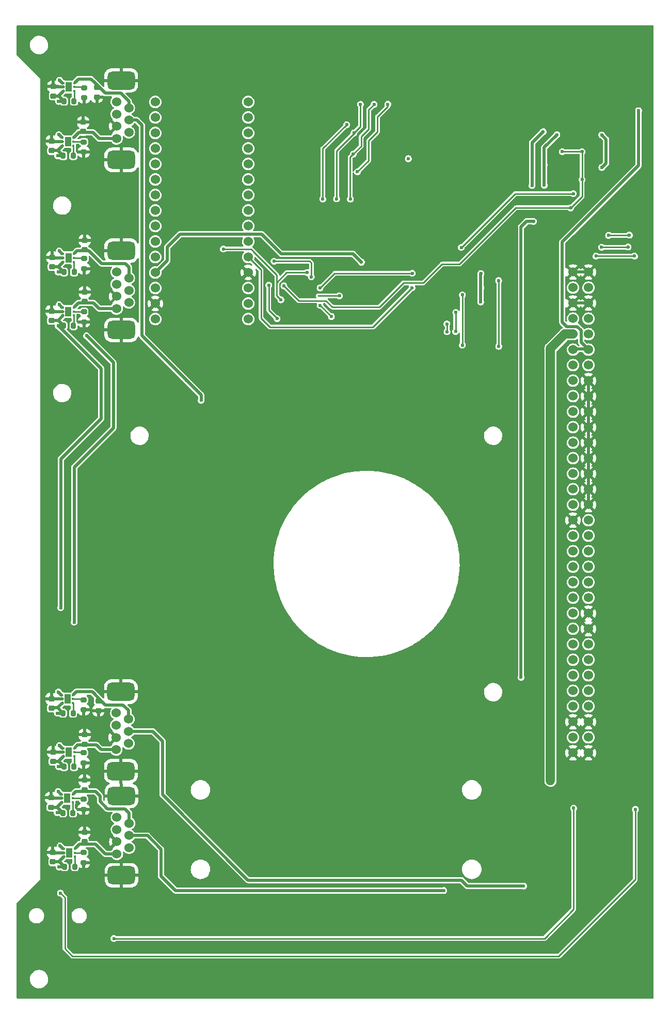
<source format=gbr>
%TF.GenerationSoftware,KiCad,Pcbnew,(6.0.6)*%
%TF.CreationDate,2023-01-12T23:41:01-06:00*%
%TF.ProjectId,bkm-129x-simple,626b6d2d-3132-4397-982d-73696d706c65,rev?*%
%TF.SameCoordinates,Original*%
%TF.FileFunction,Copper,L2,Bot*%
%TF.FilePolarity,Positive*%
%FSLAX46Y46*%
G04 Gerber Fmt 4.6, Leading zero omitted, Abs format (unit mm)*
G04 Created by KiCad (PCBNEW (6.0.6)) date 2023-01-12 23:41:01*
%MOMM*%
%LPD*%
G01*
G04 APERTURE LIST*
G04 Aperture macros list*
%AMRoundRect*
0 Rectangle with rounded corners*
0 $1 Rounding radius*
0 $2 $3 $4 $5 $6 $7 $8 $9 X,Y pos of 4 corners*
0 Add a 4 corners polygon primitive as box body*
4,1,4,$2,$3,$4,$5,$6,$7,$8,$9,$2,$3,0*
0 Add four circle primitives for the rounded corners*
1,1,$1+$1,$2,$3*
1,1,$1+$1,$4,$5*
1,1,$1+$1,$6,$7*
1,1,$1+$1,$8,$9*
0 Add four rect primitives between the rounded corners*
20,1,$1+$1,$2,$3,$4,$5,0*
20,1,$1+$1,$4,$5,$6,$7,0*
20,1,$1+$1,$6,$7,$8,$9,0*
20,1,$1+$1,$8,$9,$2,$3,0*%
G04 Aperture macros list end*
%TA.AperFunction,ComponentPad*%
%ADD10C,1.524000*%
%TD*%
%TA.AperFunction,ComponentPad*%
%ADD11RoundRect,0.750000X-1.500000X0.750000X-1.500000X-0.750000X1.500000X-0.750000X1.500000X0.750000X0*%
%TD*%
%TA.AperFunction,SMDPad,CuDef*%
%ADD12RoundRect,0.225000X0.250000X-0.225000X0.250000X0.225000X-0.250000X0.225000X-0.250000X-0.225000X0*%
%TD*%
%TA.AperFunction,SMDPad,CuDef*%
%ADD13RoundRect,0.200000X-0.275000X0.200000X-0.275000X-0.200000X0.275000X-0.200000X0.275000X0.200000X0*%
%TD*%
%TA.AperFunction,SMDPad,CuDef*%
%ADD14RoundRect,0.200000X0.200000X0.275000X-0.200000X0.275000X-0.200000X-0.275000X0.200000X-0.275000X0*%
%TD*%
%TA.AperFunction,SMDPad,CuDef*%
%ADD15RoundRect,0.093750X0.093750X0.106250X-0.093750X0.106250X-0.093750X-0.106250X0.093750X-0.106250X0*%
%TD*%
%TA.AperFunction,SMDPad,CuDef*%
%ADD16R,1.000000X1.600000*%
%TD*%
%TA.AperFunction,SMDPad,CuDef*%
%ADD17RoundRect,0.225000X-0.250000X0.225000X-0.250000X-0.225000X0.250000X-0.225000X0.250000X0.225000X0*%
%TD*%
%TA.AperFunction,ViaPad*%
%ADD18C,0.600000*%
%TD*%
%TA.AperFunction,Conductor*%
%ADD19C,1.500000*%
%TD*%
%TA.AperFunction,Conductor*%
%ADD20C,0.250000*%
%TD*%
%TA.AperFunction,Conductor*%
%ADD21C,0.500000*%
%TD*%
G04 APERTURE END LIST*
D10*
%TO.P,U3,1,31/PD1/TXD/PCINT17*%
%TO.N,unconnected-(U3-Pad1)*%
X104320000Y-74895000D03*
%TO.P,U3,2,30/PD0/RXD/PCINT16*%
%TO.N,unconnected-(U3-Pad2)*%
X104320000Y-72355000D03*
%TO.P,U3,3,29/PC6/RST/PCINT14*%
%TO.N,unconnected-(U3-Pad3)*%
X104320000Y-69815000D03*
%TO.P,U3,4,GND*%
%TO.N,GND-PSU*%
X104320000Y-67275000D03*
%TO.P,U3,5,32/PD2/INT0/PCINT18*%
%TO.N,/MCU_SLOT_ID*%
X104320000Y-64735000D03*
%TO.P,U3,6,1/PD3/INT1/PCINT19/OC2B*%
%TO.N,unconnected-(U3-Pad6)*%
X104320000Y-62195000D03*
%TO.P,U3,7,2/PD4/T0/PCINT20/XCK*%
%TO.N,unconnected-(U3-Pad7)*%
X104320000Y-59655000D03*
%TO.P,U3,8,9/PD5/T1/PCINT21/OC0B*%
%TO.N,unconnected-(U3-Pad8)*%
X104320000Y-57115000D03*
%TO.P,U3,9,10/PD6/AIN0/PCINT22/OC0A*%
%TO.N,~{BX_OE}*%
X104320000Y-54575000D03*
%TO.P,U3,10,11/PD7/AIN1/PCINT23*%
%TO.N,~{EXT_SYNC_OE}*%
X104320000Y-52035000D03*
%TO.P,U3,11,12/PB0/CLK0/PCINT0/ICP1*%
%TO.N,unconnected-(U3-Pad11)*%
X104320000Y-49495000D03*
%TO.P,U3,12,13/PB1/OC1A/PCINT1*%
%TO.N,unconnected-(U3-Pad12)*%
X104320000Y-46955000D03*
%TO.P,U3,13,14/PB2/OC1B/PCINT2/~{SS}*%
%TO.N,Net-(U3-Pad13)*%
X104320000Y-44415000D03*
%TO.P,U3,14,15/PB3/OC2/PCINT3/MOSI*%
%TO.N,Net-(U3-Pad14)*%
X104320000Y-41875000D03*
%TO.P,U3,15,16/PB4/PCINT4/MISO*%
%TO.N,Net-(R23-Pad1)*%
X104320000Y-39335000D03*
%TO.P,U3,16,17/PB5/PCINT5/SCK*%
%TO.N,/MCU_SCK*%
X89080000Y-39335000D03*
%TO.P,U3,17,3V3*%
%TO.N,unconnected-(U3-Pad17)*%
X89080000Y-41875000D03*
%TO.P,U3,18,21/AREF*%
%TO.N,unconnected-(U3-Pad18)*%
X89080000Y-44415000D03*
%TO.P,U3,19,23/PC0/PCINT8/ADC0*%
%TO.N,unconnected-(U3-Pad19)*%
X89080000Y-46955000D03*
%TO.P,U3,20,24/PC1/PCINT9/ADC1*%
%TO.N,unconnected-(U3-Pad20)*%
X89080000Y-49495000D03*
%TO.P,U3,21,25/PC2/PCINT10/ADC2*%
%TO.N,unconnected-(U3-Pad21)*%
X89080000Y-52035000D03*
%TO.P,U3,22,26/PC3/PCINT11/ADC3*%
%TO.N,unconnected-(U3-Pad22)*%
X89080000Y-54575000D03*
%TO.P,U3,23,27/PC4/PCINT12/ADC4/SDA*%
%TO.N,unconnected-(U3-Pad23)*%
X89080000Y-57115000D03*
%TO.P,U3,24,28/PC5/PCINT13/ADC5/SCL*%
%TO.N,unconnected-(U3-Pad24)*%
X89080000Y-59655000D03*
%TO.P,U3,25,19/ADC6*%
%TO.N,unconnected-(U3-Pad25)*%
X89080000Y-62195000D03*
%TO.P,U3,26,22/ADC7*%
%TO.N,unconnected-(U3-Pad26)*%
X89080000Y-64735000D03*
%TO.P,U3,27,5V*%
%TO.N,+5VD*%
X89080000Y-67275000D03*
%TO.P,U3,28,29/PC6/RST/PCINT14*%
%TO.N,/~{MCU_RESET}*%
X89080000Y-69815000D03*
%TO.P,U3,29,GND*%
%TO.N,GND-PSU*%
X89080000Y-72355000D03*
%TO.P,U3,30,VIN*%
%TO.N,unconnected-(U3-Pad30)*%
X89080000Y-74895000D03*
%TD*%
%TO.P,J5,1a*%
%TO.N,GND-PSU*%
X160135000Y-67200000D03*
%TO.P,J5,1b*%
X157595000Y-67200000D03*
%TO.P,J5,2a*%
%TO.N,N/C*%
X160135000Y-69740000D03*
%TO.P,J5,2b*%
X157595000Y-69740000D03*
%TO.P,J5,3a*%
%TO.N,GND-PSU*%
X160135000Y-72280000D03*
%TO.P,J5,3b*%
X157595000Y-72280000D03*
%TO.P,J5,4a*%
%TO.N,N/C*%
X160135000Y-74820000D03*
%TO.P,J5,4b*%
X157595000Y-74820000D03*
%TO.P,J5,5a*%
X160135000Y-77360000D03*
%TO.P,J5,5b*%
X157595000Y-77360000D03*
%TO.P,J5,6a*%
%TO.N,VSS*%
X160135000Y-79900000D03*
%TO.P,J5,6b*%
X157595000Y-79900000D03*
%TO.P,J5,7a*%
%TO.N,VDD*%
X160135000Y-82440000D03*
%TO.P,J5,7b*%
X157595000Y-82440000D03*
%TO.P,J5,8a*%
%TO.N,GND-PSU*%
X160135000Y-84980000D03*
%TO.P,J5,8b*%
%TO.N,N/C*%
X157595000Y-84980000D03*
%TO.P,J5,9a*%
%TO.N,GND-PSU*%
X160135000Y-87520000D03*
%TO.P,J5,9b*%
%TO.N,N/C*%
X157595000Y-87520000D03*
%TO.P,J5,10a*%
%TO.N,GND-PSU*%
X160135000Y-90060000D03*
%TO.P,J5,10b*%
%TO.N,N/C*%
X157595000Y-90060000D03*
%TO.P,J5,11a*%
%TO.N,GND-PSU*%
X160135000Y-92600000D03*
%TO.P,J5,11b*%
%TO.N,N/C*%
X157595000Y-92600000D03*
%TO.P,J5,12a*%
%TO.N,GND-PSU*%
X160135000Y-95140000D03*
%TO.P,J5,12b*%
%TO.N,N/C*%
X157595000Y-95140000D03*
%TO.P,J5,13a*%
%TO.N,GND-PSU*%
X160135000Y-97680000D03*
%TO.P,J5,13b*%
%TO.N,N/C*%
X157595000Y-97680000D03*
%TO.P,J5,14a*%
%TO.N,GND-PSU*%
X160135000Y-100220000D03*
%TO.P,J5,14b*%
%TO.N,N/C*%
X157595000Y-100220000D03*
%TO.P,J5,15a*%
%TO.N,GND-PSU*%
X160135000Y-102760000D03*
%TO.P,J5,15b*%
%TO.N,N/C*%
X157595000Y-102760000D03*
%TO.P,J5,16a*%
%TO.N,GND-PSU*%
X160135000Y-105300000D03*
%TO.P,J5,16b*%
%TO.N,N/C*%
X157595000Y-105300000D03*
%TO.P,J5,17a*%
X160135000Y-107840000D03*
%TO.P,J5,17b*%
%TO.N,GND-PSU*%
X157595000Y-107840000D03*
%TO.P,J5,18a*%
%TO.N,N/C*%
X160135000Y-110380000D03*
%TO.P,J5,18b*%
X157595000Y-110380000D03*
%TO.P,J5,19a*%
X160135000Y-112920000D03*
%TO.P,J5,19b*%
X157595000Y-112920000D03*
%TO.P,J5,20a*%
X160135000Y-115460000D03*
%TO.P,J5,20b*%
X157595000Y-115460000D03*
%TO.P,J5,21a*%
X160135000Y-118000000D03*
%TO.P,J5,21b*%
X157595000Y-118000000D03*
%TO.P,J5,22a*%
X160135000Y-120540000D03*
%TO.P,J5,22b*%
X157595000Y-120540000D03*
%TO.P,J5,23a*%
%TO.N,GND-PSU*%
X160135000Y-123080000D03*
%TO.P,J5,23b*%
%TO.N,N/C*%
X157595000Y-123080000D03*
%TO.P,J5,24a*%
%TO.N,GND-PSU*%
X160135000Y-125620000D03*
%TO.P,J5,24b*%
%TO.N,N/C*%
X157595000Y-125620000D03*
%TO.P,J5,25a*%
X160135000Y-128160000D03*
%TO.P,J5,25b*%
X157595000Y-128160000D03*
%TO.P,J5,26a*%
X160135000Y-130700000D03*
%TO.P,J5,26b*%
X157595000Y-130700000D03*
%TO.P,J5,27a*%
X160135000Y-133240000D03*
%TO.P,J5,27b*%
X157595000Y-133240000D03*
%TO.P,J5,28a*%
X160135000Y-135780000D03*
%TO.P,J5,28b*%
X157595000Y-135780000D03*
%TO.P,J5,29a*%
X160135000Y-138320000D03*
%TO.P,J5,29b*%
X157595000Y-138320000D03*
%TO.P,J5,30a*%
%TO.N,GND-PSU*%
X160135000Y-140860000D03*
%TO.P,J5,30b*%
X157595000Y-140860000D03*
%TO.P,J5,31a*%
%TO.N,N/C*%
X160135000Y-143400000D03*
%TO.P,J5,31b*%
X157595000Y-143400000D03*
%TO.P,J5,32a*%
%TO.N,GND-PSU*%
X160135000Y-145940000D03*
%TO.P,J5,32b*%
X157595000Y-145940000D03*
%TD*%
%TO.P,CN2,1A,5v*%
%TO.N,5V-P3*%
X84687500Y-140410000D03*
%TO.P,CN2,1B,5v*%
%TO.N,5V-P4*%
X84787500Y-157490000D03*
%TO.P,CN2,2A,DA*%
%TO.N,GCC-P3*%
X84687500Y-142410000D03*
%TO.P,CN2,2B,DA*%
%TO.N,GCC-P4*%
X84787500Y-159490000D03*
%TO.P,CN2,3A*%
%TO.N,unconnected-(CN2-Pad3A)*%
X84687500Y-144410000D03*
%TO.P,CN2,3B*%
%TO.N,unconnected-(CN2-Pad3B)*%
X84787500Y-161490000D03*
%TO.P,CN2,4A*%
%TO.N,unconnected-(CN2-Pad4A)*%
X82687500Y-139410000D03*
%TO.P,CN2,4B*%
%TO.N,unconnected-(CN2-Pad4B)*%
X82787500Y-156490000D03*
%TO.P,CN2,5A*%
%TO.N,unconnected-(CN2-Pad5A)*%
X82687500Y-141410000D03*
%TO.P,CN2,5B*%
%TO.N,unconnected-(CN2-Pad5B)*%
X82787500Y-158490000D03*
%TO.P,CN2,6A,GND*%
%TO.N,GND-PSU*%
X82687500Y-143410000D03*
%TO.P,CN2,6B,GND*%
X82787500Y-160490000D03*
%TO.P,CN2,7A,3.3v*%
%TO.N,3V3-P3*%
X82687500Y-145410000D03*
%TO.P,CN2,7B,3.3v*%
%TO.N,3V3-P4*%
X82787500Y-162490000D03*
D11*
%TO.P,CN2,8,Shield*%
%TO.N,GND-PSU*%
X83537500Y-152990000D03*
X83437500Y-148910000D03*
X83437500Y-135910000D03*
X83537500Y-165990000D03*
%TD*%
D10*
%TO.P,CN1,1A,5v*%
%TO.N,5V-P1*%
X84740000Y-40300000D03*
%TO.P,CN1,1B,5v*%
%TO.N,5V-P2*%
X84740000Y-68180000D03*
%TO.P,CN1,2A,DA*%
%TO.N,GCC-P1*%
X84740000Y-42300000D03*
%TO.P,CN1,2B,DA*%
%TO.N,GCC-P2*%
X84740000Y-70180000D03*
%TO.P,CN1,3A*%
%TO.N,unconnected-(CN1-Pad3A)*%
X84740000Y-44300000D03*
%TO.P,CN1,3B*%
%TO.N,unconnected-(CN1-Pad3B)*%
X84740000Y-72180000D03*
%TO.P,CN1,4A*%
%TO.N,unconnected-(CN1-Pad4A)*%
X82740000Y-39300000D03*
%TO.P,CN1,4B*%
%TO.N,unconnected-(CN1-Pad4B)*%
X82740000Y-67180000D03*
%TO.P,CN1,5A*%
%TO.N,unconnected-(CN1-Pad5A)*%
X82740000Y-41300000D03*
%TO.P,CN1,5B*%
%TO.N,unconnected-(CN1-Pad5B)*%
X82740000Y-69180000D03*
%TO.P,CN1,6A,GND*%
%TO.N,GND-PSU*%
X82740000Y-43300000D03*
%TO.P,CN1,6B,GND*%
X82740000Y-71180000D03*
%TO.P,CN1,7A,3.3v*%
%TO.N,3V3-P1*%
X82740000Y-45300000D03*
%TO.P,CN1,7B,3.3v*%
%TO.N,3V3-P2*%
X82740000Y-73180000D03*
D11*
%TO.P,CN1,8,Shield*%
%TO.N,GND-PSU*%
X83490000Y-35800000D03*
X83490000Y-76680000D03*
X83490000Y-48800000D03*
X83490000Y-63680000D03*
%TD*%
D12*
%TO.P,C18,1*%
%TO.N,3V3-PSU*%
X72082500Y-47295000D03*
%TO.P,C18,2*%
%TO.N,GND-PSU*%
X72082500Y-45745000D03*
%TD*%
D13*
%TO.P,R45,1*%
%TO.N,Net-(R45-Pad1)*%
X77377500Y-73695000D03*
%TO.P,R45,2*%
%TO.N,GND-PSU*%
X77377500Y-75345000D03*
%TD*%
D14*
%TO.P,R42,1*%
%TO.N,Net-(U12-Pad3)*%
X75758750Y-148220000D03*
%TO.P,R42,2*%
%TO.N,3V3-PSU*%
X74108750Y-148220000D03*
%TD*%
D12*
%TO.P,C17,1*%
%TO.N,5V-PSU*%
X71988750Y-154855000D03*
%TO.P,C17,2*%
%TO.N,GND-PSU*%
X71988750Y-153305000D03*
%TD*%
%TO.P,C27,1*%
%TO.N,3V3-P3*%
X77500000Y-144525000D03*
%TO.P,C27,2*%
%TO.N,GND-PSU*%
X77500000Y-142975000D03*
%TD*%
%TO.P,C28,1*%
%TO.N,3V3-P4*%
X77470000Y-160500000D03*
%TO.P,C28,2*%
%TO.N,GND-PSU*%
X77470000Y-158950000D03*
%TD*%
D14*
%TO.P,R35,1*%
%TO.N,Net-(R35-Pad1)*%
X75583750Y-155780000D03*
%TO.P,R35,2*%
%TO.N,5V-PSU*%
X73933750Y-155780000D03*
%TD*%
D15*
%TO.P,U7,1,OUT*%
%TO.N,5V-P2*%
X75720000Y-64220000D03*
%TO.P,U7,2,ILIM*%
%TO.N,Net-(R37-Pad1)*%
X75720000Y-64870000D03*
%TO.P,U7,3,FAULT*%
%TO.N,Net-(R33-Pad1)*%
X75720000Y-65520000D03*
%TO.P,U7,4,EN*%
%TO.N,5V-PSU*%
X73945000Y-65520000D03*
%TO.P,U7,5,GND*%
%TO.N,GND-PSU*%
X73945000Y-64870000D03*
%TO.P,U7,6,IN*%
%TO.N,5V-PSU*%
X73945000Y-64220000D03*
D16*
%TO.P,U7,7*%
%TO.N,N/C*%
X74832500Y-64870000D03*
%TD*%
D17*
%TO.P,C25,1*%
%TO.N,5V-P1*%
X79500000Y-36975000D03*
%TO.P,C25,2*%
%TO.N,GND-PSU*%
X79500000Y-38525000D03*
%TD*%
D14*
%TO.P,R32,1*%
%TO.N,Net-(R32-Pad1)*%
X75760000Y-39200000D03*
%TO.P,R32,2*%
%TO.N,5V-PSU*%
X74110000Y-39200000D03*
%TD*%
D15*
%TO.P,U9,1,OUT*%
%TO.N,5V-P4*%
X75546250Y-152740000D03*
%TO.P,U9,2,ILIM*%
%TO.N,Net-(R39-Pad1)*%
X75546250Y-153390000D03*
%TO.P,U9,3,FAULT*%
%TO.N,Net-(R35-Pad1)*%
X75546250Y-154040000D03*
%TO.P,U9,4,EN*%
%TO.N,5V-PSU*%
X73771250Y-154040000D03*
%TO.P,U9,5,GND*%
%TO.N,GND-PSU*%
X73771250Y-153390000D03*
%TO.P,U9,6,IN*%
%TO.N,5V-PSU*%
X73771250Y-152740000D03*
D16*
%TO.P,U9,7*%
%TO.N,N/C*%
X74658750Y-153390000D03*
%TD*%
D15*
%TO.P,U13,1,OUT*%
%TO.N,3V3-P4*%
X75870000Y-161650000D03*
%TO.P,U13,2,ILIM*%
%TO.N,Net-(R47-Pad1)*%
X75870000Y-162300000D03*
%TO.P,U13,3,FAULT*%
%TO.N,Net-(R43-Pad1)*%
X75870000Y-162950000D03*
%TO.P,U13,4,EN*%
%TO.N,3V3-PSU*%
X74095000Y-162950000D03*
%TO.P,U13,5,GND*%
%TO.N,GND-PSU*%
X74095000Y-162300000D03*
%TO.P,U13,6,IN*%
%TO.N,3V3-PSU*%
X74095000Y-161650000D03*
D16*
%TO.P,U13,7*%
%TO.N,N/C*%
X74982500Y-162300000D03*
%TD*%
D12*
%TO.P,C21,1*%
%TO.N,3V3-PSU*%
X72282500Y-163795000D03*
%TO.P,C21,2*%
%TO.N,GND-PSU*%
X72282500Y-162245000D03*
%TD*%
D15*
%TO.P,U6,1,OUT*%
%TO.N,5V-P1*%
X75792500Y-36240000D03*
%TO.P,U6,2,ILIM*%
%TO.N,Net-(R36-Pad1)*%
X75792500Y-36890000D03*
%TO.P,U6,3,FAULT*%
%TO.N,Net-(R32-Pad1)*%
X75792500Y-37540000D03*
%TO.P,U6,4,EN*%
%TO.N,5V-PSU*%
X74017500Y-37540000D03*
%TO.P,U6,5,GND*%
%TO.N,GND-PSU*%
X74017500Y-36890000D03*
%TO.P,U6,6,IN*%
%TO.N,5V-PSU*%
X74017500Y-36240000D03*
D16*
%TO.P,U6,7*%
%TO.N,N/C*%
X74905000Y-36890000D03*
%TD*%
D14*
%TO.P,R43,1*%
%TO.N,Net-(R43-Pad1)*%
X75867500Y-164590000D03*
%TO.P,R43,2*%
%TO.N,3V3-PSU*%
X74217500Y-164590000D03*
%TD*%
D13*
%TO.P,R38,1*%
%TO.N,Net-(R38-Pad1)*%
X77343750Y-137260000D03*
%TO.P,R38,2*%
%TO.N,GND-PSU*%
X77343750Y-138910000D03*
%TD*%
D14*
%TO.P,R34,1*%
%TO.N,Net-(R34-Pad1)*%
X75598750Y-139445000D03*
%TO.P,R34,2*%
%TO.N,5V-PSU*%
X73948750Y-139445000D03*
%TD*%
%TO.P,R41,1*%
%TO.N,Net-(R41-Pad1)*%
X75672500Y-75970000D03*
%TO.P,R41,2*%
%TO.N,3V3-PSU*%
X74022500Y-75970000D03*
%TD*%
%TO.P,R33,1*%
%TO.N,Net-(R33-Pad1)*%
X75767500Y-67200000D03*
%TO.P,R33,2*%
%TO.N,5V-PSU*%
X74117500Y-67200000D03*
%TD*%
D12*
%TO.P,C24,1*%
%TO.N,5V-P4*%
X77470000Y-151975000D03*
%TO.P,C24,2*%
%TO.N,GND-PSU*%
X77470000Y-150425000D03*
%TD*%
D13*
%TO.P,R37,1*%
%TO.N,Net-(R37-Pad1)*%
X77422500Y-65005000D03*
%TO.P,R37,2*%
%TO.N,GND-PSU*%
X77422500Y-66655000D03*
%TD*%
D12*
%TO.P,C26,1*%
%TO.N,3V3-P2*%
X77500000Y-72025000D03*
%TO.P,C26,2*%
%TO.N,GND-PSU*%
X77500000Y-70475000D03*
%TD*%
%TO.P,C22,1*%
%TO.N,5V-P2*%
X77500000Y-63525000D03*
%TO.P,C22,2*%
%TO.N,GND-PSU*%
X77500000Y-61975000D03*
%TD*%
D15*
%TO.P,U8,1,OUT*%
%TO.N,5V-P3*%
X75581250Y-136475000D03*
%TO.P,U8,2,ILIM*%
%TO.N,Net-(R38-Pad1)*%
X75581250Y-137125000D03*
%TO.P,U8,3,FAULT*%
%TO.N,Net-(R34-Pad1)*%
X75581250Y-137775000D03*
%TO.P,U8,4,EN*%
%TO.N,5V-PSU*%
X73806250Y-137775000D03*
%TO.P,U8,5,GND*%
%TO.N,GND-PSU*%
X73806250Y-137125000D03*
%TO.P,U8,6,IN*%
%TO.N,5V-PSU*%
X73806250Y-136475000D03*
D16*
%TO.P,U8,7*%
%TO.N,N/C*%
X74693750Y-137125000D03*
%TD*%
D12*
%TO.P,C15,1*%
%TO.N,5V-PSU*%
X72162500Y-66315000D03*
%TO.P,C15,2*%
%TO.N,GND-PSU*%
X72162500Y-64765000D03*
%TD*%
%TO.P,C20,1*%
%TO.N,3V3-PSU*%
X72313750Y-147335000D03*
%TO.P,C20,2*%
%TO.N,GND-PSU*%
X72313750Y-145785000D03*
%TD*%
D13*
%TO.P,R39,1*%
%TO.N,Net-(R39-Pad1)*%
X77318750Y-153535000D03*
%TO.P,R39,2*%
%TO.N,GND-PSU*%
X77318750Y-155185000D03*
%TD*%
D15*
%TO.P,U12,1,OUT*%
%TO.N,3V3-P3*%
X75791250Y-145210000D03*
%TO.P,U12,2,ILIM*%
%TO.N,Net-(R46-Pad1)*%
X75791250Y-145860000D03*
%TO.P,U12,3,FAULT*%
%TO.N,Net-(U12-Pad3)*%
X75791250Y-146510000D03*
%TO.P,U12,4,EN*%
%TO.N,3V3-PSU*%
X74016250Y-146510000D03*
%TO.P,U12,5,GND*%
%TO.N,GND-PSU*%
X74016250Y-145860000D03*
%TO.P,U12,6,IN*%
%TO.N,3V3-PSU*%
X74016250Y-145210000D03*
D16*
%TO.P,U12,7*%
%TO.N,N/C*%
X74903750Y-145860000D03*
%TD*%
D13*
%TO.P,R36,1*%
%TO.N,Net-(R36-Pad1)*%
X77415000Y-36995000D03*
%TO.P,R36,2*%
%TO.N,GND-PSU*%
X77415000Y-38645000D03*
%TD*%
D12*
%TO.P,C14,1*%
%TO.N,5V-PSU*%
X72355000Y-38345000D03*
%TO.P,C14,2*%
%TO.N,GND-PSU*%
X72355000Y-36795000D03*
%TD*%
%TO.P,C29,1*%
%TO.N,3V3-P1*%
X77250000Y-44175000D03*
%TO.P,C29,2*%
%TO.N,GND-PSU*%
X77250000Y-42625000D03*
%TD*%
D13*
%TO.P,R47,1*%
%TO.N,Net-(R47-Pad1)*%
X77352500Y-162265000D03*
%TO.P,R47,2*%
%TO.N,GND-PSU*%
X77352500Y-163915000D03*
%TD*%
D12*
%TO.P,C19,1*%
%TO.N,3V3-PSU*%
X72037500Y-75125000D03*
%TO.P,C19,2*%
%TO.N,GND-PSU*%
X72037500Y-73575000D03*
%TD*%
D14*
%TO.P,R40,1*%
%TO.N,Net-(R40-Pad1)*%
X75627500Y-48150000D03*
%TO.P,R40,2*%
%TO.N,3V3-PSU*%
X73977500Y-48150000D03*
%TD*%
D17*
%TO.P,C23,1*%
%TO.N,5V-P3*%
X79750000Y-137475000D03*
%TO.P,C23,2*%
%TO.N,GND-PSU*%
X79750000Y-139025000D03*
%TD*%
D13*
%TO.P,R44,1*%
%TO.N,Net-(R44-Pad1)*%
X77362500Y-45885000D03*
%TO.P,R44,2*%
%TO.N,GND-PSU*%
X77362500Y-47535000D03*
%TD*%
D15*
%TO.P,U11,1,OUT*%
%TO.N,3V3-P2*%
X75715000Y-73010000D03*
%TO.P,U11,2,ILIM*%
%TO.N,Net-(R45-Pad1)*%
X75715000Y-73660000D03*
%TO.P,U11,3,FAULT*%
%TO.N,Net-(R41-Pad1)*%
X75715000Y-74310000D03*
%TO.P,U11,4,EN*%
%TO.N,3V3-PSU*%
X73940000Y-74310000D03*
%TO.P,U11,5,GND*%
%TO.N,GND-PSU*%
X73940000Y-73660000D03*
%TO.P,U11,6,IN*%
%TO.N,3V3-PSU*%
X73940000Y-73010000D03*
D16*
%TO.P,U11,7*%
%TO.N,N/C*%
X74827500Y-73660000D03*
%TD*%
D12*
%TO.P,C16,1*%
%TO.N,5V-PSU*%
X72043750Y-138620000D03*
%TO.P,C16,2*%
%TO.N,GND-PSU*%
X72043750Y-137070000D03*
%TD*%
D15*
%TO.P,U10,1,OUT*%
%TO.N,3V3-P1*%
X75640000Y-45180000D03*
%TO.P,U10,2,ILIM*%
%TO.N,Net-(R44-Pad1)*%
X75640000Y-45830000D03*
%TO.P,U10,3,FAULT*%
%TO.N,Net-(R40-Pad1)*%
X75640000Y-46480000D03*
%TO.P,U10,4,EN*%
%TO.N,3V3-PSU*%
X73865000Y-46480000D03*
%TO.P,U10,5,GND*%
%TO.N,GND-PSU*%
X73865000Y-45830000D03*
%TO.P,U10,6,IN*%
%TO.N,3V3-PSU*%
X73865000Y-45180000D03*
D16*
%TO.P,U10,7*%
%TO.N,N/C*%
X74752500Y-45830000D03*
%TD*%
D13*
%TO.P,R46,1*%
%TO.N,Net-(R46-Pad1)*%
X77353750Y-145945000D03*
%TO.P,R46,2*%
%TO.N,GND-PSU*%
X77353750Y-147595000D03*
%TD*%
D18*
%TO.N,*%
X154300000Y-149800000D03*
X153500000Y-149800000D03*
X153500000Y-150700000D03*
X154300000Y-150700000D03*
%TO.N,Net-(C1-Pad1)*%
X116560800Y-55220200D03*
X120472400Y-43053600D03*
%TO.N,Net-(C2-Pad1)*%
X118821400Y-55194800D03*
X122733000Y-39726200D03*
X121666200Y-44399800D03*
%TO.N,Net-(C3-Pad1)*%
X121564600Y-47854200D03*
X124968200Y-39726200D03*
X121082000Y-55220200D03*
%TO.N,Net-(C4-Pad1)*%
X122225000Y-50775200D03*
X127228800Y-39700800D03*
%TO.N,+3V3*%
X130590250Y-48629750D03*
%TO.N,VDD*%
X152890000Y-52960000D03*
X152880000Y-49620000D03*
X154960000Y-44700000D03*
X150880000Y-53010000D03*
X152700000Y-44190000D03*
%TO.N,VSS*%
X168355000Y-40761200D03*
X162330000Y-50070000D03*
X162310000Y-44720000D03*
%TO.N,/EXT_SYNC*%
X161370000Y-64560000D03*
X167700000Y-64560000D03*
%TO.N,/MISO*%
X136940000Y-76970000D03*
X136911000Y-75677400D03*
%TO.N,/SCLK*%
X145400800Y-68590800D03*
X145410000Y-79350000D03*
%TO.N,/MOSI*%
X138370000Y-73800000D03*
X138340000Y-76940000D03*
%TO.N,/SLOT_ID*%
X139457600Y-79147600D03*
X139457600Y-70927600D03*
%TO.N,~{BX_OE}*%
X110180000Y-69450000D03*
X155840000Y-47460000D03*
X157220000Y-56680000D03*
X159090000Y-52020000D03*
X159090000Y-47470000D03*
%TO.N,~{EXT_SYNC_OE}*%
X157650000Y-54350000D03*
X139265000Y-63155000D03*
%TO.N,Net-(R21-Pad1)*%
X131221400Y-67397000D03*
X116108400Y-69784600D03*
%TO.N,+5VD*%
X142499000Y-67422400D03*
X142448200Y-72096000D03*
X151130000Y-58890000D03*
X142473600Y-69759200D03*
X122890200Y-65568200D03*
X149080000Y-133580000D03*
%TO.N,Net-(R23-Pad1)*%
X100250000Y-63420000D03*
X113974800Y-67270000D03*
X109679900Y-71730000D03*
%TO.N,Net-(R24-Pad1)*%
X116108400Y-72629400D03*
X117962600Y-74458200D03*
%TO.N,/MCU_SLOT_ID*%
X131196000Y-69759200D03*
%TO.N,Net-(U3-Pad13)*%
X114670000Y-67970000D03*
X119283400Y-71080000D03*
X108560000Y-65420000D03*
%TO.N,Net-(U3-Pad14)*%
X109066290Y-74815500D03*
X107700000Y-69350000D03*
%TO.N,5V-PSU*%
X77805000Y-77615000D03*
X72968750Y-155720000D03*
X73193750Y-135980000D03*
X73138750Y-152250000D03*
X73312500Y-63730000D03*
X73385000Y-35750000D03*
X75780000Y-124530000D03*
X73023750Y-139450000D03*
X73215000Y-39220000D03*
X73142500Y-67200000D03*
%TO.N,GND-PSU*%
X147382600Y-43741600D03*
X147402600Y-48271600D03*
X114711400Y-73810500D03*
X155100000Y-107500000D03*
X147382600Y-46021600D03*
X151000000Y-142500000D03*
X151000000Y-145750000D03*
X127305000Y-48794000D03*
X135179000Y-37999000D03*
X161910000Y-49120000D03*
X142750000Y-78250000D03*
X149000000Y-148750000D03*
%TO.N,3V3-PSU*%
X73302500Y-164635000D03*
X73213750Y-148190000D03*
X73072500Y-48150000D03*
X73580000Y-122170000D03*
X73147500Y-75990000D03*
X73317500Y-72520000D03*
X73472500Y-161165000D03*
X73383750Y-144720000D03*
X73242500Y-44680000D03*
%TO.N,GCC-P1*%
X96600000Y-88200000D03*
%TO.N,/P-R{slash}R*%
X166620000Y-63090000D03*
X162280000Y-63120000D03*
%TO.N,/Y{slash}G*%
X163440000Y-61170000D03*
X166830000Y-61140000D03*
%TO.N,GCC-P3*%
X149500000Y-167750000D03*
%TO.N,GCC-P4*%
X136388063Y-168499500D03*
%TO.N,Net-(TP16-Pad1)*%
X157700000Y-154990000D03*
X82300000Y-176350000D03*
%TO.N,Net-(TP17-Pad1)*%
X167830000Y-155180000D03*
X73525000Y-168925000D03*
%TD*%
D19*
%TO.N,*%
X153900000Y-79700000D02*
X156240000Y-77360000D01*
X156240000Y-77360000D02*
X157595000Y-77360000D01*
X153900000Y-150500000D02*
X153900000Y-79700000D01*
D20*
%TO.N,Net-(C1-Pad1)*%
X120472400Y-43053600D02*
X116560800Y-46965200D01*
X116560800Y-46965200D02*
X116560800Y-55220200D01*
%TO.N,Net-(C2-Pad1)*%
X121666200Y-44399800D02*
X122733000Y-43333000D01*
X122733000Y-43333000D02*
X122733000Y-39726200D01*
X118821400Y-55194800D02*
X118821400Y-47320800D01*
X118821400Y-47320800D02*
X121742400Y-44399800D01*
X121742400Y-44399800D02*
X121666200Y-44399800D01*
%TO.N,Net-(C3-Pad1)*%
X121564600Y-47854200D02*
X122860000Y-46558800D01*
X124079200Y-40615200D02*
X124968200Y-39726200D01*
X122860000Y-44984000D02*
X124079200Y-43764800D01*
X124079200Y-43764800D02*
X124079200Y-40615200D01*
X121082000Y-55220200D02*
X121056600Y-55194800D01*
X121056600Y-55194800D02*
X121056600Y-48362200D01*
X121056600Y-48362200D02*
X121564600Y-47854200D01*
X122860000Y-46558800D02*
X122860000Y-44984000D01*
%TO.N,Net-(C4-Pad1)*%
X122225000Y-50775200D02*
X124066500Y-48933700D01*
X125527000Y-41732800D02*
X127228800Y-40031000D01*
X127228800Y-40031000D02*
X127228800Y-39700800D01*
X124066500Y-45682500D02*
X125527000Y-44222000D01*
X125527000Y-44222000D02*
X125527000Y-41732800D01*
X124066500Y-48933700D02*
X124066500Y-45682500D01*
D21*
%TO.N,VDD*%
X154960000Y-44700000D02*
X152880000Y-46780000D01*
X152880000Y-46780000D02*
X152880000Y-49620000D01*
X152880000Y-52950000D02*
X152890000Y-52960000D01*
X152880000Y-49620000D02*
X152880000Y-52950000D01*
X150880000Y-53010000D02*
X150880000Y-46010000D01*
X150880000Y-46010000D02*
X152700000Y-44190000D01*
%TO.N,VSS*%
X162310000Y-44720000D02*
X163040000Y-45450000D01*
X163040000Y-45450000D02*
X163040000Y-49360000D01*
X163040000Y-49360000D02*
X162330000Y-50070000D01*
X158923000Y-76723000D02*
X158300000Y-76100000D01*
X156540000Y-76100000D02*
X155820000Y-75380000D01*
X160135000Y-79900000D02*
X158923000Y-78688000D01*
X158923000Y-78688000D02*
X158923000Y-76723000D01*
X168355000Y-49745000D02*
X168355000Y-40761200D01*
X160083800Y-79819500D02*
X157670800Y-79819500D01*
X155820000Y-62280000D02*
X168355000Y-49745000D01*
X155820000Y-75380000D02*
X155820000Y-62280000D01*
X158300000Y-76100000D02*
X156540000Y-76100000D01*
D20*
%TO.N,/EXT_SYNC*%
X161370000Y-64560000D02*
X167700000Y-64560000D01*
%TO.N,/MISO*%
X157543800Y-133146800D02*
X157620000Y-133223000D01*
X136940000Y-76970000D02*
X136940000Y-75706400D01*
X136940000Y-75706400D02*
X136911000Y-75677400D01*
%TO.N,/SCLK*%
X145410000Y-79350000D02*
X145410000Y-68600000D01*
X145410000Y-68600000D02*
X145400800Y-68590800D01*
%TO.N,/MOSI*%
X138340000Y-76940000D02*
X138340000Y-73830000D01*
X138340000Y-73830000D02*
X138370000Y-73800000D01*
%TO.N,/SLOT_ID*%
X139457600Y-70927600D02*
X139457600Y-79147600D01*
X160160000Y-143383000D02*
X160109200Y-143383000D01*
%TO.N,~{BX_OE}*%
X155840000Y-47460000D02*
X155850000Y-47470000D01*
X155850000Y-47470000D02*
X159090000Y-47470000D01*
X159090000Y-54810000D02*
X157220000Y-56680000D01*
X129782800Y-68969000D02*
X125812800Y-72939000D01*
X118129000Y-72939000D02*
X117070000Y-71880000D01*
X157200000Y-56660000D02*
X148210000Y-56660000D01*
X133032800Y-68969000D02*
X129782800Y-68969000D01*
X148210000Y-56660000D02*
X138981000Y-65889000D01*
X136112800Y-65889000D02*
X133032800Y-68969000D01*
X159090000Y-47470000D02*
X159090000Y-52020000D01*
X117070000Y-71880000D02*
X112610000Y-71880000D01*
X157220000Y-56680000D02*
X157200000Y-56660000D01*
X159090000Y-52020000D02*
X159090000Y-54810000D01*
X112610000Y-71880000D02*
X110180000Y-69450000D01*
X138981000Y-65889000D02*
X136112800Y-65889000D01*
X125812800Y-72939000D02*
X118129000Y-72939000D01*
%TO.N,~{EXT_SYNC_OE}*%
X150090000Y-54350000D02*
X155740000Y-54350000D01*
X150090000Y-54350000D02*
X148070000Y-54350000D01*
X150090000Y-54350000D02*
X157650000Y-54350000D01*
X139265000Y-63155000D02*
X148070000Y-54350000D01*
%TO.N,Net-(R21-Pad1)*%
X116108400Y-69784600D02*
X118496000Y-67397000D01*
X118496000Y-67397000D02*
X131221400Y-67397000D01*
D21*
%TO.N,+5VD*%
X142499000Y-67422400D02*
X142473600Y-67422400D01*
X142473600Y-67422400D02*
X142473600Y-69759200D01*
X142473600Y-69759200D02*
X142473600Y-72096000D01*
X142448200Y-72096000D02*
X142473600Y-72096000D01*
X142473600Y-72096000D02*
X142448200Y-72096000D01*
X142448200Y-72096000D02*
X142473600Y-72096000D01*
X121552000Y-64230000D02*
X109760000Y-64230000D01*
X149970000Y-58890000D02*
X151130000Y-58890000D01*
X109760000Y-64230000D02*
X106513000Y-60983000D01*
X93167000Y-60983000D02*
X91050000Y-63100000D01*
X149080000Y-66680000D02*
X149080000Y-59780000D01*
X149080000Y-59780000D02*
X149970000Y-58890000D01*
X91050000Y-65305000D02*
X89080000Y-67275000D01*
X91050000Y-63100000D02*
X91050000Y-65305000D01*
X149080000Y-133580000D02*
X149080000Y-66680000D01*
X106513000Y-60983000D02*
X93167000Y-60983000D01*
X122890200Y-65568200D02*
X121552000Y-64230000D01*
X151100000Y-58920000D02*
X151130000Y-58890000D01*
D20*
%TO.N,Net-(R23-Pad1)*%
X104800000Y-63430000D02*
X104790000Y-63420000D01*
X109000000Y-71050100D02*
X109679900Y-71730000D01*
X105200000Y-63830000D02*
X104830000Y-63460000D01*
X104790000Y-63420000D02*
X100250000Y-63420000D01*
X104830000Y-63460000D02*
X104800000Y-63430000D01*
X113974800Y-67270000D02*
X110630000Y-67270000D01*
X109000000Y-68900000D02*
X109000000Y-67630000D01*
X109000000Y-68900000D02*
X109000000Y-71050100D01*
X109000000Y-67630000D02*
X105200000Y-63830000D01*
X110630000Y-67270000D02*
X109000000Y-68900000D01*
X105200000Y-63830000D02*
X104980000Y-63610000D01*
%TO.N,Net-(R24-Pad1)*%
X117962600Y-74458200D02*
X116133800Y-72629400D01*
X116133800Y-72629400D02*
X116108400Y-72629400D01*
%TO.N,/MCU_SLOT_ID*%
X104320000Y-64735000D02*
X106450000Y-66865000D01*
X106450000Y-74750000D02*
X107890000Y-76190000D01*
X107890000Y-76190000D02*
X124765200Y-76190000D01*
X106450000Y-66865000D02*
X106450000Y-74750000D01*
X124765200Y-76190000D02*
X131196000Y-69759200D01*
%TO.N,Net-(U3-Pad13)*%
X115790900Y-71080000D02*
X119283400Y-71080000D01*
X114390000Y-65420000D02*
X114670000Y-65700000D01*
X114670000Y-65700000D02*
X114670000Y-67970000D01*
X108560000Y-65420000D02*
X114390000Y-65420000D01*
%TO.N,Net-(U3-Pad14)*%
X109065500Y-74815500D02*
X107700000Y-73450000D01*
X107700000Y-69350000D02*
X107700000Y-73450000D01*
X109066290Y-74815500D02*
X109065500Y-74815500D01*
D21*
%TO.N,5V-PSU*%
X82200000Y-92760000D02*
X75780000Y-99180000D01*
X77805000Y-77615000D02*
X77815000Y-77615000D01*
X73142500Y-67200000D02*
X74017500Y-67200000D01*
X73628750Y-152740000D02*
X73138750Y-152250000D01*
X75780000Y-124530000D02*
X75780000Y-99180000D01*
X82200000Y-82000000D02*
X82200000Y-92760000D01*
D20*
X73843750Y-155720000D02*
X73863750Y-155700000D01*
D21*
X72108750Y-154845000D02*
X72966250Y-154845000D01*
D20*
X72966250Y-154845000D02*
X73008750Y-154845000D01*
X74090000Y-39220000D02*
X74110000Y-39200000D01*
D21*
X72966250Y-154845000D02*
X73771250Y-154040000D01*
X72355000Y-38345000D02*
X73212500Y-38345000D01*
D20*
X74017500Y-67200000D02*
X74037500Y-67180000D01*
D21*
X72282500Y-66325000D02*
X73140000Y-66325000D01*
D20*
X73945000Y-64220000D02*
X73802500Y-64220000D01*
D21*
X73008750Y-154845000D02*
X73863750Y-155700000D01*
X73215000Y-39220000D02*
X74090000Y-39220000D01*
D20*
X73771250Y-152740000D02*
X73628750Y-152740000D01*
D21*
X73063750Y-138575000D02*
X73918750Y-139430000D01*
D20*
X73826250Y-136470000D02*
X73683750Y-136470000D01*
D21*
X72163750Y-138575000D02*
X73021250Y-138575000D01*
X73802500Y-64220000D02*
X73312500Y-63730000D01*
X73023750Y-139450000D02*
X73898750Y-139450000D01*
D20*
X73898750Y-139450000D02*
X73918750Y-139430000D01*
D21*
X77815000Y-77615000D02*
X82200000Y-82000000D01*
X73212500Y-38345000D02*
X74017500Y-37540000D01*
X73021250Y-138575000D02*
X73826250Y-137770000D01*
X72968750Y-155720000D02*
X73843750Y-155720000D01*
X73182500Y-66325000D02*
X74037500Y-67180000D01*
D20*
X74017500Y-36240000D02*
X73875000Y-36240000D01*
X73140000Y-66325000D02*
X73182500Y-66325000D01*
D21*
X73875000Y-36240000D02*
X73385000Y-35750000D01*
X73140000Y-66325000D02*
X73945000Y-65520000D01*
D20*
X73212500Y-38345000D02*
X73255000Y-38345000D01*
D21*
X73255000Y-38345000D02*
X74110000Y-39200000D01*
X73683750Y-136470000D02*
X73193750Y-135980000D01*
D20*
X73021250Y-138575000D02*
X73063750Y-138575000D01*
D21*
%TO.N,GND-PSU*%
X160135000Y-105300000D02*
X160135000Y-84980000D01*
X73945000Y-64870000D02*
X72377500Y-64870000D01*
X74016250Y-145860000D02*
X72448750Y-145860000D01*
X73875000Y-45820000D02*
X72307500Y-45820000D01*
D20*
X72448750Y-145860000D02*
X72353750Y-145765000D01*
X72382500Y-73660000D02*
X72287500Y-73565000D01*
X72203750Y-153390000D02*
X72108750Y-153295000D01*
X72258750Y-137120000D02*
X72163750Y-137025000D01*
X72450000Y-36890000D02*
X72355000Y-36795000D01*
D21*
X73950000Y-73660000D02*
X72382500Y-73660000D01*
X73826250Y-137120000D02*
X72258750Y-137120000D01*
X157595000Y-72280000D02*
X160135000Y-72280000D01*
D20*
X72537500Y-162305000D02*
X72442500Y-162210000D01*
D21*
X74017500Y-36890000D02*
X72450000Y-36890000D01*
D20*
X72307500Y-45820000D02*
X72212500Y-45725000D01*
X72377500Y-64870000D02*
X72282500Y-64775000D01*
D21*
X73771250Y-153390000D02*
X72203750Y-153390000D01*
X157595000Y-67200000D02*
X160135000Y-67200000D01*
X74105000Y-162305000D02*
X72537500Y-162305000D01*
D20*
%TO.N,3V3-PSU*%
X74016250Y-145210000D02*
X73873750Y-145210000D01*
D21*
X80200000Y-91200000D02*
X73580000Y-97820000D01*
X73580000Y-76422500D02*
X73147500Y-75990000D01*
D20*
X73211250Y-147315000D02*
X73253750Y-147315000D01*
D21*
X80200000Y-83000000D02*
X80200000Y-91200000D01*
X73112500Y-47275000D02*
X73967500Y-48130000D01*
X73302500Y-164635000D02*
X74177500Y-164635000D01*
D20*
X74088750Y-148190000D02*
X74108750Y-148170000D01*
D21*
X73580000Y-76422500D02*
X73622500Y-76422500D01*
D20*
X73070000Y-47275000D02*
X73112500Y-47275000D01*
D21*
X73622500Y-76422500D02*
X80200000Y-83000000D01*
X73732500Y-45170000D02*
X73242500Y-44680000D01*
D20*
X73950000Y-73010000D02*
X73807500Y-73010000D01*
D21*
X72353750Y-147315000D02*
X73211250Y-147315000D01*
X73580000Y-97820000D02*
X73580000Y-122170000D01*
D20*
X74022500Y-75990000D02*
X74042500Y-75970000D01*
X74177500Y-164635000D02*
X74197500Y-164615000D01*
D21*
X72212500Y-47275000D02*
X73070000Y-47275000D01*
D20*
X73145000Y-75115000D02*
X73187500Y-75115000D01*
D21*
X73342500Y-163760000D02*
X74197500Y-164615000D01*
X73253750Y-147315000D02*
X74108750Y-148170000D01*
X73145000Y-75115000D02*
X73950000Y-74310000D01*
X73300000Y-163760000D02*
X74105000Y-162955000D01*
X73962500Y-161655000D02*
X73472500Y-161165000D01*
D20*
X74105000Y-161655000D02*
X73962500Y-161655000D01*
D21*
X73187500Y-75115000D02*
X74042500Y-75970000D01*
X73211250Y-147315000D02*
X74016250Y-146510000D01*
X73807500Y-73010000D02*
X73317500Y-72520000D01*
D20*
X73947500Y-48150000D02*
X73967500Y-48130000D01*
D21*
X72287500Y-75115000D02*
X73145000Y-75115000D01*
X73070000Y-47275000D02*
X73875000Y-46470000D01*
D20*
X73300000Y-163760000D02*
X73342500Y-163760000D01*
D21*
X73072500Y-48150000D02*
X73947500Y-48150000D01*
X72442500Y-163760000D02*
X73300000Y-163760000D01*
D20*
X73875000Y-45170000D02*
X73732500Y-45170000D01*
D21*
X73873750Y-145210000D02*
X73383750Y-144720000D01*
X73147500Y-75990000D02*
X74022500Y-75990000D01*
X73213750Y-148190000D02*
X74088750Y-148190000D01*
%TO.N,5V-P2*%
X76220000Y-63720000D02*
X75782000Y-64158000D01*
X84740000Y-66360000D02*
X84160000Y-65780000D01*
X84740000Y-68180000D02*
X84740000Y-66360000D01*
X80260000Y-65780000D02*
X78200000Y-63720000D01*
X84160000Y-65780000D02*
X80260000Y-65780000D01*
X78200000Y-63720000D02*
X76220000Y-63720000D01*
%TO.N,5V-P1*%
X76482500Y-35550000D02*
X78510000Y-35550000D01*
X83417630Y-37900000D02*
X80860000Y-37900000D01*
X84740000Y-40300000D02*
X84740000Y-39222370D01*
X78980000Y-36020000D02*
X80860000Y-37900000D01*
X78980000Y-36020000D02*
X79500000Y-36540000D01*
X79500000Y-36540000D02*
X78510000Y-35550000D01*
X84740000Y-39222370D02*
X83417630Y-37900000D01*
X76482500Y-35550000D02*
X75854500Y-36178000D01*
X78510000Y-35550000D02*
X78980000Y-36020000D01*
X79500000Y-36975000D02*
X79500000Y-36540000D01*
%TO.N,GCC-P1*%
X93550000Y-84250000D02*
X86875000Y-77575000D01*
X86050000Y-42300000D02*
X86875000Y-43125000D01*
X94290000Y-84990000D02*
X93550000Y-84250000D01*
X86875000Y-43125000D02*
X86875000Y-77575000D01*
X93550000Y-84250000D02*
X96600000Y-87300000D01*
X84740000Y-42300000D02*
X86050000Y-42300000D01*
X96600000Y-87300000D02*
X96600000Y-88200000D01*
%TO.N,3V3-P2*%
X79900000Y-73180000D02*
X78970000Y-72250000D01*
X78970000Y-72250000D02*
X76475000Y-72250000D01*
X76475000Y-72250000D02*
X75777000Y-72948000D01*
X82740000Y-73180000D02*
X79900000Y-73180000D01*
%TO.N,3V3-P1*%
X76530000Y-44290000D02*
X75702000Y-45118000D01*
X82740000Y-45300000D02*
X79840000Y-45300000D01*
X79840000Y-45300000D02*
X78830000Y-44290000D01*
X78830000Y-44290000D02*
X76530000Y-44290000D01*
D20*
%TO.N,Net-(R32-Pad1)*%
X75792500Y-37540000D02*
X75792500Y-39167500D01*
X75792500Y-39167500D02*
X75760000Y-39200000D01*
%TO.N,Net-(R33-Pad1)*%
X75720000Y-65520000D02*
X75720000Y-67147500D01*
X75720000Y-67147500D02*
X75687500Y-67180000D01*
%TO.N,Net-(R34-Pad1)*%
X75601250Y-139397500D02*
X75568750Y-139430000D01*
X75601250Y-137770000D02*
X75601250Y-139397500D01*
%TO.N,Net-(R35-Pad1)*%
X75546250Y-155667500D02*
X75513750Y-155700000D01*
X75546250Y-154040000D02*
X75546250Y-155667500D01*
%TO.N,Net-(R36-Pad1)*%
X75792500Y-36890000D02*
X77310000Y-36890000D01*
X77310000Y-36890000D02*
X77415000Y-36995000D01*
%TO.N,Net-(R37-Pad1)*%
X75720000Y-64870000D02*
X77237500Y-64870000D01*
X77237500Y-64870000D02*
X77342500Y-64975000D01*
%TO.N,Net-(R38-Pad1)*%
X77118750Y-137120000D02*
X77223750Y-137225000D01*
X75601250Y-137120000D02*
X77118750Y-137120000D01*
%TO.N,Net-(R39-Pad1)*%
X77063750Y-153390000D02*
X77168750Y-153495000D01*
X75546250Y-153390000D02*
X77063750Y-153390000D01*
%TO.N,Net-(R40-Pad1)*%
X75650000Y-48097500D02*
X75617500Y-48130000D01*
X75650000Y-46470000D02*
X75650000Y-48097500D01*
%TO.N,Net-(R41-Pad1)*%
X75725000Y-74310000D02*
X75725000Y-75937500D01*
X75725000Y-75937500D02*
X75692500Y-75970000D01*
%TO.N,Net-(R43-Pad1)*%
X75880000Y-162955000D02*
X75880000Y-164582500D01*
X75880000Y-164582500D02*
X75847500Y-164615000D01*
%TO.N,Net-(R44-Pad1)*%
X75650000Y-45820000D02*
X77167500Y-45820000D01*
X77167500Y-45820000D02*
X77272500Y-45925000D01*
%TO.N,Net-(R45-Pad1)*%
X77242500Y-73660000D02*
X77347500Y-73765000D01*
X75725000Y-73660000D02*
X77242500Y-73660000D01*
%TO.N,Net-(R46-Pad1)*%
X75791250Y-145860000D02*
X77308750Y-145860000D01*
X77308750Y-145860000D02*
X77413750Y-145965000D01*
%TO.N,Net-(R47-Pad1)*%
X77397500Y-162305000D02*
X77502500Y-162410000D01*
X75880000Y-162305000D02*
X77397500Y-162305000D01*
%TO.N,/P-R{slash}R*%
X166590000Y-63120000D02*
X166620000Y-63090000D01*
X162280000Y-63120000D02*
X166590000Y-63120000D01*
%TO.N,/Y{slash}G*%
X166800000Y-61170000D02*
X166830000Y-61140000D01*
X163440000Y-61170000D02*
X166800000Y-61170000D01*
D21*
%TO.N,5V-P3*%
X84710000Y-139000000D02*
X83790000Y-138080000D01*
X83790000Y-138080000D02*
X80880000Y-138080000D01*
X84710000Y-140410000D02*
X84710000Y-139000000D01*
X76126250Y-135930000D02*
X78730000Y-135930000D01*
X78730000Y-135930000D02*
X80880000Y-138080000D01*
X76126250Y-135930000D02*
X75643250Y-136413000D01*
%TO.N,5V-P4*%
X79260000Y-152260000D02*
X76026250Y-152260000D01*
X81200000Y-155100000D02*
X80000000Y-153900000D01*
X84787500Y-157490000D02*
X84787500Y-155787500D01*
X80000000Y-153900000D02*
X80000000Y-153000000D01*
X76026250Y-152260000D02*
X75608250Y-152678000D01*
X80000000Y-153000000D02*
X79260000Y-152260000D01*
X84787500Y-155787500D02*
X84100000Y-155100000D01*
X84100000Y-155100000D02*
X81200000Y-155100000D01*
%TO.N,3V3-P3*%
X80220000Y-145410000D02*
X79480000Y-144670000D01*
X79480000Y-144670000D02*
X76331250Y-144670000D01*
X82710000Y-145410000D02*
X80220000Y-145410000D01*
X76331250Y-144670000D02*
X75853250Y-145148000D01*
%TO.N,3V3-P4*%
X80140000Y-161740000D02*
X80890000Y-162490000D01*
X76650000Y-160870000D02*
X75932000Y-161588000D01*
X80890000Y-162490000D02*
X82787500Y-162490000D01*
X80120000Y-161740000D02*
X80140000Y-161740000D01*
X80120000Y-161740000D02*
X79250000Y-160870000D01*
X79250000Y-160870000D02*
X76650000Y-160870000D01*
%TO.N,GCC-P3*%
X139280827Y-166780827D02*
X140250000Y-167750000D01*
X90250000Y-144000000D02*
X90250000Y-152750000D01*
X88660000Y-142410000D02*
X90250000Y-144000000D01*
X140250000Y-167750000D02*
X149500000Y-167750000D01*
X84710000Y-142410000D02*
X88660000Y-142410000D01*
X104280827Y-166780827D02*
X139280827Y-166780827D01*
X90250000Y-152750000D02*
X104280827Y-166780827D01*
%TO.N,GCC-P4*%
X90000000Y-166100000D02*
X90000000Y-161700000D01*
X92399500Y-168499500D02*
X90000000Y-166100000D01*
X136388063Y-168499500D02*
X92399500Y-168499500D01*
X87790000Y-159490000D02*
X84787500Y-159490000D01*
X90000000Y-161700000D02*
X87790000Y-159490000D01*
D20*
%TO.N,Net-(U12-Pad3)*%
X75791250Y-148137500D02*
X75758750Y-148170000D01*
X75791250Y-146510000D02*
X75791250Y-148137500D01*
%TO.N,Net-(TP16-Pad1)*%
X82300000Y-176350000D02*
X152900000Y-176350000D01*
X152900000Y-176350000D02*
X157700000Y-171550000D01*
X157700000Y-171550000D02*
X157700000Y-154990000D01*
%TO.N,Net-(TP17-Pad1)*%
X75500000Y-179250000D02*
X155250000Y-179250000D01*
X155250000Y-179250000D02*
X167830000Y-166670000D01*
X74250000Y-171770000D02*
X74250000Y-178000000D01*
X74250000Y-169650000D02*
X73525000Y-168925000D01*
X74250000Y-171520000D02*
X74250000Y-171770000D01*
X74250000Y-178000000D02*
X75500000Y-179250000D01*
X167830000Y-155180000D02*
X167830000Y-166670000D01*
X74250000Y-171770000D02*
X74250000Y-169650000D01*
%TD*%
%TA.AperFunction,Conductor*%
%TO.N,GND-PSU*%
G36*
X170756910Y-26764034D02*
G01*
X170803408Y-26817685D01*
X170814800Y-26870039D01*
X170814800Y-186109000D01*
X170794798Y-186177121D01*
X170741142Y-186223614D01*
X170688800Y-186235000D01*
X66480500Y-186235000D01*
X66412379Y-186214998D01*
X66365886Y-186161342D01*
X66354500Y-186109000D01*
X66354500Y-183052677D01*
X68491524Y-183052677D01*
X68519351Y-183293176D01*
X68585271Y-183526133D01*
X68687589Y-183745553D01*
X68690430Y-183749734D01*
X68690431Y-183749735D01*
X68725172Y-183800854D01*
X68724556Y-183801272D01*
X68725720Y-183802420D01*
X68725905Y-183802281D01*
X68725935Y-183802321D01*
X68726597Y-183803203D01*
X68726797Y-183803482D01*
X68726834Y-183803519D01*
X68728393Y-183805595D01*
X68729809Y-183807679D01*
X68729898Y-183807820D01*
X68730035Y-183808011D01*
X68823671Y-183945793D01*
X68827148Y-183949470D01*
X68827153Y-183949476D01*
X68872137Y-183997044D01*
X68871584Y-183997567D01*
X68873601Y-183998994D01*
X68874083Y-183999636D01*
X68877809Y-184003197D01*
X68878140Y-184003570D01*
X68881516Y-184006963D01*
X68923972Y-184051858D01*
X68990018Y-184121699D01*
X68994035Y-184124770D01*
X68994038Y-184124773D01*
X69048578Y-184166472D01*
X69049084Y-184166870D01*
X69052468Y-184170104D01*
X69056740Y-184173018D01*
X69057645Y-184173636D01*
X69063166Y-184177626D01*
X69178327Y-184265674D01*
X69178338Y-184265681D01*
X69182348Y-184268747D01*
X69246786Y-184303298D01*
X69249421Y-184304754D01*
X69252029Y-184306236D01*
X69256300Y-184309149D01*
X69260986Y-184311324D01*
X69260989Y-184311326D01*
X69263427Y-184312458D01*
X69269912Y-184315699D01*
X69395715Y-184383153D01*
X69400500Y-184384801D01*
X69400501Y-184384801D01*
X69467084Y-184407727D01*
X69470543Y-184409121D01*
X69470561Y-184409071D01*
X69475403Y-184410853D01*
X69480104Y-184413035D01*
X69488723Y-184415425D01*
X69496036Y-184417697D01*
X69624629Y-184461975D01*
X69629618Y-184462837D01*
X69629619Y-184462837D01*
X69703145Y-184475537D01*
X69708988Y-184476848D01*
X69712888Y-184477592D01*
X69717871Y-184478974D01*
X69727403Y-184479993D01*
X69735428Y-184481113D01*
X69863200Y-184503183D01*
X69867161Y-184503363D01*
X69867162Y-184503363D01*
X69890784Y-184504436D01*
X69890803Y-184504436D01*
X69892203Y-184504500D01*
X70060841Y-184504500D01*
X70063349Y-184504298D01*
X70063354Y-184504298D01*
X70236283Y-184490385D01*
X70236288Y-184490384D01*
X70241324Y-184489979D01*
X70246232Y-184488774D01*
X70246235Y-184488773D01*
X70471525Y-184433436D01*
X70476439Y-184432229D01*
X70481091Y-184430254D01*
X70481095Y-184430253D01*
X70694642Y-184339607D01*
X70694643Y-184339607D01*
X70699297Y-184337631D01*
X70904163Y-184208620D01*
X71085768Y-184048514D01*
X71239439Y-183861432D01*
X71361222Y-183652188D01*
X71363035Y-183647465D01*
X71446169Y-183430894D01*
X71446170Y-183430891D01*
X71447984Y-183426165D01*
X71497493Y-183189177D01*
X71508476Y-182947323D01*
X71480649Y-182706824D01*
X71414729Y-182473867D01*
X71312411Y-182254447D01*
X71274828Y-182199146D01*
X71275444Y-182198728D01*
X71274280Y-182197580D01*
X71274095Y-182197719D01*
X71273991Y-182197580D01*
X71273403Y-182196797D01*
X71273203Y-182196518D01*
X71273166Y-182196481D01*
X71271607Y-182194405D01*
X71270191Y-182192321D01*
X71270102Y-182192180D01*
X71269965Y-182191989D01*
X71176329Y-182054207D01*
X71172852Y-182050530D01*
X71172847Y-182050524D01*
X71127863Y-182002956D01*
X71128416Y-182002433D01*
X71126399Y-182001006D01*
X71125917Y-182000364D01*
X71122191Y-181996803D01*
X71121860Y-181996430D01*
X71118484Y-181993037D01*
X71013458Y-181881977D01*
X71009982Y-181878301D01*
X71005965Y-181875230D01*
X71005962Y-181875227D01*
X70951422Y-181833528D01*
X70950916Y-181833130D01*
X70947532Y-181829896D01*
X70943260Y-181826982D01*
X70942355Y-181826364D01*
X70936834Y-181822374D01*
X70821673Y-181734326D01*
X70821662Y-181734319D01*
X70817652Y-181731253D01*
X70753214Y-181696702D01*
X70750579Y-181695246D01*
X70747971Y-181693764D01*
X70743700Y-181690851D01*
X70739014Y-181688676D01*
X70739011Y-181688674D01*
X70736573Y-181687542D01*
X70730081Y-181684298D01*
X70694216Y-181665067D01*
X70604285Y-181616847D01*
X70532913Y-181592272D01*
X70529457Y-181590879D01*
X70529439Y-181590929D01*
X70524597Y-181589147D01*
X70519896Y-181586965D01*
X70511277Y-181584575D01*
X70503964Y-181582303D01*
X70375371Y-181538025D01*
X70370382Y-181537163D01*
X70370381Y-181537163D01*
X70296855Y-181524463D01*
X70291012Y-181523152D01*
X70287112Y-181522408D01*
X70282129Y-181521026D01*
X70272597Y-181520007D01*
X70264572Y-181518887D01*
X70136800Y-181496817D01*
X70132839Y-181496637D01*
X70132838Y-181496637D01*
X70109216Y-181495564D01*
X70109197Y-181495564D01*
X70107797Y-181495500D01*
X69939159Y-181495500D01*
X69936651Y-181495702D01*
X69936646Y-181495702D01*
X69763717Y-181509615D01*
X69763712Y-181509616D01*
X69758676Y-181510021D01*
X69753768Y-181511226D01*
X69753765Y-181511227D01*
X69637951Y-181539674D01*
X69523561Y-181567771D01*
X69518909Y-181569746D01*
X69518905Y-181569747D01*
X69402308Y-181619240D01*
X69300703Y-181662369D01*
X69095837Y-181791380D01*
X68914232Y-181951486D01*
X68760561Y-182138568D01*
X68638778Y-182347812D01*
X68636965Y-182352535D01*
X68592149Y-182469286D01*
X68552016Y-182573835D01*
X68502507Y-182810823D01*
X68491524Y-183052677D01*
X66354500Y-183052677D01*
X66354500Y-172664564D01*
X68341051Y-172664564D01*
X68367954Y-172886880D01*
X68433800Y-173100917D01*
X68536509Y-173299912D01*
X68672833Y-173477573D01*
X68676979Y-173481346D01*
X68676984Y-173481351D01*
X68779309Y-173574459D01*
X68838464Y-173628286D01*
X69028167Y-173747286D01*
X69235944Y-173830812D01*
X69241436Y-173831949D01*
X69241438Y-173831950D01*
X69382059Y-173861071D01*
X69455228Y-173876224D01*
X69459839Y-173876490D01*
X69459840Y-173876490D01*
X69510225Y-173879395D01*
X69510229Y-173879395D01*
X69512048Y-173879500D01*
X69656819Y-173879500D01*
X69659606Y-173879251D01*
X69659612Y-173879251D01*
X69728962Y-173873061D01*
X69823051Y-173864664D01*
X70039051Y-173805573D01*
X70044109Y-173803161D01*
X70044113Y-173803159D01*
X70236107Y-173711583D01*
X70236109Y-173711582D01*
X70241174Y-173709166D01*
X70349578Y-173631270D01*
X70418470Y-173581766D01*
X70418472Y-173581764D01*
X70423030Y-173578489D01*
X70578871Y-173417674D01*
X70658003Y-173299912D01*
X70700641Y-173236460D01*
X70700643Y-173236457D01*
X70703770Y-173231803D01*
X70793782Y-173026752D01*
X70846059Y-172809002D01*
X70858949Y-172585436D01*
X70832046Y-172363120D01*
X70766200Y-172149083D01*
X70663491Y-171950088D01*
X70527167Y-171772427D01*
X70523021Y-171768654D01*
X70523016Y-171768649D01*
X70365689Y-171625493D01*
X70361536Y-171621714D01*
X70171833Y-171502714D01*
X69964056Y-171419188D01*
X69958564Y-171418051D01*
X69958562Y-171418050D01*
X69807754Y-171386819D01*
X69744772Y-171373776D01*
X69740161Y-171373510D01*
X69740160Y-171373510D01*
X69689775Y-171370605D01*
X69689771Y-171370605D01*
X69687952Y-171370500D01*
X69543181Y-171370500D01*
X69540394Y-171370749D01*
X69540388Y-171370749D01*
X69471038Y-171376939D01*
X69376949Y-171385336D01*
X69160949Y-171444427D01*
X69155891Y-171446839D01*
X69155887Y-171446841D01*
X68963893Y-171538417D01*
X68958826Y-171540834D01*
X68954265Y-171544111D01*
X68954264Y-171544112D01*
X68782829Y-171667301D01*
X68776970Y-171671511D01*
X68715103Y-171735353D01*
X68644509Y-171808200D01*
X68621129Y-171832326D01*
X68618001Y-171836981D01*
X68538649Y-171955071D01*
X68496230Y-172018197D01*
X68406218Y-172223248D01*
X68353941Y-172440998D01*
X68341051Y-172664564D01*
X66354500Y-172664564D01*
X66354500Y-170557608D01*
X66374502Y-170489487D01*
X66391405Y-170468513D01*
X67934918Y-168925000D01*
X72965715Y-168925000D01*
X72966793Y-168933188D01*
X72975843Y-169001928D01*
X72984772Y-169069754D01*
X73040645Y-169204642D01*
X73129526Y-169320474D01*
X73136076Y-169325500D01*
X73136079Y-169325503D01*
X73238804Y-169404327D01*
X73245357Y-169409355D01*
X73380246Y-169465228D01*
X73508612Y-169482128D01*
X73573538Y-169510849D01*
X73581260Y-169517954D01*
X73833595Y-169770289D01*
X73867621Y-169832601D01*
X73870500Y-169859384D01*
X73870500Y-177946080D01*
X73867951Y-177970028D01*
X73867872Y-177971693D01*
X73865680Y-177981876D01*
X73866904Y-177992217D01*
X73869627Y-178015223D01*
X73869977Y-178021154D01*
X73870072Y-178021146D01*
X73870500Y-178026324D01*
X73870500Y-178031524D01*
X73871354Y-178036653D01*
X73871354Y-178036656D01*
X73873669Y-178050565D01*
X73874506Y-178056443D01*
X73880530Y-178107341D01*
X73884493Y-178115593D01*
X73885996Y-178124626D01*
X73890943Y-178133795D01*
X73890944Y-178133797D01*
X73910334Y-178169732D01*
X73913031Y-178175025D01*
X73931785Y-178214082D01*
X73931788Y-178214086D01*
X73935219Y-178221232D01*
X73938814Y-178225508D01*
X73940737Y-178227431D01*
X73942509Y-178229363D01*
X73942552Y-178229442D01*
X73942428Y-178229555D01*
X73942904Y-178230095D01*
X73945990Y-178235814D01*
X73953635Y-178242881D01*
X73985586Y-178272416D01*
X73989152Y-178275846D01*
X75193522Y-179480216D01*
X75208664Y-179498964D01*
X75209779Y-179500189D01*
X75215429Y-179508940D01*
X75223607Y-179515387D01*
X75223609Y-179515389D01*
X75241800Y-179529729D01*
X75246241Y-179533675D01*
X75246303Y-179533602D01*
X75250267Y-179536961D01*
X75253944Y-179540638D01*
X75269692Y-179551892D01*
X75274362Y-179555398D01*
X75314647Y-179587156D01*
X75323281Y-179590188D01*
X75330734Y-179595514D01*
X75379850Y-179610203D01*
X75385492Y-179612036D01*
X75426199Y-179626331D01*
X75433851Y-179629018D01*
X75439416Y-179629500D01*
X75442124Y-179629500D01*
X75444758Y-179629614D01*
X75444856Y-179629643D01*
X75444849Y-179629807D01*
X75445553Y-179629851D01*
X75451778Y-179631713D01*
X75505635Y-179629597D01*
X75510582Y-179629500D01*
X155196080Y-179629500D01*
X155220028Y-179632049D01*
X155221693Y-179632128D01*
X155231876Y-179634320D01*
X155242217Y-179633096D01*
X155265223Y-179630373D01*
X155271154Y-179630023D01*
X155271146Y-179629928D01*
X155276324Y-179629500D01*
X155281524Y-179629500D01*
X155286653Y-179628646D01*
X155286656Y-179628646D01*
X155300565Y-179626331D01*
X155306443Y-179625494D01*
X155347001Y-179620694D01*
X155347002Y-179620694D01*
X155357341Y-179619470D01*
X155365593Y-179615507D01*
X155374626Y-179614004D01*
X155383795Y-179609057D01*
X155383797Y-179609056D01*
X155419732Y-179589666D01*
X155425025Y-179586969D01*
X155464082Y-179568215D01*
X155464086Y-179568212D01*
X155471232Y-179564781D01*
X155475508Y-179561186D01*
X155477431Y-179559263D01*
X155479363Y-179557491D01*
X155479442Y-179557448D01*
X155479555Y-179557572D01*
X155480095Y-179557096D01*
X155485814Y-179554010D01*
X155522417Y-179514413D01*
X155525846Y-179510848D01*
X168060216Y-166976478D01*
X168078964Y-166961336D01*
X168080189Y-166960221D01*
X168088940Y-166954571D01*
X168095387Y-166946393D01*
X168095389Y-166946391D01*
X168109729Y-166928200D01*
X168113675Y-166923759D01*
X168113602Y-166923697D01*
X168116961Y-166919733D01*
X168120638Y-166916056D01*
X168131892Y-166900308D01*
X168135398Y-166895638D01*
X168167156Y-166855353D01*
X168170188Y-166846719D01*
X168175514Y-166839266D01*
X168190203Y-166790150D01*
X168192036Y-166784508D01*
X168206390Y-166743633D01*
X168206390Y-166743632D01*
X168209018Y-166736149D01*
X168209500Y-166730584D01*
X168209500Y-166727876D01*
X168209614Y-166725242D01*
X168209643Y-166725144D01*
X168209807Y-166725151D01*
X168209851Y-166724447D01*
X168211713Y-166718222D01*
X168209597Y-166664365D01*
X168209500Y-166659418D01*
X168209500Y-155639064D01*
X168229502Y-155570943D01*
X168235537Y-155562360D01*
X168303713Y-155473511D01*
X168314355Y-155459642D01*
X168322141Y-155440847D01*
X168367069Y-155332380D01*
X168370228Y-155324754D01*
X168371824Y-155312635D01*
X168388207Y-155188188D01*
X168389285Y-155180000D01*
X168379331Y-155104389D01*
X168371306Y-155043432D01*
X168371305Y-155043430D01*
X168370228Y-155035246D01*
X168348095Y-154981812D01*
X168317515Y-154907986D01*
X168317514Y-154907984D01*
X168314355Y-154900358D01*
X168225474Y-154784526D01*
X168218924Y-154779500D01*
X168218921Y-154779497D01*
X168116196Y-154700673D01*
X168116194Y-154700672D01*
X168109643Y-154695645D01*
X167974754Y-154639772D01*
X167830000Y-154620715D01*
X167821812Y-154621793D01*
X167693432Y-154638694D01*
X167693430Y-154638695D01*
X167685246Y-154639772D01*
X167653480Y-154652930D01*
X167557986Y-154692485D01*
X167557984Y-154692486D01*
X167550358Y-154695645D01*
X167434526Y-154784526D01*
X167345645Y-154900358D01*
X167342486Y-154907984D01*
X167342485Y-154907986D01*
X167311905Y-154981812D01*
X167289772Y-155035246D01*
X167288695Y-155043430D01*
X167288694Y-155043432D01*
X167280669Y-155104389D01*
X167270715Y-155180000D01*
X167271793Y-155188188D01*
X167288177Y-155312635D01*
X167289772Y-155324754D01*
X167292931Y-155332380D01*
X167337860Y-155440847D01*
X167345645Y-155459642D01*
X167356287Y-155473511D01*
X167424463Y-155562360D01*
X167450063Y-155628581D01*
X167450500Y-155639064D01*
X167450500Y-166460616D01*
X167430498Y-166528737D01*
X167413595Y-166549711D01*
X155129711Y-178833595D01*
X155067399Y-178867621D01*
X155040616Y-178870500D01*
X75709384Y-178870500D01*
X75641263Y-178850498D01*
X75620289Y-178833595D01*
X74666405Y-177879711D01*
X74632379Y-177817399D01*
X74629500Y-177790616D01*
X74629500Y-176350000D01*
X81740715Y-176350000D01*
X81759772Y-176494754D01*
X81815645Y-176629642D01*
X81839850Y-176661186D01*
X81894225Y-176732049D01*
X81904526Y-176745474D01*
X81911076Y-176750500D01*
X81911079Y-176750503D01*
X82013804Y-176829327D01*
X82020357Y-176834355D01*
X82155246Y-176890228D01*
X82300000Y-176909285D01*
X82308188Y-176908207D01*
X82436566Y-176891306D01*
X82444754Y-176890228D01*
X82579643Y-176834355D01*
X82682360Y-176755537D01*
X82748578Y-176729937D01*
X82759062Y-176729500D01*
X152846080Y-176729500D01*
X152870028Y-176732049D01*
X152871693Y-176732128D01*
X152881876Y-176734320D01*
X152892217Y-176733096D01*
X152915223Y-176730373D01*
X152921154Y-176730023D01*
X152921146Y-176729928D01*
X152926324Y-176729500D01*
X152931524Y-176729500D01*
X152936653Y-176728646D01*
X152936656Y-176728646D01*
X152950565Y-176726331D01*
X152956443Y-176725494D01*
X152997001Y-176720694D01*
X152997002Y-176720694D01*
X153007341Y-176719470D01*
X153015593Y-176715507D01*
X153024626Y-176714004D01*
X153033795Y-176709057D01*
X153033797Y-176709056D01*
X153069732Y-176689666D01*
X153075025Y-176686969D01*
X153114082Y-176668215D01*
X153114086Y-176668212D01*
X153121232Y-176664781D01*
X153125508Y-176661186D01*
X153127431Y-176659263D01*
X153129363Y-176657491D01*
X153129442Y-176657448D01*
X153129555Y-176657572D01*
X153130095Y-176657096D01*
X153135814Y-176654010D01*
X153172417Y-176614413D01*
X153175846Y-176610848D01*
X157930216Y-171856478D01*
X157948964Y-171841336D01*
X157950189Y-171840221D01*
X157958940Y-171834571D01*
X157965387Y-171826393D01*
X157965389Y-171826391D01*
X157979729Y-171808200D01*
X157983675Y-171803759D01*
X157983602Y-171803697D01*
X157986961Y-171799733D01*
X157990638Y-171796056D01*
X158001892Y-171780308D01*
X158005398Y-171775638D01*
X158037156Y-171735353D01*
X158040188Y-171726719D01*
X158045514Y-171719266D01*
X158060203Y-171670150D01*
X158062036Y-171664508D01*
X158076390Y-171623633D01*
X158076390Y-171623632D01*
X158079018Y-171616149D01*
X158079500Y-171610584D01*
X158079500Y-171607876D01*
X158079614Y-171605242D01*
X158079643Y-171605144D01*
X158079807Y-171605151D01*
X158079851Y-171604447D01*
X158081713Y-171598222D01*
X158079597Y-171544365D01*
X158079500Y-171539418D01*
X158079500Y-155449064D01*
X158099502Y-155380943D01*
X158105537Y-155372360D01*
X158161972Y-155298812D01*
X158184355Y-155269642D01*
X158240228Y-155134754D01*
X158244178Y-155104755D01*
X158258207Y-154998188D01*
X158259285Y-154990000D01*
X158251139Y-154928124D01*
X158241306Y-154853432D01*
X158241305Y-154853430D01*
X158240228Y-154845246D01*
X158208919Y-154769661D01*
X158187515Y-154717986D01*
X158187514Y-154717984D01*
X158184355Y-154710358D01*
X158132616Y-154642931D01*
X158100501Y-154601077D01*
X158100500Y-154601076D01*
X158095474Y-154594526D01*
X158088924Y-154589500D01*
X158088921Y-154589497D01*
X157986196Y-154510673D01*
X157986194Y-154510672D01*
X157979643Y-154505645D01*
X157844754Y-154449772D01*
X157700000Y-154430715D01*
X157691812Y-154431793D01*
X157563432Y-154448694D01*
X157563430Y-154448695D01*
X157555246Y-154449772D01*
X157507430Y-154469578D01*
X157427986Y-154502485D01*
X157427984Y-154502486D01*
X157420358Y-154505645D01*
X157376163Y-154539557D01*
X157321875Y-154581214D01*
X157304526Y-154594526D01*
X157215645Y-154710358D01*
X157212486Y-154717984D01*
X157212485Y-154717986D01*
X157191081Y-154769661D01*
X157159772Y-154845246D01*
X157158695Y-154853430D01*
X157158694Y-154853432D01*
X157148861Y-154928124D01*
X157140715Y-154990000D01*
X157141793Y-154998188D01*
X157155823Y-155104755D01*
X157159772Y-155134754D01*
X157215645Y-155269642D01*
X157238028Y-155298812D01*
X157294463Y-155372360D01*
X157320063Y-155438581D01*
X157320500Y-155449064D01*
X157320500Y-171340616D01*
X157300498Y-171408737D01*
X157283595Y-171429711D01*
X152779711Y-175933595D01*
X152717399Y-175967621D01*
X152690616Y-175970500D01*
X82759062Y-175970500D01*
X82690941Y-175950498D01*
X82682374Y-175944474D01*
X82579643Y-175865645D01*
X82444754Y-175809772D01*
X82300000Y-175790715D01*
X82291812Y-175791793D01*
X82163432Y-175808694D01*
X82163430Y-175808695D01*
X82155246Y-175809772D01*
X82107430Y-175829578D01*
X82027986Y-175862485D01*
X82027984Y-175862486D01*
X82020358Y-175865645D01*
X81904526Y-175954526D01*
X81815645Y-176070358D01*
X81759772Y-176205246D01*
X81740715Y-176350000D01*
X74629500Y-176350000D01*
X74629500Y-172664564D01*
X75341051Y-172664564D01*
X75367954Y-172886880D01*
X75433800Y-173100917D01*
X75536509Y-173299912D01*
X75672833Y-173477573D01*
X75676979Y-173481346D01*
X75676984Y-173481351D01*
X75779309Y-173574459D01*
X75838464Y-173628286D01*
X76028167Y-173747286D01*
X76235944Y-173830812D01*
X76241436Y-173831949D01*
X76241438Y-173831950D01*
X76382059Y-173861071D01*
X76455228Y-173876224D01*
X76459839Y-173876490D01*
X76459840Y-173876490D01*
X76510225Y-173879395D01*
X76510229Y-173879395D01*
X76512048Y-173879500D01*
X76656819Y-173879500D01*
X76659606Y-173879251D01*
X76659612Y-173879251D01*
X76728962Y-173873061D01*
X76823051Y-173864664D01*
X77039051Y-173805573D01*
X77044109Y-173803161D01*
X77044113Y-173803159D01*
X77236107Y-173711583D01*
X77236109Y-173711582D01*
X77241174Y-173709166D01*
X77349578Y-173631270D01*
X77418470Y-173581766D01*
X77418472Y-173581764D01*
X77423030Y-173578489D01*
X77578871Y-173417674D01*
X77658003Y-173299912D01*
X77700641Y-173236460D01*
X77700643Y-173236457D01*
X77703770Y-173231803D01*
X77793782Y-173026752D01*
X77846059Y-172809002D01*
X77858949Y-172585436D01*
X77832046Y-172363120D01*
X77766200Y-172149083D01*
X77663491Y-171950088D01*
X77527167Y-171772427D01*
X77523021Y-171768654D01*
X77523016Y-171768649D01*
X77365689Y-171625493D01*
X77361536Y-171621714D01*
X77171833Y-171502714D01*
X76964056Y-171419188D01*
X76958564Y-171418051D01*
X76958562Y-171418050D01*
X76807754Y-171386819D01*
X76744772Y-171373776D01*
X76740161Y-171373510D01*
X76740160Y-171373510D01*
X76689775Y-171370605D01*
X76689771Y-171370605D01*
X76687952Y-171370500D01*
X76543181Y-171370500D01*
X76540394Y-171370749D01*
X76540388Y-171370749D01*
X76471038Y-171376939D01*
X76376949Y-171385336D01*
X76160949Y-171444427D01*
X76155891Y-171446839D01*
X76155887Y-171446841D01*
X75963893Y-171538417D01*
X75958826Y-171540834D01*
X75954265Y-171544111D01*
X75954264Y-171544112D01*
X75782829Y-171667301D01*
X75776970Y-171671511D01*
X75715103Y-171735353D01*
X75644509Y-171808200D01*
X75621129Y-171832326D01*
X75618001Y-171836981D01*
X75538649Y-171955071D01*
X75496230Y-172018197D01*
X75406218Y-172223248D01*
X75353941Y-172440998D01*
X75341051Y-172664564D01*
X74629500Y-172664564D01*
X74629500Y-169703920D01*
X74632049Y-169679972D01*
X74632128Y-169678307D01*
X74634320Y-169668124D01*
X74630373Y-169634777D01*
X74630023Y-169628846D01*
X74629928Y-169628854D01*
X74629500Y-169623676D01*
X74629500Y-169618476D01*
X74628646Y-169613344D01*
X74626331Y-169599435D01*
X74625494Y-169593557D01*
X74620694Y-169552999D01*
X74620694Y-169552998D01*
X74619470Y-169542659D01*
X74615507Y-169534407D01*
X74614004Y-169525374D01*
X74589665Y-169480266D01*
X74586969Y-169474975D01*
X74568215Y-169435918D01*
X74568212Y-169435914D01*
X74564781Y-169428768D01*
X74561186Y-169424492D01*
X74559263Y-169422569D01*
X74557491Y-169420637D01*
X74557448Y-169420558D01*
X74557572Y-169420445D01*
X74557096Y-169419905D01*
X74554010Y-169414186D01*
X74514413Y-169377583D01*
X74510848Y-169374154D01*
X74117954Y-168981260D01*
X74083928Y-168918948D01*
X74082127Y-168908611D01*
X74079470Y-168888423D01*
X74065228Y-168780246D01*
X74009355Y-168645358D01*
X73920474Y-168529526D01*
X73913924Y-168524500D01*
X73913921Y-168524497D01*
X73811196Y-168445673D01*
X73811194Y-168445672D01*
X73804643Y-168440645D01*
X73669754Y-168384772D01*
X73525000Y-168365715D01*
X73516812Y-168366793D01*
X73388432Y-168383694D01*
X73388430Y-168383695D01*
X73380246Y-168384772D01*
X73332430Y-168404578D01*
X73252986Y-168437485D01*
X73252984Y-168437486D01*
X73245358Y-168440645D01*
X73129526Y-168529526D01*
X73040645Y-168645358D01*
X72984772Y-168780246D01*
X72983695Y-168788430D01*
X72983694Y-168788432D01*
X72969668Y-168894974D01*
X72965715Y-168925000D01*
X67934918Y-168925000D01*
X70059957Y-166799961D01*
X80779501Y-166799961D01*
X80779709Y-166805071D01*
X80790582Y-166938767D01*
X80792352Y-166949320D01*
X80845467Y-167156185D01*
X80849201Y-167166731D01*
X80938010Y-167360705D01*
X80943546Y-167370412D01*
X81065303Y-167545597D01*
X81072476Y-167554176D01*
X81223324Y-167705024D01*
X81231903Y-167712197D01*
X81407088Y-167833954D01*
X81416795Y-167839490D01*
X81610769Y-167928299D01*
X81621315Y-167932033D01*
X81828179Y-167985147D01*
X81838734Y-167986918D01*
X81972430Y-167997793D01*
X81977536Y-167998000D01*
X83265385Y-167998000D01*
X83280624Y-167993525D01*
X83281829Y-167992135D01*
X83283500Y-167984452D01*
X83283500Y-167979884D01*
X83791500Y-167979884D01*
X83795975Y-167995123D01*
X83797365Y-167996328D01*
X83805048Y-167997999D01*
X85097461Y-167997999D01*
X85102571Y-167997791D01*
X85236267Y-167986918D01*
X85246820Y-167985148D01*
X85453685Y-167932033D01*
X85464231Y-167928299D01*
X85658205Y-167839490D01*
X85667912Y-167833954D01*
X85843097Y-167712197D01*
X85851676Y-167705024D01*
X86002524Y-167554176D01*
X86009697Y-167545597D01*
X86131454Y-167370412D01*
X86136990Y-167360705D01*
X86225799Y-167166731D01*
X86229533Y-167156185D01*
X86282647Y-166949321D01*
X86284418Y-166938766D01*
X86295293Y-166805070D01*
X86295500Y-166799964D01*
X86295500Y-166262115D01*
X86291025Y-166246876D01*
X86289635Y-166245671D01*
X86281952Y-166244000D01*
X83809615Y-166244000D01*
X83794376Y-166248475D01*
X83793171Y-166249865D01*
X83791500Y-166257548D01*
X83791500Y-167979884D01*
X83283500Y-167979884D01*
X83283500Y-166262115D01*
X83279025Y-166246876D01*
X83277635Y-166245671D01*
X83269952Y-166244000D01*
X80797616Y-166244000D01*
X80782377Y-166248475D01*
X80781172Y-166249865D01*
X80779501Y-166257548D01*
X80779501Y-166799961D01*
X70059957Y-166799961D01*
X70153458Y-166706460D01*
X70172550Y-166690790D01*
X70173171Y-166690375D01*
X70183484Y-166683484D01*
X70197681Y-166662237D01*
X70197684Y-166662234D01*
X70239734Y-166599301D01*
X70242386Y-166585972D01*
X70257065Y-166512171D01*
X70259486Y-166500000D01*
X70256921Y-166487103D01*
X70254500Y-166462524D01*
X70254500Y-165717885D01*
X80779500Y-165717885D01*
X80783975Y-165733124D01*
X80785365Y-165734329D01*
X80793048Y-165736000D01*
X83265385Y-165736000D01*
X83280624Y-165731525D01*
X83281829Y-165730135D01*
X83283500Y-165722452D01*
X83283500Y-165717885D01*
X83791500Y-165717885D01*
X83795975Y-165733124D01*
X83797365Y-165734329D01*
X83805048Y-165736000D01*
X86277384Y-165736000D01*
X86292623Y-165731525D01*
X86293828Y-165730135D01*
X86295499Y-165722452D01*
X86295499Y-165180039D01*
X86295291Y-165174929D01*
X86284418Y-165041233D01*
X86282648Y-165030680D01*
X86229533Y-164823815D01*
X86225799Y-164813269D01*
X86136990Y-164619295D01*
X86131454Y-164609588D01*
X86009697Y-164434403D01*
X86002524Y-164425824D01*
X85851676Y-164274976D01*
X85843097Y-164267803D01*
X85667912Y-164146046D01*
X85658205Y-164140510D01*
X85464231Y-164051701D01*
X85453685Y-164047967D01*
X85246821Y-163994853D01*
X85236266Y-163993082D01*
X85102570Y-163982207D01*
X85097464Y-163982000D01*
X83809615Y-163982000D01*
X83794376Y-163986475D01*
X83793171Y-163987865D01*
X83791500Y-163995548D01*
X83791500Y-165717885D01*
X83283500Y-165717885D01*
X83283500Y-164000116D01*
X83279025Y-163984877D01*
X83277635Y-163983672D01*
X83269952Y-163982001D01*
X81977539Y-163982001D01*
X81972429Y-163982209D01*
X81838733Y-163993082D01*
X81828180Y-163994852D01*
X81621315Y-164047967D01*
X81610769Y-164051701D01*
X81416795Y-164140510D01*
X81407088Y-164146046D01*
X81231903Y-164267803D01*
X81223324Y-164274976D01*
X81072476Y-164425824D01*
X81065303Y-164434403D01*
X80943546Y-164609588D01*
X80938010Y-164619295D01*
X80849201Y-164813269D01*
X80845467Y-164823815D01*
X80792353Y-165030679D01*
X80790582Y-165041234D01*
X80779707Y-165174930D01*
X80779500Y-165180036D01*
X80779500Y-165717885D01*
X70254500Y-165717885D01*
X70254500Y-161973126D01*
X71299571Y-161973126D01*
X71303975Y-161988124D01*
X71305365Y-161989329D01*
X71313048Y-161991000D01*
X72010385Y-161991000D01*
X72025624Y-161986525D01*
X72026829Y-161985135D01*
X72028500Y-161977452D01*
X72028500Y-161305115D01*
X72024025Y-161289876D01*
X72022635Y-161288671D01*
X72014952Y-161287000D01*
X71987062Y-161287000D01*
X71980547Y-161287337D01*
X71888443Y-161296894D01*
X71875044Y-161299788D01*
X71726393Y-161349381D01*
X71713214Y-161355555D01*
X71580327Y-161437788D01*
X71568926Y-161446824D01*
X71458514Y-161557429D01*
X71449502Y-161568840D01*
X71367496Y-161701880D01*
X71361349Y-161715061D01*
X71312009Y-161863814D01*
X71309142Y-161877190D01*
X71299828Y-161968097D01*
X71299571Y-161973126D01*
X70254500Y-161973126D01*
X70254500Y-158678126D01*
X76487071Y-158678126D01*
X76491475Y-158693124D01*
X76492865Y-158694329D01*
X76500548Y-158696000D01*
X77197885Y-158696000D01*
X77213124Y-158691525D01*
X77214329Y-158690135D01*
X77216000Y-158682452D01*
X77216000Y-158677885D01*
X77724000Y-158677885D01*
X77728475Y-158693124D01*
X77729865Y-158694329D01*
X77737548Y-158696000D01*
X78434885Y-158696000D01*
X78450124Y-158691525D01*
X78451329Y-158690135D01*
X78453000Y-158682452D01*
X78453000Y-158679562D01*
X78452663Y-158673047D01*
X78443106Y-158580943D01*
X78440212Y-158567544D01*
X78390619Y-158418893D01*
X78384445Y-158405714D01*
X78302212Y-158272827D01*
X78293176Y-158261426D01*
X78182571Y-158151014D01*
X78171160Y-158142002D01*
X78038120Y-158059996D01*
X78024939Y-158053849D01*
X77876186Y-158004509D01*
X77862810Y-158001642D01*
X77771903Y-157992328D01*
X77765486Y-157992000D01*
X77742115Y-157992000D01*
X77726876Y-157996475D01*
X77725671Y-157997865D01*
X77724000Y-158005548D01*
X77724000Y-158677885D01*
X77216000Y-158677885D01*
X77216000Y-158010115D01*
X77211525Y-157994876D01*
X77210135Y-157993671D01*
X77202452Y-157992000D01*
X77174562Y-157992000D01*
X77168047Y-157992337D01*
X77075943Y-158001894D01*
X77062544Y-158004788D01*
X76913893Y-158054381D01*
X76900714Y-158060555D01*
X76767827Y-158142788D01*
X76756426Y-158151824D01*
X76646014Y-158262429D01*
X76637002Y-158273840D01*
X76554996Y-158406880D01*
X76548849Y-158420061D01*
X76499509Y-158568814D01*
X76496642Y-158582190D01*
X76487328Y-158673097D01*
X76487071Y-158678126D01*
X70254500Y-158678126D01*
X70254500Y-153575438D01*
X71005750Y-153575438D01*
X71006087Y-153581953D01*
X71015644Y-153674057D01*
X71018538Y-153687456D01*
X71068131Y-153836107D01*
X71074305Y-153849286D01*
X71156538Y-153982173D01*
X71165574Y-153993574D01*
X71276179Y-154103986D01*
X71287590Y-154112998D01*
X71333852Y-154141514D01*
X71381345Y-154194286D01*
X71392769Y-154264358D01*
X71368562Y-154324339D01*
X71319218Y-154390179D01*
X71319216Y-154390182D01*
X71313833Y-154397365D01*
X71310683Y-154405769D01*
X71310682Y-154405770D01*
X71273242Y-154505645D01*
X71265620Y-154525976D01*
X71259250Y-154584611D01*
X71259251Y-155125388D01*
X71259620Y-155128782D01*
X71259620Y-155128788D01*
X71264294Y-155171812D01*
X71265620Y-155184024D01*
X71313833Y-155312635D01*
X71319213Y-155319814D01*
X71319215Y-155319817D01*
X71381872Y-155403418D01*
X71396206Y-155422544D01*
X71403383Y-155427923D01*
X71498933Y-155499535D01*
X71498936Y-155499537D01*
X71506115Y-155504917D01*
X71514519Y-155508067D01*
X71514520Y-155508068D01*
X71627331Y-155550358D01*
X71627332Y-155550358D01*
X71634726Y-155553130D01*
X71642576Y-155553983D01*
X71642577Y-155553983D01*
X71689964Y-155559131D01*
X71693361Y-155559500D01*
X71696778Y-155559500D01*
X72284138Y-155559499D01*
X72284138Y-155560480D01*
X72349219Y-155575815D01*
X72398550Y-155626873D01*
X72411862Y-155701793D01*
X72409465Y-155720000D01*
X72410543Y-155728188D01*
X72426064Y-155846080D01*
X72428522Y-155864754D01*
X72484395Y-155999642D01*
X72522009Y-156048661D01*
X72566276Y-156106351D01*
X72573276Y-156115474D01*
X72579826Y-156120500D01*
X72579829Y-156120503D01*
X72682554Y-156199327D01*
X72689107Y-156204355D01*
X72823996Y-156260228D01*
X72968750Y-156279285D01*
X72976938Y-156278207D01*
X73105316Y-156261306D01*
X73113504Y-156260228D01*
X73176605Y-156234091D01*
X73224822Y-156224500D01*
X73230300Y-156224500D01*
X73298421Y-156244502D01*
X73331651Y-156275641D01*
X73403145Y-156372436D01*
X73403148Y-156372439D01*
X73408740Y-156380010D01*
X73518674Y-156461209D01*
X73647623Y-156506493D01*
X73655265Y-156507215D01*
X73655268Y-156507216D01*
X73670171Y-156508624D01*
X73679435Y-156509500D01*
X73933578Y-156509500D01*
X74188064Y-156509499D01*
X74191012Y-156509220D01*
X74191021Y-156509220D01*
X74212228Y-156507216D01*
X74212230Y-156507216D01*
X74219877Y-156506493D01*
X74348826Y-156461209D01*
X74458760Y-156380010D01*
X74539959Y-156270076D01*
X74585243Y-156141127D01*
X74587193Y-156120503D01*
X74587668Y-156115474D01*
X74588250Y-156109315D01*
X74588249Y-155450686D01*
X74587967Y-155447694D01*
X74585966Y-155426522D01*
X74585965Y-155426518D01*
X74585243Y-155418873D01*
X74539959Y-155289924D01*
X74458760Y-155179990D01*
X74348826Y-155098791D01*
X74219877Y-155053507D01*
X74212235Y-155052785D01*
X74212232Y-155052784D01*
X74197329Y-155051376D01*
X74188065Y-155050500D01*
X74174074Y-155050500D01*
X73979912Y-155050501D01*
X73911792Y-155030499D01*
X73890817Y-155013596D01*
X73790066Y-154912845D01*
X73756040Y-154850533D01*
X73761105Y-154779718D01*
X73790066Y-154734655D01*
X74043430Y-154481291D01*
X74105742Y-154447265D01*
X74133683Y-154445642D01*
X74133683Y-154444500D01*
X75040750Y-154444499D01*
X75108871Y-154464501D01*
X75155364Y-154518157D01*
X75166750Y-154570499D01*
X75166750Y-155036634D01*
X75146748Y-155104755D01*
X75115609Y-155137985D01*
X75066314Y-155174395D01*
X75066311Y-155174398D01*
X75058740Y-155179990D01*
X74977541Y-155289924D01*
X74932257Y-155418873D01*
X74931535Y-155426515D01*
X74931534Y-155426518D01*
X74930197Y-155440671D01*
X74929250Y-155450685D01*
X74929251Y-156109314D01*
X74932257Y-156141127D01*
X74977541Y-156270076D01*
X75058740Y-156380010D01*
X75168674Y-156461209D01*
X75297623Y-156506493D01*
X75305265Y-156507215D01*
X75305268Y-156507216D01*
X75320171Y-156508624D01*
X75329435Y-156509500D01*
X75583578Y-156509500D01*
X75838064Y-156509499D01*
X75841012Y-156509220D01*
X75841021Y-156509220D01*
X75862228Y-156507216D01*
X75862230Y-156507216D01*
X75869877Y-156506493D01*
X75998826Y-156461209D01*
X76108760Y-156380010D01*
X76189959Y-156270076D01*
X76235243Y-156141127D01*
X76237193Y-156120503D01*
X76237668Y-156115474D01*
X76238250Y-156109315D01*
X76238250Y-155873034D01*
X76258252Y-155804913D01*
X76311908Y-155758420D01*
X76382182Y-155748316D01*
X76446762Y-155777810D01*
X76472026Y-155807763D01*
X76478572Y-155818571D01*
X76487881Y-155830443D01*
X76598307Y-155940869D01*
X76610176Y-155950176D01*
X76743762Y-156031079D01*
X76757507Y-156037285D01*
X76907394Y-156084256D01*
X76920444Y-156086869D01*
X76984271Y-156092734D01*
X76990059Y-156093000D01*
X77046635Y-156093000D01*
X77061874Y-156088525D01*
X77063079Y-156087135D01*
X77064750Y-156079452D01*
X77064750Y-156074884D01*
X77572750Y-156074884D01*
X77577225Y-156090123D01*
X77578615Y-156091328D01*
X77586298Y-156092999D01*
X77647455Y-156092999D01*
X77653204Y-156092736D01*
X77717065Y-156086868D01*
X77730101Y-156084257D01*
X77879993Y-156037285D01*
X77893738Y-156031079D01*
X78027324Y-155950176D01*
X78039193Y-155940869D01*
X78149619Y-155830443D01*
X78158926Y-155818574D01*
X78239829Y-155684988D01*
X78246035Y-155671243D01*
X78293006Y-155521356D01*
X78295619Y-155508306D01*
X78300663Y-155453414D01*
X78297275Y-155441876D01*
X78295885Y-155440671D01*
X78288202Y-155439000D01*
X77590865Y-155439000D01*
X77575626Y-155443475D01*
X77574421Y-155444865D01*
X77572750Y-155452548D01*
X77572750Y-156074884D01*
X77064750Y-156074884D01*
X77064750Y-155457115D01*
X77060275Y-155441876D01*
X77058885Y-155440671D01*
X77051202Y-155439000D01*
X76335751Y-155439000D01*
X76335751Y-155434999D01*
X76296491Y-155434998D01*
X76236766Y-155396612D01*
X76213112Y-155355853D01*
X76207637Y-155340262D01*
X76189959Y-155289924D01*
X76108760Y-155179990D01*
X75998826Y-155098791D01*
X75991975Y-155096385D01*
X75941949Y-155047630D01*
X75925750Y-154985826D01*
X75925750Y-154383872D01*
X75938550Y-154328539D01*
X75974054Y-154255905D01*
X75978350Y-154247117D01*
X75983183Y-154213989D01*
X75987590Y-154183781D01*
X75987590Y-154183777D01*
X75988250Y-154179255D01*
X75988249Y-153900746D01*
X75989054Y-153900746D01*
X76003177Y-153835299D01*
X76053295Y-153785013D01*
X76113865Y-153769500D01*
X76484832Y-153769500D01*
X76552953Y-153789502D01*
X76599446Y-153843158D01*
X76603706Y-153853728D01*
X76637541Y-153950076D01*
X76718740Y-154060010D01*
X76726311Y-154065602D01*
X76789958Y-154112613D01*
X76832869Y-154169174D01*
X76838388Y-154239956D01*
X76804764Y-154302486D01*
X76763541Y-154327628D01*
X76764427Y-154329591D01*
X76743762Y-154338921D01*
X76610176Y-154419824D01*
X76598307Y-154429131D01*
X76487881Y-154539557D01*
X76478574Y-154551426D01*
X76397671Y-154685012D01*
X76391465Y-154698757D01*
X76344494Y-154848644D01*
X76341881Y-154861694D01*
X76336837Y-154916586D01*
X76340225Y-154928124D01*
X76341615Y-154929329D01*
X76349298Y-154931000D01*
X78283634Y-154931000D01*
X78298873Y-154926525D01*
X78300078Y-154925135D01*
X78301041Y-154920706D01*
X78295618Y-154861685D01*
X78293007Y-154848649D01*
X78246035Y-154698757D01*
X78239829Y-154685012D01*
X78158926Y-154551426D01*
X78149619Y-154539557D01*
X78039193Y-154429131D01*
X78027324Y-154419824D01*
X77893738Y-154338921D01*
X77873073Y-154329591D01*
X77874178Y-154327144D01*
X77825713Y-154294755D01*
X77797383Y-154229655D01*
X77808746Y-154159574D01*
X77847542Y-154112613D01*
X77911189Y-154065602D01*
X77918760Y-154060010D01*
X77999959Y-153950076D01*
X78045243Y-153821127D01*
X78048250Y-153789315D01*
X78048249Y-153280686D01*
X78046495Y-153262115D01*
X78045966Y-153256522D01*
X78045966Y-153256520D01*
X78045243Y-153248873D01*
X77999959Y-153119924D01*
X77918760Y-153009990D01*
X77894202Y-152991851D01*
X77851292Y-152935290D01*
X77845772Y-152864508D01*
X77879396Y-152801978D01*
X77941489Y-152767554D01*
X77969062Y-152764500D01*
X78998839Y-152764500D01*
X79066960Y-152784502D01*
X79087934Y-152801405D01*
X79458595Y-153172066D01*
X79492621Y-153234378D01*
X79495500Y-153261161D01*
X79495500Y-153829376D01*
X79494159Y-153841381D01*
X79494655Y-153841421D01*
X79493935Y-153850368D01*
X79491954Y-153859124D01*
X79492510Y-153868084D01*
X79495258Y-153912382D01*
X79495500Y-153920184D01*
X79495500Y-153936226D01*
X79496135Y-153940657D01*
X79496135Y-153940662D01*
X79496965Y-153946453D01*
X79497996Y-153956514D01*
X79500902Y-154003359D01*
X79503949Y-154011799D01*
X79504630Y-154015089D01*
X79508582Y-154030938D01*
X79509527Y-154034168D01*
X79510799Y-154043052D01*
X79514514Y-154051223D01*
X79530218Y-154085763D01*
X79534030Y-154095128D01*
X79546922Y-154130837D01*
X79546924Y-154130840D01*
X79549972Y-154139284D01*
X79555268Y-154146533D01*
X79556840Y-154149490D01*
X79565093Y-154163614D01*
X79566898Y-154166437D01*
X79570612Y-154174605D01*
X79576469Y-154181402D01*
X79576470Y-154181404D01*
X79601243Y-154210153D01*
X79607525Y-154218064D01*
X79615473Y-154228944D01*
X79626335Y-154239806D01*
X79632693Y-154246652D01*
X79664944Y-154284082D01*
X79672479Y-154288966D01*
X79679051Y-154294699D01*
X79690455Y-154303926D01*
X80793323Y-155406794D01*
X80800865Y-155416234D01*
X80801245Y-155415911D01*
X80807063Y-155422747D01*
X80811853Y-155430339D01*
X80818581Y-155436281D01*
X80851859Y-155465671D01*
X80857546Y-155471017D01*
X80868880Y-155482351D01*
X80872463Y-155485036D01*
X80872465Y-155485038D01*
X80877155Y-155488553D01*
X80884998Y-155494938D01*
X80920170Y-155526001D01*
X80928292Y-155529814D01*
X80931093Y-155531654D01*
X80945088Y-155540063D01*
X80948051Y-155541685D01*
X80955236Y-155547070D01*
X80963646Y-155550223D01*
X80963648Y-155550224D01*
X80999182Y-155563546D01*
X81008495Y-155567470D01*
X81050982Y-155587417D01*
X81059856Y-155588799D01*
X81063083Y-155589785D01*
X81078846Y-155593920D01*
X81082140Y-155594644D01*
X81090552Y-155597798D01*
X81099510Y-155598464D01*
X81099511Y-155598464D01*
X81137350Y-155601276D01*
X81147374Y-155602426D01*
X81160697Y-155604500D01*
X81176062Y-155604500D01*
X81185399Y-155604846D01*
X81234666Y-155608507D01*
X81243441Y-155606634D01*
X81252137Y-155606041D01*
X81266737Y-155604500D01*
X81933312Y-155604500D01*
X82001433Y-155624502D01*
X82047926Y-155678158D01*
X82058030Y-155748432D01*
X82029834Y-155811490D01*
X81944714Y-155912933D01*
X81848679Y-156087621D01*
X81788402Y-156277635D01*
X81766182Y-156475739D01*
X81782862Y-156674386D01*
X81806370Y-156756366D01*
X81834472Y-156854367D01*
X81837810Y-156866009D01*
X81928930Y-157043311D01*
X82052753Y-157199537D01*
X82204563Y-157328737D01*
X82209941Y-157331743D01*
X82209943Y-157331744D01*
X82296002Y-157379840D01*
X82345708Y-157430533D01*
X82360117Y-157500052D01*
X82334653Y-157566325D01*
X82292908Y-157601489D01*
X82233673Y-157632457D01*
X82233669Y-157632459D01*
X82228209Y-157635314D01*
X82223409Y-157639174D01*
X82223408Y-157639174D01*
X82218393Y-157643206D01*
X82072851Y-157760225D01*
X81944714Y-157912933D01*
X81848679Y-158087621D01*
X81788402Y-158277635D01*
X81766182Y-158475739D01*
X81782862Y-158674386D01*
X81806370Y-158756366D01*
X81834472Y-158854367D01*
X81837810Y-158866009D01*
X81865549Y-158919984D01*
X81919356Y-159024681D01*
X81928930Y-159043311D01*
X82052753Y-159199537D01*
X82057446Y-159203531D01*
X82057447Y-159203532D01*
X82093638Y-159234333D01*
X82132551Y-159293716D01*
X82133182Y-159364710D01*
X82110396Y-159408960D01*
X82093360Y-159430272D01*
X82100428Y-159443718D01*
X83057615Y-160400905D01*
X83091641Y-160463217D01*
X83086576Y-160534032D01*
X83057615Y-160579095D01*
X82099707Y-161537003D01*
X82093277Y-161548778D01*
X82110626Y-161571203D01*
X82136490Y-161637321D01*
X82122501Y-161706926D01*
X82089922Y-161746499D01*
X82077653Y-161756364D01*
X82072851Y-161760225D01*
X81944714Y-161912933D01*
X81941748Y-161918329D01*
X81941742Y-161918337D01*
X81940715Y-161920205D01*
X81939926Y-161920990D01*
X81938263Y-161923418D01*
X81937801Y-161923102D01*
X81890368Y-161970262D01*
X81830303Y-161985500D01*
X81151161Y-161985500D01*
X81083040Y-161965498D01*
X81062066Y-161948595D01*
X80546677Y-161433206D01*
X80539135Y-161423766D01*
X80538755Y-161424089D01*
X80532937Y-161417253D01*
X80528147Y-161409661D01*
X80488140Y-161374328D01*
X80482454Y-161368983D01*
X80471120Y-161357649D01*
X80462845Y-161351447D01*
X80455000Y-161345060D01*
X80426557Y-161319940D01*
X80419830Y-161313999D01*
X80411706Y-161310185D01*
X80404201Y-161305255D01*
X80404854Y-161304261D01*
X80380940Y-161287469D01*
X79656677Y-160563206D01*
X79649135Y-160553766D01*
X79648755Y-160554089D01*
X79642937Y-160547253D01*
X79638147Y-160539661D01*
X79598140Y-160504328D01*
X79592454Y-160498983D01*
X79588946Y-160495475D01*
X81513128Y-160495475D01*
X81531538Y-160705896D01*
X81533441Y-160716691D01*
X81588109Y-160920715D01*
X81591855Y-160931007D01*
X81681123Y-161122441D01*
X81686603Y-161131932D01*
X81717294Y-161175765D01*
X81727771Y-161184140D01*
X81741218Y-161177072D01*
X82415478Y-160502812D01*
X82423092Y-160488868D01*
X82422961Y-160487035D01*
X82418710Y-160480420D01*
X81740497Y-159802207D01*
X81728723Y-159795777D01*
X81716707Y-159805074D01*
X81686603Y-159848068D01*
X81681123Y-159857559D01*
X81591855Y-160048993D01*
X81588109Y-160059285D01*
X81533441Y-160263309D01*
X81531538Y-160274104D01*
X81513128Y-160484525D01*
X81513128Y-160495475D01*
X79588946Y-160495475D01*
X79581120Y-160487649D01*
X79572845Y-160481447D01*
X79565000Y-160475060D01*
X79564422Y-160474549D01*
X79529830Y-160443999D01*
X79521708Y-160440186D01*
X79518907Y-160438346D01*
X79504912Y-160429937D01*
X79501949Y-160428315D01*
X79494764Y-160422930D01*
X79486354Y-160419777D01*
X79486352Y-160419776D01*
X79450818Y-160406454D01*
X79441502Y-160402529D01*
X79438043Y-160400905D01*
X79399018Y-160382583D01*
X79390144Y-160381201D01*
X79386917Y-160380215D01*
X79371134Y-160376075D01*
X79367856Y-160375354D01*
X79359448Y-160372202D01*
X79345691Y-160371180D01*
X79312643Y-160368724D01*
X79302596Y-160367570D01*
X79294114Y-160366249D01*
X79294111Y-160366249D01*
X79289303Y-160365500D01*
X79273938Y-160365500D01*
X79264601Y-160365154D01*
X79245464Y-160363732D01*
X79215333Y-160361493D01*
X79206558Y-160363366D01*
X79197862Y-160363959D01*
X79183262Y-160365500D01*
X78325499Y-160365500D01*
X78257378Y-160345498D01*
X78210885Y-160291842D01*
X78199499Y-160239500D01*
X78199499Y-160229612D01*
X78199000Y-160225018D01*
X78193984Y-160178834D01*
X78193983Y-160178830D01*
X78193130Y-160170976D01*
X78144917Y-160042365D01*
X78139537Y-160035186D01*
X78139535Y-160035183D01*
X78105625Y-159989938D01*
X78090163Y-159969307D01*
X78065315Y-159902802D01*
X78080367Y-159833419D01*
X78124686Y-159786598D01*
X78172173Y-159757212D01*
X78183574Y-159748176D01*
X78293986Y-159637571D01*
X78302998Y-159626160D01*
X78385004Y-159493120D01*
X78391151Y-159479939D01*
X78440491Y-159331186D01*
X78443358Y-159317810D01*
X78452672Y-159226903D01*
X78452929Y-159221874D01*
X78448525Y-159206876D01*
X78447135Y-159205671D01*
X78439452Y-159204000D01*
X76505115Y-159204000D01*
X76489876Y-159208475D01*
X76488671Y-159209865D01*
X76487000Y-159217548D01*
X76487000Y-159220438D01*
X76487337Y-159226953D01*
X76496894Y-159319057D01*
X76499788Y-159332456D01*
X76549381Y-159481107D01*
X76555555Y-159494286D01*
X76637788Y-159627173D01*
X76646824Y-159638574D01*
X76757429Y-159748986D01*
X76768840Y-159757998D01*
X76815102Y-159786514D01*
X76862595Y-159839286D01*
X76874019Y-159909358D01*
X76849812Y-159969339D01*
X76800468Y-160035179D01*
X76800466Y-160035182D01*
X76795083Y-160042365D01*
X76746870Y-160170976D01*
X76740500Y-160229611D01*
X76740500Y-160239500D01*
X76720498Y-160307621D01*
X76666842Y-160354114D01*
X76622627Y-160363732D01*
X76622730Y-160365181D01*
X76618252Y-160365500D01*
X76613774Y-160365500D01*
X76609343Y-160366135D01*
X76609338Y-160366135D01*
X76605313Y-160366712D01*
X76603543Y-160366965D01*
X76593486Y-160367996D01*
X76571024Y-160369389D01*
X76555600Y-160370346D01*
X76555598Y-160370346D01*
X76546641Y-160370902D01*
X76538201Y-160373949D01*
X76534911Y-160374630D01*
X76519062Y-160378582D01*
X76515832Y-160379527D01*
X76506948Y-160380799D01*
X76464222Y-160400225D01*
X76454860Y-160404036D01*
X76419158Y-160416925D01*
X76419157Y-160416926D01*
X76410716Y-160419973D01*
X76403467Y-160425269D01*
X76400486Y-160426854D01*
X76386408Y-160435080D01*
X76383569Y-160436896D01*
X76375395Y-160440612D01*
X76368591Y-160446475D01*
X76339848Y-160471242D01*
X76331930Y-160477530D01*
X76321056Y-160485473D01*
X76310194Y-160496335D01*
X76303348Y-160502693D01*
X76265918Y-160534944D01*
X76261034Y-160542479D01*
X76255301Y-160549051D01*
X76246074Y-160560455D01*
X75597820Y-161208709D01*
X75535508Y-161242735D01*
X75507567Y-161244358D01*
X75507567Y-161245500D01*
X74457434Y-161245501D01*
X74438168Y-161249333D01*
X74367456Y-161243002D01*
X74358259Y-161238953D01*
X74289617Y-161205400D01*
X74278148Y-161203727D01*
X74256921Y-161200630D01*
X74192401Y-161171003D01*
X74186016Y-161165045D01*
X74010307Y-160989336D01*
X73982993Y-160948460D01*
X73960015Y-160892986D01*
X73960014Y-160892984D01*
X73956855Y-160885358D01*
X73867974Y-160769526D01*
X73861424Y-160764500D01*
X73861421Y-160764497D01*
X73758696Y-160685673D01*
X73758694Y-160685672D01*
X73752143Y-160680645D01*
X73617254Y-160624772D01*
X73472500Y-160605715D01*
X73464312Y-160606793D01*
X73335932Y-160623694D01*
X73335930Y-160623695D01*
X73327746Y-160624772D01*
X73283243Y-160643206D01*
X73200486Y-160677485D01*
X73200484Y-160677486D01*
X73192858Y-160680645D01*
X73077026Y-160769526D01*
X72988145Y-160885358D01*
X72984986Y-160892984D01*
X72984985Y-160892986D01*
X72969571Y-160930198D01*
X72932272Y-161020246D01*
X72913215Y-161165000D01*
X72914293Y-161173188D01*
X72914293Y-161173190D01*
X72915741Y-161184190D01*
X72904801Y-161254339D01*
X72857672Y-161307437D01*
X72789318Y-161326626D01*
X72751152Y-161320228D01*
X72688689Y-161299510D01*
X72675310Y-161296642D01*
X72584403Y-161287328D01*
X72577986Y-161287000D01*
X72554615Y-161287000D01*
X72539376Y-161291475D01*
X72538171Y-161292865D01*
X72536500Y-161300548D01*
X72536500Y-162373000D01*
X72516498Y-162441121D01*
X72462842Y-162487614D01*
X72410500Y-162499000D01*
X71317615Y-162499000D01*
X71302376Y-162503475D01*
X71301171Y-162504865D01*
X71299500Y-162512548D01*
X71299500Y-162515438D01*
X71299837Y-162521953D01*
X71309394Y-162614057D01*
X71312288Y-162627456D01*
X71361881Y-162776107D01*
X71368055Y-162789286D01*
X71450288Y-162922173D01*
X71459324Y-162933574D01*
X71569929Y-163043986D01*
X71581340Y-163052998D01*
X71627602Y-163081514D01*
X71675095Y-163134286D01*
X71686519Y-163204358D01*
X71662312Y-163264339D01*
X71612968Y-163330179D01*
X71612966Y-163330182D01*
X71607583Y-163337365D01*
X71604433Y-163345769D01*
X71604432Y-163345770D01*
X71568249Y-163442292D01*
X71559370Y-163465976D01*
X71558517Y-163473826D01*
X71558517Y-163473827D01*
X71557022Y-163487591D01*
X71553000Y-163524611D01*
X71553001Y-164065388D01*
X71553370Y-164068782D01*
X71553370Y-164068788D01*
X71557718Y-164108812D01*
X71559370Y-164124024D01*
X71576857Y-164170671D01*
X71595959Y-164221626D01*
X71607583Y-164252635D01*
X71612963Y-164259814D01*
X71612965Y-164259817D01*
X71684577Y-164355367D01*
X71689956Y-164362544D01*
X71697133Y-164367923D01*
X71792683Y-164439535D01*
X71792686Y-164439537D01*
X71799865Y-164444917D01*
X71808269Y-164448067D01*
X71808270Y-164448068D01*
X71921081Y-164490358D01*
X71921082Y-164490358D01*
X71928476Y-164493130D01*
X71936326Y-164493983D01*
X71936327Y-164493983D01*
X71960306Y-164496588D01*
X71987111Y-164499500D01*
X72282456Y-164499500D01*
X72577888Y-164499499D01*
X72581284Y-164499130D01*
X72581286Y-164499130D01*
X72587976Y-164498403D01*
X72604687Y-164496588D01*
X72674569Y-164509117D01*
X72726584Y-164557438D01*
X72744293Y-164621851D01*
X72744293Y-164626812D01*
X72743215Y-164635000D01*
X72744293Y-164643188D01*
X72754692Y-164722174D01*
X72762272Y-164779754D01*
X72818145Y-164914642D01*
X72823999Y-164922271D01*
X72879860Y-164995070D01*
X72907026Y-165030474D01*
X72913576Y-165035500D01*
X72913579Y-165035503D01*
X72981541Y-165087652D01*
X73022857Y-165119355D01*
X73157746Y-165175228D01*
X73165934Y-165176306D01*
X73212520Y-165182439D01*
X73302500Y-165194285D01*
X73310688Y-165193207D01*
X73439066Y-165176306D01*
X73447254Y-165175228D01*
X73510355Y-165149091D01*
X73558572Y-165139500D01*
X73591769Y-165139500D01*
X73659890Y-165159502D01*
X73680864Y-165176405D01*
X73686898Y-165182439D01*
X73692490Y-165190010D01*
X73802424Y-165271209D01*
X73931373Y-165316493D01*
X73939015Y-165317215D01*
X73939018Y-165317216D01*
X73953921Y-165318624D01*
X73963185Y-165319500D01*
X74217328Y-165319500D01*
X74471814Y-165319499D01*
X74474762Y-165319220D01*
X74474771Y-165319220D01*
X74495978Y-165317216D01*
X74495980Y-165317216D01*
X74503627Y-165316493D01*
X74632576Y-165271209D01*
X74742510Y-165190010D01*
X74823709Y-165080076D01*
X74868993Y-164951127D01*
X74872000Y-164919315D01*
X74871999Y-164260686D01*
X74871239Y-164252635D01*
X74869716Y-164236522D01*
X74869715Y-164236518D01*
X74868993Y-164228873D01*
X74823709Y-164099924D01*
X74742510Y-163989990D01*
X74632576Y-163908791D01*
X74503627Y-163863507D01*
X74495985Y-163862785D01*
X74495982Y-163862784D01*
X74480934Y-163861362D01*
X74471815Y-163860500D01*
X74457131Y-163860500D01*
X74217159Y-163860501D01*
X74149040Y-163840499D01*
X74102547Y-163786844D01*
X74092442Y-163716570D01*
X74121935Y-163651989D01*
X74128065Y-163645406D01*
X74382066Y-163391405D01*
X74444378Y-163357379D01*
X74471161Y-163354500D01*
X74559912Y-163354500D01*
X75374500Y-163354499D01*
X75442621Y-163374501D01*
X75489114Y-163428157D01*
X75500500Y-163480499D01*
X75500500Y-163809703D01*
X75480498Y-163877824D01*
X75449360Y-163911054D01*
X75342490Y-163989990D01*
X75261291Y-164099924D01*
X75216007Y-164228873D01*
X75213000Y-164260685D01*
X75213001Y-164919314D01*
X75216007Y-164951127D01*
X75261291Y-165080076D01*
X75342490Y-165190010D01*
X75452424Y-165271209D01*
X75581373Y-165316493D01*
X75589015Y-165317215D01*
X75589018Y-165317216D01*
X75603921Y-165318624D01*
X75613185Y-165319500D01*
X75867328Y-165319500D01*
X76121814Y-165319499D01*
X76124762Y-165319220D01*
X76124771Y-165319220D01*
X76145978Y-165317216D01*
X76145980Y-165317216D01*
X76153627Y-165316493D01*
X76282576Y-165271209D01*
X76392510Y-165190010D01*
X76473709Y-165080076D01*
X76518993Y-164951127D01*
X76522000Y-164919315D01*
X76522000Y-164829950D01*
X76542002Y-164761829D01*
X76595658Y-164715336D01*
X76665932Y-164705232D01*
X76713271Y-164722174D01*
X76777508Y-164761077D01*
X76791257Y-164767285D01*
X76941144Y-164814256D01*
X76954194Y-164816869D01*
X77018021Y-164822734D01*
X77023809Y-164823000D01*
X77080385Y-164823000D01*
X77095624Y-164818525D01*
X77096829Y-164817135D01*
X77098500Y-164809452D01*
X77098500Y-164804884D01*
X77606500Y-164804884D01*
X77610975Y-164820123D01*
X77612365Y-164821328D01*
X77620048Y-164822999D01*
X77681205Y-164822999D01*
X77686954Y-164822736D01*
X77750815Y-164816868D01*
X77763851Y-164814257D01*
X77913743Y-164767285D01*
X77927488Y-164761079D01*
X78061074Y-164680176D01*
X78072943Y-164670869D01*
X78183369Y-164560443D01*
X78192676Y-164548574D01*
X78273579Y-164414988D01*
X78279785Y-164401243D01*
X78326756Y-164251356D01*
X78329369Y-164238306D01*
X78334413Y-164183414D01*
X78331025Y-164171876D01*
X78329635Y-164170671D01*
X78321952Y-164169000D01*
X77624615Y-164169000D01*
X77609376Y-164173475D01*
X77608171Y-164174865D01*
X77606500Y-164182548D01*
X77606500Y-164804884D01*
X77098500Y-164804884D01*
X77098500Y-163787000D01*
X77118502Y-163718879D01*
X77172158Y-163672386D01*
X77224500Y-163661000D01*
X78317384Y-163661000D01*
X78332623Y-163656525D01*
X78333828Y-163655135D01*
X78334791Y-163650706D01*
X78329368Y-163591685D01*
X78326757Y-163578649D01*
X78279785Y-163428757D01*
X78273579Y-163415012D01*
X78192676Y-163281426D01*
X78183369Y-163269557D01*
X78072943Y-163159131D01*
X78061074Y-163149824D01*
X77927488Y-163068921D01*
X77906823Y-163059591D01*
X77907928Y-163057144D01*
X77859463Y-163024755D01*
X77831133Y-162959655D01*
X77842496Y-162889574D01*
X77881292Y-162842613D01*
X77944939Y-162795602D01*
X77952510Y-162790010D01*
X78033709Y-162680076D01*
X78078993Y-162551127D01*
X78082000Y-162519315D01*
X78081999Y-162010686D01*
X78078993Y-161978873D01*
X78033709Y-161849924D01*
X77952510Y-161739990D01*
X77842576Y-161658791D01*
X77815707Y-161649355D01*
X77730356Y-161619382D01*
X77672711Y-161577939D01*
X77646623Y-161511910D01*
X77660374Y-161442257D01*
X77709599Y-161391097D01*
X77772105Y-161374500D01*
X78988839Y-161374500D01*
X79056960Y-161394502D01*
X79077934Y-161411405D01*
X79713323Y-162046794D01*
X79720865Y-162056234D01*
X79721245Y-162055911D01*
X79727063Y-162062747D01*
X79731853Y-162070339D01*
X79738581Y-162076281D01*
X79771859Y-162105671D01*
X79777546Y-162111017D01*
X79788880Y-162122351D01*
X79792466Y-162125038D01*
X79792471Y-162125043D01*
X79797159Y-162128557D01*
X79804997Y-162134938D01*
X79840170Y-162166001D01*
X79848297Y-162169817D01*
X79855798Y-162174744D01*
X79855145Y-162175738D01*
X79879060Y-162192531D01*
X80483323Y-162796794D01*
X80490865Y-162806234D01*
X80491245Y-162805911D01*
X80497063Y-162812747D01*
X80501853Y-162820339D01*
X80508581Y-162826281D01*
X80541859Y-162855671D01*
X80547546Y-162861017D01*
X80558880Y-162872351D01*
X80562463Y-162875036D01*
X80562465Y-162875038D01*
X80567155Y-162878553D01*
X80574998Y-162884938D01*
X80610170Y-162916001D01*
X80618292Y-162919814D01*
X80621093Y-162921654D01*
X80635088Y-162930063D01*
X80638051Y-162931685D01*
X80645236Y-162937070D01*
X80653646Y-162940223D01*
X80653648Y-162940224D01*
X80689182Y-162953546D01*
X80698495Y-162957470D01*
X80740982Y-162977417D01*
X80749856Y-162978799D01*
X80753083Y-162979785D01*
X80768846Y-162983920D01*
X80772140Y-162984644D01*
X80780552Y-162987798D01*
X80789510Y-162988464D01*
X80789511Y-162988464D01*
X80827350Y-162991276D01*
X80837374Y-162992426D01*
X80850697Y-162994500D01*
X80866062Y-162994500D01*
X80875399Y-162994846D01*
X80924666Y-162998507D01*
X80933442Y-162996634D01*
X80942136Y-162996041D01*
X80956736Y-162994500D01*
X81829492Y-162994500D01*
X81897613Y-163014502D01*
X81927547Y-163044407D01*
X81928930Y-163043311D01*
X82052753Y-163199537D01*
X82204563Y-163328737D01*
X82209941Y-163331743D01*
X82209943Y-163331744D01*
X82316695Y-163391405D01*
X82378576Y-163425989D01*
X82384435Y-163427893D01*
X82384438Y-163427894D01*
X82420201Y-163439514D01*
X82568165Y-163487591D01*
X82574275Y-163488320D01*
X82574277Y-163488320D01*
X82641814Y-163496373D01*
X82766109Y-163511194D01*
X82772244Y-163510722D01*
X82772246Y-163510722D01*
X82958726Y-163496373D01*
X82958731Y-163496372D01*
X82964867Y-163495900D01*
X82970797Y-163494244D01*
X82970799Y-163494244D01*
X83098529Y-163458581D01*
X83156870Y-163442292D01*
X83184853Y-163428157D01*
X83329302Y-163355191D01*
X83329304Y-163355190D01*
X83334803Y-163352412D01*
X83491890Y-163229682D01*
X83514462Y-163203532D01*
X83618118Y-163083446D01*
X83618119Y-163083444D01*
X83622147Y-163078778D01*
X83720612Y-162905448D01*
X83783535Y-162716294D01*
X83796451Y-162614057D01*
X83808078Y-162522023D01*
X83808079Y-162522013D01*
X83808520Y-162518520D01*
X83808918Y-162490000D01*
X83789465Y-162291606D01*
X83773468Y-162238621D01*
X83772928Y-162167627D01*
X83810857Y-162107611D01*
X83875211Y-162077628D01*
X83945560Y-162087197D01*
X83992836Y-162123940D01*
X84052753Y-162199537D01*
X84204563Y-162328737D01*
X84209941Y-162331743D01*
X84209943Y-162331744D01*
X84251897Y-162355191D01*
X84378576Y-162425989D01*
X84384435Y-162427893D01*
X84384438Y-162427894D01*
X84420201Y-162439514D01*
X84568165Y-162487591D01*
X84574275Y-162488320D01*
X84574277Y-162488320D01*
X84641814Y-162496373D01*
X84766109Y-162511194D01*
X84772244Y-162510722D01*
X84772246Y-162510722D01*
X84958726Y-162496373D01*
X84958731Y-162496372D01*
X84964867Y-162495900D01*
X84970797Y-162494244D01*
X84970799Y-162494244D01*
X85108124Y-162455902D01*
X85156870Y-162442292D01*
X85162370Y-162439514D01*
X85329302Y-162355191D01*
X85329304Y-162355190D01*
X85334803Y-162352412D01*
X85491890Y-162229682D01*
X85514462Y-162203532D01*
X85618118Y-162083446D01*
X85618119Y-162083444D01*
X85622147Y-162078778D01*
X85720612Y-161905448D01*
X85783535Y-161716294D01*
X85791463Y-161653536D01*
X85808078Y-161522023D01*
X85808079Y-161522013D01*
X85808520Y-161518520D01*
X85808918Y-161490000D01*
X85789465Y-161291606D01*
X85787684Y-161285707D01*
X85787683Y-161285702D01*
X85733629Y-161106667D01*
X85731848Y-161100768D01*
X85638261Y-160924756D01*
X85634371Y-160919986D01*
X85634368Y-160919982D01*
X85516163Y-160775049D01*
X85516160Y-160775046D01*
X85512268Y-160770274D01*
X85358670Y-160643206D01*
X85330421Y-160627932D01*
X85281102Y-160601265D01*
X85230693Y-160551270D01*
X85215316Y-160481959D01*
X85239852Y-160415337D01*
X85284220Y-160377963D01*
X85334803Y-160352412D01*
X85491890Y-160229682D01*
X85517911Y-160199537D01*
X85618120Y-160083443D01*
X85622147Y-160078778D01*
X85633800Y-160058265D01*
X85684838Y-160008914D01*
X85743357Y-159994500D01*
X87528839Y-159994500D01*
X87596960Y-160014502D01*
X87617934Y-160031405D01*
X89458595Y-161872066D01*
X89492621Y-161934378D01*
X89495500Y-161961161D01*
X89495500Y-166029376D01*
X89494159Y-166041381D01*
X89494655Y-166041421D01*
X89493935Y-166050368D01*
X89491954Y-166059124D01*
X89492510Y-166068084D01*
X89495258Y-166112382D01*
X89495500Y-166120184D01*
X89495500Y-166136226D01*
X89496135Y-166140657D01*
X89496135Y-166140662D01*
X89496965Y-166146453D01*
X89497996Y-166156514D01*
X89500902Y-166203359D01*
X89503949Y-166211799D01*
X89504630Y-166215089D01*
X89508582Y-166230938D01*
X89509527Y-166234168D01*
X89510799Y-166243052D01*
X89514514Y-166251223D01*
X89530218Y-166285763D01*
X89534030Y-166295128D01*
X89546922Y-166330837D01*
X89546924Y-166330840D01*
X89549972Y-166339284D01*
X89555268Y-166346533D01*
X89556840Y-166349490D01*
X89565093Y-166363614D01*
X89566898Y-166366437D01*
X89570612Y-166374605D01*
X89576469Y-166381402D01*
X89576470Y-166381404D01*
X89601243Y-166410153D01*
X89607525Y-166418064D01*
X89615473Y-166428944D01*
X89626335Y-166439806D01*
X89632693Y-166446652D01*
X89664944Y-166484082D01*
X89672479Y-166488966D01*
X89679051Y-166494699D01*
X89690455Y-166503926D01*
X91992823Y-168806294D01*
X92000365Y-168815734D01*
X92000745Y-168815411D01*
X92006563Y-168822247D01*
X92011353Y-168829839D01*
X92018081Y-168835781D01*
X92051359Y-168865171D01*
X92057046Y-168870517D01*
X92068380Y-168881851D01*
X92071966Y-168884538D01*
X92071971Y-168884543D01*
X92076659Y-168888057D01*
X92084497Y-168894438D01*
X92109831Y-168916812D01*
X92119670Y-168925501D01*
X92127793Y-168929315D01*
X92130604Y-168931161D01*
X92144603Y-168939572D01*
X92147552Y-168941186D01*
X92154735Y-168946570D01*
X92191523Y-168960361D01*
X92198674Y-168963042D01*
X92207994Y-168966969D01*
X92250482Y-168986917D01*
X92259353Y-168988298D01*
X92262575Y-168989283D01*
X92278346Y-168993420D01*
X92281640Y-168994144D01*
X92290052Y-168997298D01*
X92299010Y-168997964D01*
X92299011Y-168997964D01*
X92336850Y-169000776D01*
X92346874Y-169001926D01*
X92360197Y-169004000D01*
X92375562Y-169004000D01*
X92384899Y-169004346D01*
X92434166Y-169008007D01*
X92442941Y-169006134D01*
X92451637Y-169005541D01*
X92466237Y-169004000D01*
X136131991Y-169004000D01*
X136180208Y-169013591D01*
X136243309Y-169039728D01*
X136388063Y-169058785D01*
X136396251Y-169057707D01*
X136524629Y-169040806D01*
X136532817Y-169039728D01*
X136667706Y-168983855D01*
X136674259Y-168978827D01*
X136776984Y-168900003D01*
X136776987Y-168900000D01*
X136783537Y-168894974D01*
X136804428Y-168867749D01*
X136844588Y-168815411D01*
X136872418Y-168779142D01*
X136928291Y-168644254D01*
X136947348Y-168499500D01*
X136940262Y-168445673D01*
X136929369Y-168362932D01*
X136929368Y-168362930D01*
X136928291Y-168354746D01*
X136886911Y-168254846D01*
X136875578Y-168227486D01*
X136875577Y-168227484D01*
X136872418Y-168219858D01*
X136812355Y-168141582D01*
X136788564Y-168110577D01*
X136788563Y-168110576D01*
X136783537Y-168104026D01*
X136776987Y-168099000D01*
X136776984Y-168098997D01*
X136674259Y-168020173D01*
X136674257Y-168020172D01*
X136667706Y-168015145D01*
X136532817Y-167959272D01*
X136388063Y-167940215D01*
X136379875Y-167941293D01*
X136251495Y-167958194D01*
X136251493Y-167958195D01*
X136243309Y-167959272D01*
X136235680Y-167962432D01*
X136180208Y-167985409D01*
X136131990Y-167995000D01*
X92660660Y-167995000D01*
X92592539Y-167974998D01*
X92571565Y-167958095D01*
X90541405Y-165927934D01*
X90507379Y-165865622D01*
X90504500Y-165838839D01*
X90504500Y-165000000D01*
X94894259Y-165000000D01*
X94914028Y-165251193D01*
X94915182Y-165256000D01*
X94915183Y-165256006D01*
X94929094Y-165313947D01*
X94972850Y-165496201D01*
X94974743Y-165500772D01*
X94974744Y-165500774D01*
X95064674Y-165717885D01*
X95069274Y-165728991D01*
X95200928Y-165943831D01*
X95364570Y-166135430D01*
X95556169Y-166299072D01*
X95771009Y-166430726D01*
X95775579Y-166432619D01*
X95775583Y-166432621D01*
X95967636Y-166512171D01*
X96003799Y-166527150D01*
X96090483Y-166547961D01*
X96243994Y-166584817D01*
X96244000Y-166584818D01*
X96248807Y-166585972D01*
X96500000Y-166605741D01*
X96751193Y-166585972D01*
X96756000Y-166584818D01*
X96756006Y-166584817D01*
X96909517Y-166547961D01*
X96996201Y-166527150D01*
X97032364Y-166512171D01*
X97224417Y-166432621D01*
X97224421Y-166432619D01*
X97228991Y-166430726D01*
X97443831Y-166299072D01*
X97635430Y-166135430D01*
X97799072Y-165943831D01*
X97930726Y-165728991D01*
X97935327Y-165717885D01*
X98025256Y-165500774D01*
X98025257Y-165500772D01*
X98027150Y-165496201D01*
X98070906Y-165313947D01*
X98084817Y-165256006D01*
X98084818Y-165256000D01*
X98085972Y-165251193D01*
X98105741Y-165000000D01*
X98085972Y-164748807D01*
X98084818Y-164744000D01*
X98084817Y-164743994D01*
X98037900Y-164548574D01*
X98027150Y-164503799D01*
X98025256Y-164499226D01*
X97932621Y-164275583D01*
X97932619Y-164275579D01*
X97930726Y-164271009D01*
X97799072Y-164056169D01*
X97635430Y-163864570D01*
X97443831Y-163700928D01*
X97228991Y-163569274D01*
X97224421Y-163567381D01*
X97224417Y-163567379D01*
X97000774Y-163474744D01*
X97000772Y-163474743D01*
X96996201Y-163472850D01*
X96909517Y-163452039D01*
X96756006Y-163415183D01*
X96756000Y-163415182D01*
X96751193Y-163414028D01*
X96500000Y-163394259D01*
X96248807Y-163414028D01*
X96244000Y-163415182D01*
X96243994Y-163415183D01*
X96090483Y-163452039D01*
X96003799Y-163472850D01*
X95999228Y-163474743D01*
X95999226Y-163474744D01*
X95775583Y-163567379D01*
X95775579Y-163567381D01*
X95771009Y-163569274D01*
X95556169Y-163700928D01*
X95364570Y-163864570D01*
X95200928Y-164056169D01*
X95069274Y-164271009D01*
X95067381Y-164275579D01*
X95067379Y-164275583D01*
X94974744Y-164499226D01*
X94972850Y-164503799D01*
X94962100Y-164548574D01*
X94915183Y-164743994D01*
X94915182Y-164744000D01*
X94914028Y-164748807D01*
X94896508Y-164971420D01*
X94894259Y-165000000D01*
X90504500Y-165000000D01*
X90504500Y-161770624D01*
X90505841Y-161758619D01*
X90505345Y-161758579D01*
X90506065Y-161749632D01*
X90508046Y-161740876D01*
X90504742Y-161687619D01*
X90504500Y-161679817D01*
X90504500Y-161663774D01*
X90503787Y-161658791D01*
X90503034Y-161653536D01*
X90502004Y-161643481D01*
X90499654Y-161605601D01*
X90499654Y-161605599D01*
X90499098Y-161596642D01*
X90496051Y-161588201D01*
X90495372Y-161584923D01*
X90491416Y-161569055D01*
X90490473Y-161565831D01*
X90489201Y-161556948D01*
X90485486Y-161548778D01*
X90485485Y-161548773D01*
X90469775Y-161514221D01*
X90465961Y-161504852D01*
X90460399Y-161489444D01*
X90450028Y-161460716D01*
X90444731Y-161453466D01*
X90443154Y-161450499D01*
X90434907Y-161436386D01*
X90433102Y-161433563D01*
X90429388Y-161425395D01*
X90417334Y-161411405D01*
X90398757Y-161389847D01*
X90392475Y-161381936D01*
X90384527Y-161371056D01*
X90373665Y-161360194D01*
X90367307Y-161353347D01*
X90360166Y-161345060D01*
X90335056Y-161315918D01*
X90327521Y-161311034D01*
X90320949Y-161305301D01*
X90309545Y-161296074D01*
X88196677Y-159183206D01*
X88189135Y-159173766D01*
X88188755Y-159174089D01*
X88182937Y-159167253D01*
X88178147Y-159159661D01*
X88138140Y-159124328D01*
X88132454Y-159118983D01*
X88121120Y-159107649D01*
X88112845Y-159101447D01*
X88105000Y-159095060D01*
X88093321Y-159084745D01*
X88069830Y-159063999D01*
X88061708Y-159060186D01*
X88058907Y-159058346D01*
X88044912Y-159049937D01*
X88041949Y-159048315D01*
X88034764Y-159042930D01*
X88026354Y-159039777D01*
X88026352Y-159039776D01*
X87990818Y-159026454D01*
X87981502Y-159022529D01*
X87939018Y-159002583D01*
X87930144Y-159001201D01*
X87926917Y-159000215D01*
X87911134Y-158996075D01*
X87907856Y-158995354D01*
X87899448Y-158992202D01*
X87885691Y-158991180D01*
X87852643Y-158988724D01*
X87842596Y-158987570D01*
X87834114Y-158986249D01*
X87834111Y-158986249D01*
X87829303Y-158985500D01*
X87813938Y-158985500D01*
X87804601Y-158985154D01*
X87788519Y-158983959D01*
X87755333Y-158981493D01*
X87746558Y-158983366D01*
X87737862Y-158983959D01*
X87723262Y-158985500D01*
X85745458Y-158985500D01*
X85677337Y-158965498D01*
X85640779Y-158929492D01*
X85638261Y-158924756D01*
X85580853Y-158854367D01*
X85516163Y-158775049D01*
X85516160Y-158775046D01*
X85512268Y-158770274D01*
X85358670Y-158643206D01*
X85281102Y-158601265D01*
X85230693Y-158551270D01*
X85215316Y-158481959D01*
X85239852Y-158415337D01*
X85284220Y-158377963D01*
X85329305Y-158355189D01*
X85334803Y-158352412D01*
X85491890Y-158229682D01*
X85514462Y-158203532D01*
X85618118Y-158083446D01*
X85618119Y-158083444D01*
X85622147Y-158078778D01*
X85720612Y-157905448D01*
X85783535Y-157716294D01*
X85792768Y-157643206D01*
X85808078Y-157522023D01*
X85808079Y-157522013D01*
X85808520Y-157518520D01*
X85808918Y-157490000D01*
X85789465Y-157291606D01*
X85787684Y-157285707D01*
X85787683Y-157285702D01*
X85733629Y-157106667D01*
X85731848Y-157100768D01*
X85638261Y-156924756D01*
X85634371Y-156919986D01*
X85634368Y-156919982D01*
X85516163Y-156775049D01*
X85516160Y-156775046D01*
X85512268Y-156770274D01*
X85358670Y-156643206D01*
X85353250Y-156640275D01*
X85348139Y-156636828D01*
X85349679Y-156634545D01*
X85307689Y-156592936D01*
X85292000Y-156532047D01*
X85292000Y-155858125D01*
X85293341Y-155846120D01*
X85292845Y-155846080D01*
X85293565Y-155837133D01*
X85295546Y-155828377D01*
X85292242Y-155775119D01*
X85292000Y-155767317D01*
X85292000Y-155751274D01*
X85290534Y-155741036D01*
X85289504Y-155730981D01*
X85287154Y-155693101D01*
X85287154Y-155693099D01*
X85286598Y-155684142D01*
X85283551Y-155675701D01*
X85282872Y-155672423D01*
X85278916Y-155656555D01*
X85277973Y-155653331D01*
X85276701Y-155644448D01*
X85272987Y-155636279D01*
X85272985Y-155636273D01*
X85257275Y-155601721D01*
X85253461Y-155592352D01*
X85251793Y-155587731D01*
X85237528Y-155548216D01*
X85232231Y-155540966D01*
X85230654Y-155537999D01*
X85222407Y-155523886D01*
X85220602Y-155521063D01*
X85216888Y-155512895D01*
X85186253Y-155477342D01*
X85179975Y-155469436D01*
X85172027Y-155458556D01*
X85161165Y-155447694D01*
X85154807Y-155440847D01*
X85153216Y-155439000D01*
X85122556Y-155403418D01*
X85115021Y-155398534D01*
X85108449Y-155392801D01*
X85097045Y-155383574D01*
X84926565Y-155213094D01*
X84892539Y-155150782D01*
X84897604Y-155079967D01*
X84940151Y-155023131D01*
X85006671Y-154998320D01*
X85015660Y-154997999D01*
X85097461Y-154997999D01*
X85102571Y-154997791D01*
X85236267Y-154986918D01*
X85246820Y-154985148D01*
X85453685Y-154932033D01*
X85464231Y-154928299D01*
X85658205Y-154839490D01*
X85667912Y-154833954D01*
X85843097Y-154712197D01*
X85851676Y-154705024D01*
X86002524Y-154554176D01*
X86009697Y-154545597D01*
X86131454Y-154370412D01*
X86136990Y-154360705D01*
X86225799Y-154166731D01*
X86229533Y-154156185D01*
X86282647Y-153949321D01*
X86284418Y-153938766D01*
X86295293Y-153805070D01*
X86295500Y-153799964D01*
X86295500Y-153262115D01*
X86291025Y-153246876D01*
X86289635Y-153245671D01*
X86281952Y-153244000D01*
X80797616Y-153244000D01*
X80782377Y-153248475D01*
X80781172Y-153249865D01*
X80779501Y-153257548D01*
X80779501Y-153661840D01*
X80759499Y-153729961D01*
X80705843Y-153776454D01*
X80635569Y-153786558D01*
X80570989Y-153757064D01*
X80564406Y-153750935D01*
X80541405Y-153727934D01*
X80507379Y-153665622D01*
X80504500Y-153638839D01*
X80504500Y-153070624D01*
X80505841Y-153058619D01*
X80505345Y-153058579D01*
X80506065Y-153049632D01*
X80508046Y-153040876D01*
X80504742Y-152987618D01*
X80504500Y-152979816D01*
X80504500Y-152963774D01*
X80503035Y-152953543D01*
X80502003Y-152943477D01*
X80501496Y-152935290D01*
X80499098Y-152896641D01*
X80496051Y-152888201D01*
X80495370Y-152884911D01*
X80491418Y-152869062D01*
X80490473Y-152865832D01*
X80489201Y-152856948D01*
X80469774Y-152814218D01*
X80465964Y-152804860D01*
X80453075Y-152769158D01*
X80453074Y-152769157D01*
X80450027Y-152760716D01*
X80444731Y-152753467D01*
X80443146Y-152750486D01*
X80434920Y-152736408D01*
X80433104Y-152733569D01*
X80429388Y-152725395D01*
X80398757Y-152689846D01*
X80392465Y-152681923D01*
X80384527Y-152671056D01*
X80373665Y-152660194D01*
X80367307Y-152653347D01*
X80340915Y-152622718D01*
X80335056Y-152615918D01*
X80327521Y-152611034D01*
X80320949Y-152605301D01*
X80309545Y-152596074D01*
X79666677Y-151953206D01*
X79659135Y-151943766D01*
X79658755Y-151944089D01*
X79652937Y-151937253D01*
X79648147Y-151929661D01*
X79608140Y-151894328D01*
X79602454Y-151888983D01*
X79591120Y-151877649D01*
X79582845Y-151871447D01*
X79575000Y-151865060D01*
X79574422Y-151864549D01*
X79539830Y-151833999D01*
X79531708Y-151830186D01*
X79528907Y-151828346D01*
X79514912Y-151819937D01*
X79511949Y-151818315D01*
X79504764Y-151812930D01*
X79496354Y-151809777D01*
X79496352Y-151809776D01*
X79460818Y-151796454D01*
X79451502Y-151792529D01*
X79451055Y-151792319D01*
X79409018Y-151772583D01*
X79400144Y-151771201D01*
X79396917Y-151770215D01*
X79381134Y-151766075D01*
X79377856Y-151765354D01*
X79369448Y-151762202D01*
X79355691Y-151761180D01*
X79322643Y-151758724D01*
X79312596Y-151757570D01*
X79304114Y-151756249D01*
X79304111Y-151756249D01*
X79299303Y-151755500D01*
X79283938Y-151755500D01*
X79274601Y-151755154D01*
X79267048Y-151754593D01*
X79225333Y-151751493D01*
X79216558Y-151753366D01*
X79207862Y-151753959D01*
X79193262Y-151755500D01*
X78317711Y-151755500D01*
X78249590Y-151735498D01*
X78203097Y-151681842D01*
X78195129Y-151658647D01*
X78193983Y-151653825D01*
X78193130Y-151645976D01*
X78144917Y-151517365D01*
X78139537Y-151510186D01*
X78139535Y-151510183D01*
X78091697Y-151446355D01*
X78090163Y-151444307D01*
X78065315Y-151377802D01*
X78080367Y-151308419D01*
X78124686Y-151261598D01*
X78172173Y-151232212D01*
X78183574Y-151223176D01*
X78293986Y-151112571D01*
X78302998Y-151101160D01*
X78385004Y-150968120D01*
X78391151Y-150954939D01*
X78440491Y-150806186D01*
X78443358Y-150792810D01*
X78452672Y-150701903D01*
X78452929Y-150696874D01*
X78448525Y-150681876D01*
X78447135Y-150680671D01*
X78439452Y-150679000D01*
X76505115Y-150679000D01*
X76489876Y-150683475D01*
X76488671Y-150684865D01*
X76487000Y-150692548D01*
X76487000Y-150695430D01*
X76487337Y-150701953D01*
X76496894Y-150794057D01*
X76499788Y-150807456D01*
X76549381Y-150956107D01*
X76555555Y-150969286D01*
X76637788Y-151102173D01*
X76646824Y-151113574D01*
X76757429Y-151223986D01*
X76768840Y-151232998D01*
X76815102Y-151261514D01*
X76862595Y-151314286D01*
X76874019Y-151384358D01*
X76849812Y-151444339D01*
X76800468Y-151510179D01*
X76800466Y-151510182D01*
X76795083Y-151517365D01*
X76746870Y-151645976D01*
X76746017Y-151653827D01*
X76744871Y-151658647D01*
X76709654Y-151720293D01*
X76646698Y-151753113D01*
X76622289Y-151755500D01*
X76096874Y-151755500D01*
X76084869Y-151754159D01*
X76084829Y-151754655D01*
X76075882Y-151753935D01*
X76067126Y-151751954D01*
X76023588Y-151754655D01*
X76013868Y-151755258D01*
X76006066Y-151755500D01*
X75990024Y-151755500D01*
X75985593Y-151756135D01*
X75985588Y-151756135D01*
X75981563Y-151756712D01*
X75979793Y-151756965D01*
X75969736Y-151757996D01*
X75947274Y-151759389D01*
X75931850Y-151760346D01*
X75931848Y-151760346D01*
X75922891Y-151760902D01*
X75914451Y-151763949D01*
X75911161Y-151764630D01*
X75895312Y-151768582D01*
X75892082Y-151769527D01*
X75883198Y-151770799D01*
X75840472Y-151790225D01*
X75831110Y-151794036D01*
X75795408Y-151806925D01*
X75795407Y-151806926D01*
X75786966Y-151809973D01*
X75779717Y-151815269D01*
X75776736Y-151816854D01*
X75762658Y-151825080D01*
X75759819Y-151826896D01*
X75751645Y-151830612D01*
X75723892Y-151854526D01*
X75716098Y-151861242D01*
X75708180Y-151867530D01*
X75697306Y-151875473D01*
X75686444Y-151886335D01*
X75679598Y-151892693D01*
X75642168Y-151924944D01*
X75637284Y-151932479D01*
X75631551Y-151939051D01*
X75622324Y-151950455D01*
X75274070Y-152298709D01*
X75211758Y-152332735D01*
X75183817Y-152334358D01*
X75183817Y-152335500D01*
X74133684Y-152335501D01*
X74114418Y-152339333D01*
X74043706Y-152333002D01*
X74034509Y-152328953D01*
X74005250Y-152314651D01*
X73965867Y-152295400D01*
X73953858Y-152293648D01*
X73927317Y-152289776D01*
X73862798Y-152260149D01*
X73856412Y-152254191D01*
X73676557Y-152074336D01*
X73649243Y-152033460D01*
X73626265Y-151977986D01*
X73626264Y-151977984D01*
X73623105Y-151970358D01*
X73547208Y-151871447D01*
X73539251Y-151861077D01*
X73539250Y-151861076D01*
X73534224Y-151854526D01*
X73527674Y-151849500D01*
X73527671Y-151849497D01*
X73424946Y-151770673D01*
X73424944Y-151770672D01*
X73418393Y-151765645D01*
X73283504Y-151709772D01*
X73244310Y-151704612D01*
X73146938Y-151691793D01*
X73138750Y-151690715D01*
X73130562Y-151691793D01*
X73002182Y-151708694D01*
X73002180Y-151708695D01*
X72993996Y-151709772D01*
X72946180Y-151729578D01*
X72866736Y-151762485D01*
X72866734Y-151762486D01*
X72859108Y-151765645D01*
X72849518Y-151773004D01*
X72766801Y-151836475D01*
X72743276Y-151854526D01*
X72654395Y-151970358D01*
X72651236Y-151977984D01*
X72651235Y-151977986D01*
X72628257Y-152033460D01*
X72598522Y-152105246D01*
X72597445Y-152113430D01*
X72597444Y-152113432D01*
X72589348Y-152174929D01*
X72579465Y-152250000D01*
X72579483Y-152250139D01*
X72560541Y-152314651D01*
X72506885Y-152361144D01*
X72436611Y-152371248D01*
X72414875Y-152366123D01*
X72394936Y-152359509D01*
X72381560Y-152356642D01*
X72290653Y-152347328D01*
X72284236Y-152347000D01*
X72260865Y-152347000D01*
X72245626Y-152351475D01*
X72244421Y-152352865D01*
X72242750Y-152360548D01*
X72242750Y-153433000D01*
X72222748Y-153501121D01*
X72169092Y-153547614D01*
X72116750Y-153559000D01*
X71023865Y-153559000D01*
X71008626Y-153563475D01*
X71007421Y-153564865D01*
X71005750Y-153572548D01*
X71005750Y-153575438D01*
X70254500Y-153575438D01*
X70254500Y-153033126D01*
X71005821Y-153033126D01*
X71010225Y-153048124D01*
X71011615Y-153049329D01*
X71019298Y-153051000D01*
X71716635Y-153051000D01*
X71731874Y-153046525D01*
X71733079Y-153045135D01*
X71734750Y-153037452D01*
X71734750Y-152365115D01*
X71730275Y-152349876D01*
X71728885Y-152348671D01*
X71721202Y-152347000D01*
X71693312Y-152347000D01*
X71686797Y-152347337D01*
X71594693Y-152356894D01*
X71581294Y-152359788D01*
X71432643Y-152409381D01*
X71419464Y-152415555D01*
X71286577Y-152497788D01*
X71275176Y-152506824D01*
X71164764Y-152617429D01*
X71155752Y-152628840D01*
X71073746Y-152761880D01*
X71067599Y-152775061D01*
X71018259Y-152923814D01*
X71015392Y-152937190D01*
X71006078Y-153028097D01*
X71005821Y-153033126D01*
X70254500Y-153033126D01*
X70254500Y-150153126D01*
X76487071Y-150153126D01*
X76491475Y-150168124D01*
X76492865Y-150169329D01*
X76500548Y-150171000D01*
X77197885Y-150171000D01*
X77213124Y-150166525D01*
X77214329Y-150165135D01*
X77216000Y-150157452D01*
X77216000Y-150152885D01*
X77724000Y-150152885D01*
X77728475Y-150168124D01*
X77729865Y-150169329D01*
X77737548Y-150171000D01*
X78434885Y-150171000D01*
X78450124Y-150166525D01*
X78451329Y-150165135D01*
X78453000Y-150157452D01*
X78453000Y-150154562D01*
X78452663Y-150148047D01*
X78443106Y-150055943D01*
X78440212Y-150042544D01*
X78390619Y-149893893D01*
X78384445Y-149880714D01*
X78302212Y-149747827D01*
X78293176Y-149736426D01*
X78276682Y-149719961D01*
X80679501Y-149719961D01*
X80679709Y-149725071D01*
X80690582Y-149858767D01*
X80692352Y-149869320D01*
X80745467Y-150076185D01*
X80749201Y-150086731D01*
X80838010Y-150280705D01*
X80843546Y-150290412D01*
X80965303Y-150465597D01*
X80972476Y-150474176D01*
X81123324Y-150625024D01*
X81131903Y-150632197D01*
X81307088Y-150753954D01*
X81316795Y-150759490D01*
X81510769Y-150848299D01*
X81524427Y-150853135D01*
X81581965Y-150894728D01*
X81607882Y-150960825D01*
X81593950Y-151030441D01*
X81544592Y-151081474D01*
X81534821Y-151086473D01*
X81416795Y-151140510D01*
X81407088Y-151146046D01*
X81231903Y-151267803D01*
X81223324Y-151274976D01*
X81072476Y-151425824D01*
X81065303Y-151434403D01*
X80943546Y-151609588D01*
X80938010Y-151619295D01*
X80849201Y-151813269D01*
X80845467Y-151823815D01*
X80792353Y-152030679D01*
X80790582Y-152041234D01*
X80779707Y-152174930D01*
X80779500Y-152180036D01*
X80779500Y-152717885D01*
X80783975Y-152733124D01*
X80785365Y-152734329D01*
X80793048Y-152736000D01*
X83265385Y-152736000D01*
X83280624Y-152731525D01*
X83281829Y-152730135D01*
X83283500Y-152722452D01*
X83283500Y-151000116D01*
X83279025Y-150984877D01*
X83272425Y-150979158D01*
X83220406Y-150950754D01*
X83192628Y-150899884D01*
X83691500Y-150899884D01*
X83695975Y-150915123D01*
X83702575Y-150920842D01*
X83754594Y-150949246D01*
X83788620Y-151011558D01*
X83791500Y-151038343D01*
X83791500Y-152717885D01*
X83795975Y-152733124D01*
X83797365Y-152734329D01*
X83805048Y-152736000D01*
X86277384Y-152736000D01*
X86292623Y-152731525D01*
X86293828Y-152730135D01*
X86295499Y-152722452D01*
X86295499Y-152180039D01*
X86295291Y-152174929D01*
X86284418Y-152041233D01*
X86282648Y-152030680D01*
X86229533Y-151823815D01*
X86225799Y-151813269D01*
X86136990Y-151619295D01*
X86131454Y-151609588D01*
X86009697Y-151434403D01*
X86002524Y-151425824D01*
X85851676Y-151274976D01*
X85843097Y-151267803D01*
X85667912Y-151146046D01*
X85658205Y-151140510D01*
X85464231Y-151051701D01*
X85450573Y-151046865D01*
X85393035Y-151005272D01*
X85367118Y-150939175D01*
X85381050Y-150869559D01*
X85430408Y-150818526D01*
X85440179Y-150813527D01*
X85558205Y-150759490D01*
X85567912Y-150753954D01*
X85743097Y-150632197D01*
X85751676Y-150625024D01*
X85902524Y-150474176D01*
X85909697Y-150465597D01*
X86031454Y-150290412D01*
X86036990Y-150280705D01*
X86125799Y-150086731D01*
X86129533Y-150076185D01*
X86182647Y-149869321D01*
X86184418Y-149858766D01*
X86195293Y-149725070D01*
X86195500Y-149719964D01*
X86195500Y-149182115D01*
X86191025Y-149166876D01*
X86189635Y-149165671D01*
X86181952Y-149164000D01*
X83709615Y-149164000D01*
X83694376Y-149168475D01*
X83693171Y-149169865D01*
X83691500Y-149177548D01*
X83691500Y-150899884D01*
X83192628Y-150899884D01*
X83186380Y-150888442D01*
X83183500Y-150861657D01*
X83183500Y-149182115D01*
X83179025Y-149166876D01*
X83177635Y-149165671D01*
X83169952Y-149164000D01*
X80697616Y-149164000D01*
X80682377Y-149168475D01*
X80681172Y-149169865D01*
X80679501Y-149177548D01*
X80679501Y-149719961D01*
X78276682Y-149719961D01*
X78182571Y-149626014D01*
X78171160Y-149617002D01*
X78038120Y-149534996D01*
X78024939Y-149528849D01*
X77876186Y-149479509D01*
X77862810Y-149476642D01*
X77771903Y-149467328D01*
X77765486Y-149467000D01*
X77742115Y-149467000D01*
X77726876Y-149471475D01*
X77725671Y-149472865D01*
X77724000Y-149480548D01*
X77724000Y-150152885D01*
X77216000Y-150152885D01*
X77216000Y-149485115D01*
X77211525Y-149469876D01*
X77210135Y-149468671D01*
X77202452Y-149467000D01*
X77174562Y-149467000D01*
X77168047Y-149467337D01*
X77075943Y-149476894D01*
X77062544Y-149479788D01*
X76913893Y-149529381D01*
X76900714Y-149535555D01*
X76767827Y-149617788D01*
X76756426Y-149626824D01*
X76646014Y-149737429D01*
X76637002Y-149748840D01*
X76554996Y-149881880D01*
X76548849Y-149895061D01*
X76499509Y-150043814D01*
X76496642Y-150057190D01*
X76487328Y-150148097D01*
X76487071Y-150153126D01*
X70254500Y-150153126D01*
X70254500Y-145513126D01*
X71330821Y-145513126D01*
X71335225Y-145528124D01*
X71336615Y-145529329D01*
X71344298Y-145531000D01*
X72041635Y-145531000D01*
X72056874Y-145526525D01*
X72058079Y-145525135D01*
X72059750Y-145517452D01*
X72059750Y-144845115D01*
X72055275Y-144829876D01*
X72053885Y-144828671D01*
X72046202Y-144827000D01*
X72018312Y-144827000D01*
X72011797Y-144827337D01*
X71919693Y-144836894D01*
X71906294Y-144839788D01*
X71757643Y-144889381D01*
X71744464Y-144895555D01*
X71611577Y-144977788D01*
X71600176Y-144986824D01*
X71489764Y-145097429D01*
X71480752Y-145108840D01*
X71398746Y-145241880D01*
X71392599Y-145255061D01*
X71343259Y-145403814D01*
X71340392Y-145417190D01*
X71331078Y-145508097D01*
X71330821Y-145513126D01*
X70254500Y-145513126D01*
X70254500Y-142703126D01*
X76517071Y-142703126D01*
X76521475Y-142718124D01*
X76522865Y-142719329D01*
X76530548Y-142721000D01*
X77227885Y-142721000D01*
X77243124Y-142716525D01*
X77244329Y-142715135D01*
X77246000Y-142707452D01*
X77246000Y-142702885D01*
X77754000Y-142702885D01*
X77758475Y-142718124D01*
X77759865Y-142719329D01*
X77767548Y-142721000D01*
X78464885Y-142721000D01*
X78480124Y-142716525D01*
X78481329Y-142715135D01*
X78483000Y-142707452D01*
X78483000Y-142704562D01*
X78482663Y-142698047D01*
X78473106Y-142605943D01*
X78470212Y-142592544D01*
X78420619Y-142443893D01*
X78414445Y-142430714D01*
X78332212Y-142297827D01*
X78323176Y-142286426D01*
X78212571Y-142176014D01*
X78201160Y-142167002D01*
X78068120Y-142084996D01*
X78054939Y-142078849D01*
X77906186Y-142029509D01*
X77892810Y-142026642D01*
X77801903Y-142017328D01*
X77795486Y-142017000D01*
X77772115Y-142017000D01*
X77756876Y-142021475D01*
X77755671Y-142022865D01*
X77754000Y-142030548D01*
X77754000Y-142702885D01*
X77246000Y-142702885D01*
X77246000Y-142035115D01*
X77241525Y-142019876D01*
X77240135Y-142018671D01*
X77232452Y-142017000D01*
X77204562Y-142017000D01*
X77198047Y-142017337D01*
X77105943Y-142026894D01*
X77092544Y-142029788D01*
X76943893Y-142079381D01*
X76930714Y-142085555D01*
X76797827Y-142167788D01*
X76786426Y-142176824D01*
X76676014Y-142287429D01*
X76667002Y-142298840D01*
X76584996Y-142431880D01*
X76578849Y-142445061D01*
X76529509Y-142593814D01*
X76526642Y-142607190D01*
X76517328Y-142698097D01*
X76517071Y-142703126D01*
X70254500Y-142703126D01*
X70254500Y-137340438D01*
X71060750Y-137340438D01*
X71061087Y-137346953D01*
X71070644Y-137439057D01*
X71073538Y-137452456D01*
X71123131Y-137601107D01*
X71129305Y-137614286D01*
X71211538Y-137747173D01*
X71220574Y-137758574D01*
X71331179Y-137868986D01*
X71342590Y-137877998D01*
X71388852Y-137906514D01*
X71436345Y-137959286D01*
X71447769Y-138029358D01*
X71423562Y-138089339D01*
X71374218Y-138155179D01*
X71374216Y-138155182D01*
X71368833Y-138162365D01*
X71365683Y-138170769D01*
X71365682Y-138170770D01*
X71354912Y-138199501D01*
X71320620Y-138290976D01*
X71314250Y-138349611D01*
X71314251Y-138890388D01*
X71314620Y-138893782D01*
X71314620Y-138893788D01*
X71316756Y-138913446D01*
X71320620Y-138949024D01*
X71368833Y-139077635D01*
X71374213Y-139084814D01*
X71374215Y-139084817D01*
X71434813Y-139165671D01*
X71451206Y-139187544D01*
X71458383Y-139192923D01*
X71553933Y-139264535D01*
X71553936Y-139264537D01*
X71561115Y-139269917D01*
X71569519Y-139273067D01*
X71569520Y-139273068D01*
X71682331Y-139315358D01*
X71682332Y-139315358D01*
X71689726Y-139318130D01*
X71697576Y-139318983D01*
X71697577Y-139318983D01*
X71744964Y-139324131D01*
X71748361Y-139324500D01*
X71751778Y-139324500D01*
X72339138Y-139324499D01*
X72339138Y-139326176D01*
X72401814Y-139340940D01*
X72451149Y-139391995D01*
X72464800Y-139447457D01*
X72464465Y-139450000D01*
X72465543Y-139458188D01*
X72480016Y-139568120D01*
X72483522Y-139594754D01*
X72486681Y-139602380D01*
X72532620Y-139713285D01*
X72539395Y-139729642D01*
X72573673Y-139774314D01*
X72612910Y-139825448D01*
X72628276Y-139845474D01*
X72634826Y-139850500D01*
X72634829Y-139850503D01*
X72737554Y-139929327D01*
X72744107Y-139934355D01*
X72878996Y-139990228D01*
X73023750Y-140009285D01*
X73031938Y-140008207D01*
X73057210Y-140004880D01*
X73168504Y-139990228D01*
X73231605Y-139964091D01*
X73279822Y-139954500D01*
X73293310Y-139954500D01*
X73361431Y-139974502D01*
X73394660Y-140005639D01*
X73423740Y-140045010D01*
X73533674Y-140126209D01*
X73662623Y-140171493D01*
X73670265Y-140172215D01*
X73670268Y-140172216D01*
X73685171Y-140173624D01*
X73694435Y-140174500D01*
X73948578Y-140174500D01*
X74203064Y-140174499D01*
X74206012Y-140174220D01*
X74206021Y-140174220D01*
X74227228Y-140172216D01*
X74227230Y-140172216D01*
X74234877Y-140171493D01*
X74363826Y-140126209D01*
X74473760Y-140045010D01*
X74554959Y-139935076D01*
X74600243Y-139806127D01*
X74603250Y-139774315D01*
X74603249Y-139115686D01*
X74600243Y-139083873D01*
X74554959Y-138954924D01*
X74473760Y-138844990D01*
X74363826Y-138763791D01*
X74234877Y-138718507D01*
X74227235Y-138717785D01*
X74227232Y-138717784D01*
X74212329Y-138716376D01*
X74203065Y-138715500D01*
X74187731Y-138715500D01*
X73969912Y-138715501D01*
X73901792Y-138695499D01*
X73880817Y-138678596D01*
X73845066Y-138642845D01*
X73811040Y-138580533D01*
X73816105Y-138509718D01*
X73845066Y-138464655D01*
X74093316Y-138216405D01*
X74155628Y-138182379D01*
X74182411Y-138179500D01*
X74274069Y-138179500D01*
X75095750Y-138179499D01*
X75163871Y-138199501D01*
X75210364Y-138253157D01*
X75221750Y-138305499D01*
X75221750Y-138672089D01*
X75201748Y-138740210D01*
X75170610Y-138773440D01*
X75128082Y-138804852D01*
X75073740Y-138844990D01*
X74992541Y-138954924D01*
X74947257Y-139083873D01*
X74944250Y-139115685D01*
X74944251Y-139774314D01*
X74944530Y-139777262D01*
X74944530Y-139777271D01*
X74946534Y-139798478D01*
X74947257Y-139806127D01*
X74992541Y-139935076D01*
X75073740Y-140045010D01*
X75183674Y-140126209D01*
X75312623Y-140171493D01*
X75320265Y-140172215D01*
X75320268Y-140172216D01*
X75335171Y-140173624D01*
X75344435Y-140174500D01*
X75598578Y-140174500D01*
X75853064Y-140174499D01*
X75856012Y-140174220D01*
X75856021Y-140174220D01*
X75877228Y-140172216D01*
X75877230Y-140172216D01*
X75884877Y-140171493D01*
X76013826Y-140126209D01*
X76123760Y-140045010D01*
X76204959Y-139935076D01*
X76250243Y-139806127D01*
X76253250Y-139774315D01*
X76253250Y-139581522D01*
X76273252Y-139513401D01*
X76326908Y-139466908D01*
X76397182Y-139456804D01*
X76461762Y-139486298D01*
X76487026Y-139516251D01*
X76503571Y-139543571D01*
X76512881Y-139555443D01*
X76623307Y-139665869D01*
X76635176Y-139675176D01*
X76768762Y-139756079D01*
X76782507Y-139762285D01*
X76932394Y-139809256D01*
X76945444Y-139811869D01*
X77009271Y-139817734D01*
X77015059Y-139818000D01*
X77071635Y-139818000D01*
X77086874Y-139813525D01*
X77088079Y-139812135D01*
X77089750Y-139804452D01*
X77089750Y-139799884D01*
X77597750Y-139799884D01*
X77602225Y-139815123D01*
X77603615Y-139816328D01*
X77611298Y-139817999D01*
X77672455Y-139817999D01*
X77678204Y-139817736D01*
X77742065Y-139811868D01*
X77755101Y-139809257D01*
X77904993Y-139762285D01*
X77918738Y-139756079D01*
X78052324Y-139675176D01*
X78064193Y-139665869D01*
X78174619Y-139555443D01*
X78183926Y-139543574D01*
X78264829Y-139409988D01*
X78271035Y-139396243D01*
X78302625Y-139295438D01*
X78767000Y-139295438D01*
X78767337Y-139301953D01*
X78776894Y-139394057D01*
X78779788Y-139407456D01*
X78829381Y-139556107D01*
X78835555Y-139569286D01*
X78917788Y-139702173D01*
X78926824Y-139713574D01*
X79037429Y-139823986D01*
X79048840Y-139832998D01*
X79181880Y-139915004D01*
X79195061Y-139921151D01*
X79343814Y-139970491D01*
X79357190Y-139973358D01*
X79448097Y-139982672D01*
X79454513Y-139983000D01*
X79477885Y-139983000D01*
X79493124Y-139978525D01*
X79494329Y-139977135D01*
X79496000Y-139969452D01*
X79496000Y-139964885D01*
X80004000Y-139964885D01*
X80008475Y-139980124D01*
X80009865Y-139981329D01*
X80017548Y-139983000D01*
X80045438Y-139983000D01*
X80051953Y-139982663D01*
X80144057Y-139973106D01*
X80157456Y-139970212D01*
X80306107Y-139920619D01*
X80319286Y-139914445D01*
X80452173Y-139832212D01*
X80463574Y-139823176D01*
X80573986Y-139712571D01*
X80582998Y-139701160D01*
X80665004Y-139568120D01*
X80671151Y-139554939D01*
X80720491Y-139406186D01*
X80723358Y-139392810D01*
X80732672Y-139301903D01*
X80732929Y-139296874D01*
X80728525Y-139281876D01*
X80727135Y-139280671D01*
X80719452Y-139279000D01*
X80022115Y-139279000D01*
X80006876Y-139283475D01*
X80005671Y-139284865D01*
X80004000Y-139292548D01*
X80004000Y-139964885D01*
X79496000Y-139964885D01*
X79496000Y-139297115D01*
X79491525Y-139281876D01*
X79490135Y-139280671D01*
X79482452Y-139279000D01*
X78785115Y-139279000D01*
X78769876Y-139283475D01*
X78768671Y-139284865D01*
X78767000Y-139292548D01*
X78767000Y-139295438D01*
X78302625Y-139295438D01*
X78318006Y-139246356D01*
X78320619Y-139233306D01*
X78325663Y-139178414D01*
X78322275Y-139166876D01*
X78320885Y-139165671D01*
X78313202Y-139164000D01*
X77615865Y-139164000D01*
X77600626Y-139168475D01*
X77599421Y-139169865D01*
X77597750Y-139177548D01*
X77597750Y-139799884D01*
X77089750Y-139799884D01*
X77089750Y-138782000D01*
X77109752Y-138713879D01*
X77163408Y-138667386D01*
X77215750Y-138656000D01*
X78308634Y-138656000D01*
X78323873Y-138651525D01*
X78325078Y-138650135D01*
X78326041Y-138645706D01*
X78320618Y-138586685D01*
X78318007Y-138573649D01*
X78271035Y-138423757D01*
X78264829Y-138410012D01*
X78183926Y-138276426D01*
X78174619Y-138264557D01*
X78064193Y-138154131D01*
X78052324Y-138144824D01*
X77918738Y-138063921D01*
X77898073Y-138054591D01*
X77899178Y-138052144D01*
X77850713Y-138019755D01*
X77822383Y-137954655D01*
X77833746Y-137884574D01*
X77872542Y-137837613D01*
X77936189Y-137790602D01*
X77943760Y-137785010D01*
X78024959Y-137675076D01*
X78070243Y-137546127D01*
X78073250Y-137514315D01*
X78073249Y-137005686D01*
X78072841Y-137001359D01*
X78070966Y-136981522D01*
X78070966Y-136981520D01*
X78070243Y-136973873D01*
X78024959Y-136844924D01*
X77943760Y-136734990D01*
X77936189Y-136729398D01*
X77936186Y-136729395D01*
X77844739Y-136661851D01*
X77801828Y-136605290D01*
X77796308Y-136534508D01*
X77829932Y-136471979D01*
X77892024Y-136437554D01*
X77919598Y-136434500D01*
X78468839Y-136434500D01*
X78536960Y-136454502D01*
X78557934Y-136471405D01*
X79025576Y-136939047D01*
X79059602Y-137001359D01*
X79054463Y-137072370D01*
X79026870Y-137145976D01*
X79020500Y-137204611D01*
X79020501Y-137745388D01*
X79020870Y-137748782D01*
X79020870Y-137748788D01*
X79024805Y-137785010D01*
X79026870Y-137804024D01*
X79050182Y-137866209D01*
X79069455Y-137917621D01*
X79075083Y-137932635D01*
X79080463Y-137939814D01*
X79080465Y-137939817D01*
X79129837Y-138005692D01*
X79154685Y-138072198D01*
X79139633Y-138141581D01*
X79095314Y-138188402D01*
X79047827Y-138217788D01*
X79036426Y-138226824D01*
X78926014Y-138337429D01*
X78917002Y-138348840D01*
X78834996Y-138481880D01*
X78828849Y-138495061D01*
X78779509Y-138643814D01*
X78776642Y-138657190D01*
X78767328Y-138748097D01*
X78767071Y-138753126D01*
X78771475Y-138768124D01*
X78772865Y-138769329D01*
X78780548Y-138771000D01*
X80714885Y-138771000D01*
X80730124Y-138766525D01*
X80731329Y-138765135D01*
X80733000Y-138757452D01*
X80733000Y-138754562D01*
X80732663Y-138748050D01*
X80730116Y-138723506D01*
X80742980Y-138653684D01*
X80791550Y-138601901D01*
X80855443Y-138584500D01*
X80856062Y-138584500D01*
X80865400Y-138584846D01*
X80914667Y-138588507D01*
X80923442Y-138586634D01*
X80932138Y-138586041D01*
X80946738Y-138584500D01*
X81782966Y-138584500D01*
X81851087Y-138604502D01*
X81897580Y-138658158D01*
X81907684Y-138728432D01*
X81879488Y-138791491D01*
X81844714Y-138832933D01*
X81748679Y-139007621D01*
X81746818Y-139013488D01*
X81746817Y-139013490D01*
X81733158Y-139056547D01*
X81688402Y-139197635D01*
X81666182Y-139395739D01*
X81682862Y-139594386D01*
X81702926Y-139664355D01*
X81735303Y-139777265D01*
X81737810Y-139786009D01*
X81761959Y-139832998D01*
X81809852Y-139926188D01*
X81828930Y-139963311D01*
X81952753Y-140119537D01*
X81957446Y-140123531D01*
X81957447Y-140123532D01*
X81964260Y-140129330D01*
X82104563Y-140248737D01*
X82109941Y-140251743D01*
X82109943Y-140251744D01*
X82196002Y-140299840D01*
X82245708Y-140350533D01*
X82260117Y-140420052D01*
X82234653Y-140486325D01*
X82192908Y-140521489D01*
X82133673Y-140552457D01*
X82133669Y-140552459D01*
X82128209Y-140555314D01*
X82123409Y-140559174D01*
X82123408Y-140559174D01*
X82118393Y-140563206D01*
X81972851Y-140680225D01*
X81844714Y-140832933D01*
X81748679Y-141007621D01*
X81746818Y-141013488D01*
X81746817Y-141013490D01*
X81723596Y-141086691D01*
X81688402Y-141197635D01*
X81666182Y-141395739D01*
X81682862Y-141594386D01*
X81706370Y-141676366D01*
X81734472Y-141774367D01*
X81737810Y-141786009D01*
X81765549Y-141839984D01*
X81819356Y-141944681D01*
X81828930Y-141963311D01*
X81952753Y-142119537D01*
X81957446Y-142123531D01*
X81957447Y-142123532D01*
X81993638Y-142154333D01*
X82032551Y-142213716D01*
X82033182Y-142284710D01*
X82010396Y-142328960D01*
X81993360Y-142350272D01*
X82000428Y-142363718D01*
X82957615Y-143320905D01*
X82991641Y-143383217D01*
X82986576Y-143454032D01*
X82957615Y-143499095D01*
X81999707Y-144457003D01*
X81993277Y-144468778D01*
X82010626Y-144491203D01*
X82036490Y-144557321D01*
X82022501Y-144626926D01*
X81989922Y-144666499D01*
X81989125Y-144667140D01*
X81972851Y-144680225D01*
X81844714Y-144832933D01*
X81841748Y-144838329D01*
X81841742Y-144838337D01*
X81840715Y-144840205D01*
X81839926Y-144840990D01*
X81838263Y-144843418D01*
X81837801Y-144843102D01*
X81790368Y-144890262D01*
X81730303Y-144905500D01*
X80481161Y-144905500D01*
X80413040Y-144885498D01*
X80392066Y-144868595D01*
X79886677Y-144363206D01*
X79879135Y-144353766D01*
X79878755Y-144354089D01*
X79872937Y-144347253D01*
X79868147Y-144339661D01*
X79828140Y-144304328D01*
X79822454Y-144298983D01*
X79811120Y-144287649D01*
X79802845Y-144281447D01*
X79795000Y-144275060D01*
X79794422Y-144274549D01*
X79759830Y-144243999D01*
X79751708Y-144240186D01*
X79748907Y-144238346D01*
X79734912Y-144229937D01*
X79731949Y-144228315D01*
X79724764Y-144222930D01*
X79716354Y-144219777D01*
X79716352Y-144219776D01*
X79680818Y-144206454D01*
X79671502Y-144202529D01*
X79671055Y-144202319D01*
X79629018Y-144182583D01*
X79620144Y-144181201D01*
X79616917Y-144180215D01*
X79601134Y-144176075D01*
X79597856Y-144175354D01*
X79589448Y-144172202D01*
X79575691Y-144171180D01*
X79542643Y-144168724D01*
X79532596Y-144167570D01*
X79524114Y-144166249D01*
X79524111Y-144166249D01*
X79519303Y-144165500D01*
X79503938Y-144165500D01*
X79494601Y-144165154D01*
X79487048Y-144164593D01*
X79445333Y-144161493D01*
X79436558Y-144163366D01*
X79427862Y-144163959D01*
X79413262Y-144165500D01*
X78299033Y-144165500D01*
X78230912Y-144145498D01*
X78184419Y-144091842D01*
X78181060Y-144083753D01*
X78174917Y-144067365D01*
X78169537Y-144060186D01*
X78169535Y-144060183D01*
X78130141Y-144007621D01*
X78120163Y-143994307D01*
X78095315Y-143927802D01*
X78110367Y-143858419D01*
X78154686Y-143811598D01*
X78202173Y-143782212D01*
X78213574Y-143773176D01*
X78323986Y-143662571D01*
X78332998Y-143651160D01*
X78415004Y-143518120D01*
X78421151Y-143504939D01*
X78450825Y-143415475D01*
X81413128Y-143415475D01*
X81431538Y-143625896D01*
X81433441Y-143636691D01*
X81488109Y-143840715D01*
X81491855Y-143851007D01*
X81581123Y-144042441D01*
X81586603Y-144051932D01*
X81617294Y-144095765D01*
X81627771Y-144104140D01*
X81641218Y-144097072D01*
X82315478Y-143422812D01*
X82323092Y-143408868D01*
X82322961Y-143407034D01*
X82318710Y-143400420D01*
X81640497Y-142722207D01*
X81628723Y-142715777D01*
X81616707Y-142725074D01*
X81586603Y-142768068D01*
X81581123Y-142777559D01*
X81491855Y-142968993D01*
X81488109Y-142979285D01*
X81433441Y-143183309D01*
X81431538Y-143194104D01*
X81413128Y-143404525D01*
X81413128Y-143415475D01*
X78450825Y-143415475D01*
X78470491Y-143356186D01*
X78473358Y-143342810D01*
X78482672Y-143251903D01*
X78482929Y-143246874D01*
X78478525Y-143231876D01*
X78477135Y-143230671D01*
X78469452Y-143229000D01*
X76535115Y-143229000D01*
X76519876Y-143233475D01*
X76518671Y-143234865D01*
X76517000Y-143242548D01*
X76517000Y-143245438D01*
X76517337Y-143251953D01*
X76526894Y-143344057D01*
X76529788Y-143357456D01*
X76579381Y-143506107D01*
X76585555Y-143519286D01*
X76667788Y-143652173D01*
X76676824Y-143663574D01*
X76787429Y-143773986D01*
X76798840Y-143782998D01*
X76845102Y-143811514D01*
X76892595Y-143864286D01*
X76904019Y-143934358D01*
X76879812Y-143994339D01*
X76830468Y-144060179D01*
X76830466Y-144060182D01*
X76825083Y-144067365D01*
X76818948Y-144083731D01*
X76776309Y-144140493D01*
X76709747Y-144165194D01*
X76700967Y-144165500D01*
X76401874Y-144165500D01*
X76389869Y-144164159D01*
X76389829Y-144164655D01*
X76380882Y-144163935D01*
X76372126Y-144161954D01*
X76328588Y-144164655D01*
X76318868Y-144165258D01*
X76311066Y-144165500D01*
X76295024Y-144165500D01*
X76290593Y-144166135D01*
X76290588Y-144166135D01*
X76286563Y-144166712D01*
X76284793Y-144166965D01*
X76274736Y-144167996D01*
X76252274Y-144169389D01*
X76236850Y-144170346D01*
X76236848Y-144170346D01*
X76227891Y-144170902D01*
X76219451Y-144173949D01*
X76216161Y-144174630D01*
X76200312Y-144178582D01*
X76197082Y-144179527D01*
X76188198Y-144180799D01*
X76145472Y-144200225D01*
X76136110Y-144204036D01*
X76100408Y-144216925D01*
X76100407Y-144216926D01*
X76091966Y-144219973D01*
X76084717Y-144225269D01*
X76081736Y-144226854D01*
X76067658Y-144235080D01*
X76064819Y-144236896D01*
X76056645Y-144240612D01*
X76028120Y-144265191D01*
X76021098Y-144271242D01*
X76013180Y-144277530D01*
X76002306Y-144285473D01*
X75991444Y-144296335D01*
X75984598Y-144302693D01*
X75947168Y-144334944D01*
X75942284Y-144342479D01*
X75936551Y-144349051D01*
X75927324Y-144360455D01*
X75519070Y-144768709D01*
X75456758Y-144802735D01*
X75428817Y-144804358D01*
X75428817Y-144805500D01*
X74378684Y-144805501D01*
X74359418Y-144809333D01*
X74288706Y-144803002D01*
X74279509Y-144798953D01*
X74210867Y-144765400D01*
X74198858Y-144763648D01*
X74172317Y-144759776D01*
X74107798Y-144730149D01*
X74101412Y-144724191D01*
X73921557Y-144544336D01*
X73894243Y-144503460D01*
X73871265Y-144447986D01*
X73871264Y-144447984D01*
X73868105Y-144440358D01*
X73806793Y-144360455D01*
X73784251Y-144331077D01*
X73784250Y-144331076D01*
X73779224Y-144324526D01*
X73772674Y-144319500D01*
X73772671Y-144319497D01*
X73669946Y-144240673D01*
X73669944Y-144240672D01*
X73663393Y-144235645D01*
X73528504Y-144179772D01*
X73471004Y-144172202D01*
X73436678Y-144167683D01*
X73383750Y-144160715D01*
X73360005Y-144163841D01*
X73247182Y-144178694D01*
X73247180Y-144178695D01*
X73238996Y-144179772D01*
X73195871Y-144197635D01*
X73111736Y-144232485D01*
X73111734Y-144232486D01*
X73104108Y-144235645D01*
X72988276Y-144324526D01*
X72983253Y-144331072D01*
X72969457Y-144349051D01*
X72899395Y-144440358D01*
X72896236Y-144447984D01*
X72896235Y-144447986D01*
X72873257Y-144503460D01*
X72843522Y-144575246D01*
X72842445Y-144583430D01*
X72842444Y-144583432D01*
X72829199Y-144684038D01*
X72824465Y-144720000D01*
X72822468Y-144719737D01*
X72805541Y-144777384D01*
X72751885Y-144823877D01*
X72686701Y-144834607D01*
X72615653Y-144827328D01*
X72609236Y-144827000D01*
X72585865Y-144827000D01*
X72570626Y-144831475D01*
X72569421Y-144832865D01*
X72567750Y-144840548D01*
X72567750Y-145512885D01*
X72572225Y-145528124D01*
X72573615Y-145529329D01*
X72581298Y-145531000D01*
X73210750Y-145531000D01*
X73278871Y-145551002D01*
X73325364Y-145604658D01*
X73334555Y-145646908D01*
X73341225Y-145669624D01*
X73342615Y-145670829D01*
X73350298Y-145672500D01*
X73647302Y-145672500D01*
X73691531Y-145680518D01*
X73710767Y-145687729D01*
X73764302Y-145707798D01*
X73773255Y-145708463D01*
X73773258Y-145708464D01*
X73899466Y-145717843D01*
X73899467Y-145717843D01*
X73908417Y-145718508D01*
X73917191Y-145716635D01*
X73917192Y-145716635D01*
X73996946Y-145699610D01*
X74067741Y-145704950D01*
X74124411Y-145747718D01*
X74148963Y-145814334D01*
X74149250Y-145822832D01*
X74149251Y-145877812D01*
X74129250Y-145945933D01*
X74075595Y-145992427D01*
X74031054Y-146003571D01*
X73963941Y-146007735D01*
X73921850Y-146010346D01*
X73921848Y-146010346D01*
X73912892Y-146010902D01*
X73835060Y-146039000D01*
X73832251Y-146040014D01*
X73789467Y-146047500D01*
X73326255Y-146047500D01*
X73326255Y-146044371D01*
X73296738Y-146045424D01*
X73267205Y-146039000D01*
X71348865Y-146039000D01*
X71333626Y-146043475D01*
X71332421Y-146044865D01*
X71330750Y-146052548D01*
X71330750Y-146055438D01*
X71331087Y-146061953D01*
X71340644Y-146154057D01*
X71343538Y-146167456D01*
X71393131Y-146316107D01*
X71399305Y-146329286D01*
X71481538Y-146462173D01*
X71490574Y-146473574D01*
X71601179Y-146583986D01*
X71612590Y-146592998D01*
X71658852Y-146621514D01*
X71706345Y-146674286D01*
X71717769Y-146744358D01*
X71693562Y-146804339D01*
X71644218Y-146870179D01*
X71644216Y-146870182D01*
X71638833Y-146877365D01*
X71635683Y-146885769D01*
X71635682Y-146885770D01*
X71604869Y-146967967D01*
X71590620Y-147005976D01*
X71589767Y-147013826D01*
X71589767Y-147013827D01*
X71584619Y-147061214D01*
X71584250Y-147064611D01*
X71584251Y-147605388D01*
X71584620Y-147608782D01*
X71584620Y-147608788D01*
X71585230Y-147614398D01*
X71590620Y-147664024D01*
X71638833Y-147792635D01*
X71644213Y-147799814D01*
X71644215Y-147799817D01*
X71714543Y-147893654D01*
X71721206Y-147902544D01*
X71728383Y-147907923D01*
X71823933Y-147979535D01*
X71823936Y-147979537D01*
X71831115Y-147984917D01*
X71839519Y-147988067D01*
X71839520Y-147988068D01*
X71952331Y-148030358D01*
X71952332Y-148030358D01*
X71959726Y-148033130D01*
X71967576Y-148033983D01*
X71967577Y-148033983D01*
X72014964Y-148039131D01*
X72018361Y-148039500D01*
X72042987Y-148039500D01*
X72530603Y-148039499D01*
X72598724Y-148059501D01*
X72645217Y-148113156D01*
X72654269Y-148173554D01*
X72655543Y-148173554D01*
X72655543Y-148181812D01*
X72654465Y-148190000D01*
X72655543Y-148198188D01*
X72671631Y-148320388D01*
X72673522Y-148334754D01*
X72676681Y-148342380D01*
X72717564Y-148441079D01*
X72729395Y-148469642D01*
X72818276Y-148585474D01*
X72824826Y-148590500D01*
X72824829Y-148590503D01*
X72910186Y-148656000D01*
X72934107Y-148674355D01*
X73068996Y-148730228D01*
X73213750Y-148749285D01*
X73221938Y-148748207D01*
X73350316Y-148731306D01*
X73358504Y-148730228D01*
X73366132Y-148727068D01*
X73366137Y-148727067D01*
X73389166Y-148717528D01*
X73459755Y-148709939D01*
X73523242Y-148741719D01*
X73538734Y-148759078D01*
X73578145Y-148812436D01*
X73578148Y-148812439D01*
X73583740Y-148820010D01*
X73693674Y-148901209D01*
X73822623Y-148946493D01*
X73830265Y-148947215D01*
X73830268Y-148947216D01*
X73845171Y-148948624D01*
X73854435Y-148949500D01*
X74108578Y-148949500D01*
X74363064Y-148949499D01*
X74366012Y-148949220D01*
X74366021Y-148949220D01*
X74387228Y-148947216D01*
X74387230Y-148947216D01*
X74394877Y-148946493D01*
X74523826Y-148901209D01*
X74633760Y-148820010D01*
X74714959Y-148710076D01*
X74760243Y-148581127D01*
X74763250Y-148549315D01*
X74763249Y-147890686D01*
X74760243Y-147858873D01*
X74714959Y-147729924D01*
X74633760Y-147619990D01*
X74523826Y-147538791D01*
X74394877Y-147493507D01*
X74387235Y-147492785D01*
X74387232Y-147492784D01*
X74372329Y-147491376D01*
X74363065Y-147490500D01*
X74194911Y-147490500D01*
X74126790Y-147470498D01*
X74105816Y-147453595D01*
X74035066Y-147382845D01*
X74001040Y-147320533D01*
X74006105Y-147249718D01*
X74035066Y-147204655D01*
X74288430Y-146951291D01*
X74350742Y-146917265D01*
X74378683Y-146915642D01*
X74378683Y-146914500D01*
X75285750Y-146914499D01*
X75353871Y-146934501D01*
X75400364Y-146988157D01*
X75411750Y-147040499D01*
X75411750Y-147428473D01*
X75391748Y-147496594D01*
X75347173Y-147537562D01*
X75343674Y-147538791D01*
X75233740Y-147619990D01*
X75152541Y-147729924D01*
X75107257Y-147858873D01*
X75104250Y-147890685D01*
X75104251Y-148549314D01*
X75107257Y-148581127D01*
X75152541Y-148710076D01*
X75233740Y-148820010D01*
X75343674Y-148901209D01*
X75472623Y-148946493D01*
X75480265Y-148947215D01*
X75480268Y-148947216D01*
X75495171Y-148948624D01*
X75504435Y-148949500D01*
X75758578Y-148949500D01*
X76013064Y-148949499D01*
X76016012Y-148949220D01*
X76016021Y-148949220D01*
X76037228Y-148947216D01*
X76037230Y-148947216D01*
X76044877Y-148946493D01*
X76173826Y-148901209D01*
X76283760Y-148820010D01*
X76364959Y-148710076D01*
X76390311Y-148637885D01*
X80679500Y-148637885D01*
X80683975Y-148653124D01*
X80685365Y-148654329D01*
X80693048Y-148656000D01*
X83165385Y-148656000D01*
X83180624Y-148651525D01*
X83181829Y-148650135D01*
X83183500Y-148642452D01*
X83183500Y-148637885D01*
X83691500Y-148637885D01*
X83695975Y-148653124D01*
X83697365Y-148654329D01*
X83705048Y-148656000D01*
X86177384Y-148656000D01*
X86192623Y-148651525D01*
X86193828Y-148650135D01*
X86195499Y-148642452D01*
X86195499Y-148100039D01*
X86195291Y-148094929D01*
X86184418Y-147961233D01*
X86182648Y-147950680D01*
X86129533Y-147743815D01*
X86125799Y-147733269D01*
X86036990Y-147539295D01*
X86031454Y-147529588D01*
X85909697Y-147354403D01*
X85902524Y-147345824D01*
X85751676Y-147194976D01*
X85743097Y-147187803D01*
X85567912Y-147066046D01*
X85558205Y-147060510D01*
X85364231Y-146971701D01*
X85353685Y-146967967D01*
X85146821Y-146914853D01*
X85136266Y-146913082D01*
X85002570Y-146902207D01*
X84997464Y-146902000D01*
X83709615Y-146902000D01*
X83694376Y-146906475D01*
X83693171Y-146907865D01*
X83691500Y-146915548D01*
X83691500Y-148637885D01*
X83183500Y-148637885D01*
X83183500Y-146920116D01*
X83179025Y-146904877D01*
X83177635Y-146903672D01*
X83169952Y-146902001D01*
X81877539Y-146902001D01*
X81872429Y-146902209D01*
X81738733Y-146913082D01*
X81728180Y-146914852D01*
X81521315Y-146967967D01*
X81510769Y-146971701D01*
X81316795Y-147060510D01*
X81307088Y-147066046D01*
X81131903Y-147187803D01*
X81123324Y-147194976D01*
X80972476Y-147345824D01*
X80965303Y-147354403D01*
X80843546Y-147529588D01*
X80838010Y-147539295D01*
X80749201Y-147733269D01*
X80745467Y-147743815D01*
X80692353Y-147950679D01*
X80690582Y-147961234D01*
X80679707Y-148094930D01*
X80679500Y-148100036D01*
X80679500Y-148637885D01*
X76390311Y-148637885D01*
X76410243Y-148581127D01*
X76413250Y-148549315D01*
X76413250Y-148435002D01*
X76433252Y-148366881D01*
X76486908Y-148320388D01*
X76557182Y-148310284D01*
X76621762Y-148339778D01*
X76628345Y-148345907D01*
X76633307Y-148350869D01*
X76645176Y-148360176D01*
X76778762Y-148441079D01*
X76792507Y-148447285D01*
X76942394Y-148494256D01*
X76955444Y-148496869D01*
X77019271Y-148502734D01*
X77025059Y-148503000D01*
X77081635Y-148503000D01*
X77096874Y-148498525D01*
X77098079Y-148497135D01*
X77099750Y-148489452D01*
X77099750Y-148484884D01*
X77607750Y-148484884D01*
X77612225Y-148500123D01*
X77613615Y-148501328D01*
X77621298Y-148502999D01*
X77682455Y-148502999D01*
X77688204Y-148502736D01*
X77752065Y-148496868D01*
X77765101Y-148494257D01*
X77914993Y-148447285D01*
X77928738Y-148441079D01*
X78062324Y-148360176D01*
X78074193Y-148350869D01*
X78184619Y-148240443D01*
X78193926Y-148228574D01*
X78274829Y-148094988D01*
X78281035Y-148081243D01*
X78328006Y-147931356D01*
X78330619Y-147918306D01*
X78335663Y-147863414D01*
X78332275Y-147851876D01*
X78330885Y-147850671D01*
X78323202Y-147849000D01*
X77625865Y-147849000D01*
X77610626Y-147853475D01*
X77609421Y-147854865D01*
X77607750Y-147862548D01*
X77607750Y-148484884D01*
X77099750Y-148484884D01*
X77099750Y-147467000D01*
X77119752Y-147398879D01*
X77173408Y-147352386D01*
X77225750Y-147341000D01*
X78318634Y-147341000D01*
X78333873Y-147336525D01*
X78335078Y-147335135D01*
X78336041Y-147330706D01*
X78330618Y-147271685D01*
X78328007Y-147258649D01*
X78281035Y-147108757D01*
X78274829Y-147095012D01*
X78193926Y-146961426D01*
X78184619Y-146949557D01*
X78074193Y-146839131D01*
X78062324Y-146829824D01*
X77928738Y-146748921D01*
X77908073Y-146739591D01*
X77909178Y-146737144D01*
X77860713Y-146704755D01*
X77832383Y-146639655D01*
X77843746Y-146569574D01*
X77882542Y-146522613D01*
X77946189Y-146475602D01*
X77953760Y-146470010D01*
X78034959Y-146360076D01*
X78080243Y-146231127D01*
X78083250Y-146199315D01*
X78083249Y-145690686D01*
X78082289Y-145680518D01*
X78080966Y-145666522D01*
X78080966Y-145666520D01*
X78080243Y-145658873D01*
X78034959Y-145529924D01*
X77953760Y-145419990D01*
X77946189Y-145414398D01*
X77946186Y-145414395D01*
X77930053Y-145402479D01*
X77887142Y-145345918D01*
X77881622Y-145275136D01*
X77915246Y-145212607D01*
X77960699Y-145183140D01*
X77962378Y-145182511D01*
X78006588Y-145174500D01*
X79218839Y-145174500D01*
X79286960Y-145194502D01*
X79307934Y-145211405D01*
X79813323Y-145716794D01*
X79820865Y-145726234D01*
X79821245Y-145725911D01*
X79827063Y-145732747D01*
X79831853Y-145740339D01*
X79838581Y-145746281D01*
X79871859Y-145775671D01*
X79877546Y-145781017D01*
X79888880Y-145792351D01*
X79892463Y-145795036D01*
X79892465Y-145795038D01*
X79897155Y-145798553D01*
X79904998Y-145804938D01*
X79940170Y-145836001D01*
X79948292Y-145839814D01*
X79951093Y-145841654D01*
X79965088Y-145850063D01*
X79968051Y-145851685D01*
X79975236Y-145857070D01*
X79983646Y-145860223D01*
X79983648Y-145860224D01*
X80019182Y-145873546D01*
X80028495Y-145877470D01*
X80070982Y-145897417D01*
X80079856Y-145898799D01*
X80083083Y-145899785D01*
X80098866Y-145903925D01*
X80102144Y-145904646D01*
X80110552Y-145907798D01*
X80124309Y-145908820D01*
X80157357Y-145911276D01*
X80167404Y-145912430D01*
X80175886Y-145913751D01*
X80175889Y-145913751D01*
X80180697Y-145914500D01*
X80196062Y-145914500D01*
X80205400Y-145914846D01*
X80254667Y-145918507D01*
X80263442Y-145916634D01*
X80272138Y-145916041D01*
X80286738Y-145914500D01*
X81729492Y-145914500D01*
X81797613Y-145934502D01*
X81827547Y-145964407D01*
X81828930Y-145963311D01*
X81952753Y-146119537D01*
X82104563Y-146248737D01*
X82109941Y-146251743D01*
X82109943Y-146251744D01*
X82205769Y-146305299D01*
X82278576Y-146345989D01*
X82284435Y-146347893D01*
X82284438Y-146347894D01*
X82328751Y-146362292D01*
X82468165Y-146407591D01*
X82474275Y-146408320D01*
X82474277Y-146408320D01*
X82541814Y-146416373D01*
X82666109Y-146431194D01*
X82672244Y-146430722D01*
X82672246Y-146430722D01*
X82858726Y-146416373D01*
X82858731Y-146416372D01*
X82864867Y-146415900D01*
X82870797Y-146414244D01*
X82870799Y-146414244D01*
X83010087Y-146375354D01*
X83056870Y-146362292D01*
X83062370Y-146359514D01*
X83229302Y-146275191D01*
X83229304Y-146275190D01*
X83234803Y-146272412D01*
X83370120Y-146166691D01*
X83387034Y-146153476D01*
X83391890Y-146149682D01*
X83414462Y-146123532D01*
X83518118Y-146003446D01*
X83518119Y-146003444D01*
X83522147Y-145998778D01*
X83620612Y-145825448D01*
X83683535Y-145636294D01*
X83691757Y-145571210D01*
X83708078Y-145442023D01*
X83708079Y-145442013D01*
X83708520Y-145438520D01*
X83708918Y-145410000D01*
X83689465Y-145211606D01*
X83673468Y-145158621D01*
X83672928Y-145087627D01*
X83710857Y-145027611D01*
X83775211Y-144997628D01*
X83845560Y-145007197D01*
X83892836Y-145043940D01*
X83952753Y-145119537D01*
X84104563Y-145248737D01*
X84109941Y-145251743D01*
X84109943Y-145251744D01*
X84179291Y-145290501D01*
X84278576Y-145345989D01*
X84284435Y-145347893D01*
X84284438Y-145347894D01*
X84320201Y-145359514D01*
X84468165Y-145407591D01*
X84474275Y-145408320D01*
X84474277Y-145408320D01*
X84541814Y-145416373D01*
X84666109Y-145431194D01*
X84672244Y-145430722D01*
X84672246Y-145430722D01*
X84858726Y-145416373D01*
X84858731Y-145416372D01*
X84864867Y-145415900D01*
X84870797Y-145414244D01*
X84870799Y-145414244D01*
X84982659Y-145383012D01*
X85056870Y-145362292D01*
X85062370Y-145359514D01*
X85229302Y-145275191D01*
X85229304Y-145275190D01*
X85234803Y-145272412D01*
X85391890Y-145149682D01*
X85414462Y-145123532D01*
X85518118Y-145003446D01*
X85518119Y-145003444D01*
X85522147Y-144998778D01*
X85620612Y-144825448D01*
X85683535Y-144636294D01*
X85695152Y-144544336D01*
X85708078Y-144442023D01*
X85708079Y-144442013D01*
X85708520Y-144438520D01*
X85708918Y-144410000D01*
X85689465Y-144211606D01*
X85687684Y-144205707D01*
X85687683Y-144205702D01*
X85633629Y-144026667D01*
X85631848Y-144020768D01*
X85559617Y-143884920D01*
X85541155Y-143850198D01*
X85541153Y-143850195D01*
X85538261Y-143844756D01*
X85534371Y-143839986D01*
X85534368Y-143839982D01*
X85416163Y-143695049D01*
X85416160Y-143695046D01*
X85412268Y-143690274D01*
X85402173Y-143681922D01*
X85327532Y-143620174D01*
X85258670Y-143563206D01*
X85181102Y-143521265D01*
X85130693Y-143471270D01*
X85115316Y-143401959D01*
X85139852Y-143335337D01*
X85184220Y-143297963D01*
X85229305Y-143275189D01*
X85234803Y-143272412D01*
X85391890Y-143149682D01*
X85417911Y-143119537D01*
X85436787Y-143097668D01*
X85522147Y-142998778D01*
X85533800Y-142978265D01*
X85584838Y-142928914D01*
X85643357Y-142914500D01*
X88398839Y-142914500D01*
X88466960Y-142934502D01*
X88487934Y-142951405D01*
X89708595Y-144172065D01*
X89742620Y-144234377D01*
X89745500Y-144261160D01*
X89745500Y-152679376D01*
X89744159Y-152691381D01*
X89744655Y-152691421D01*
X89743935Y-152700368D01*
X89741954Y-152709124D01*
X89743344Y-152731525D01*
X89745258Y-152762382D01*
X89745500Y-152770184D01*
X89745500Y-152786226D01*
X89746135Y-152790657D01*
X89746135Y-152790662D01*
X89746965Y-152796453D01*
X89747996Y-152806514D01*
X89750902Y-152853359D01*
X89753949Y-152861799D01*
X89754630Y-152865089D01*
X89758582Y-152880938D01*
X89759527Y-152884168D01*
X89760799Y-152893052D01*
X89764514Y-152901223D01*
X89780218Y-152935763D01*
X89784030Y-152945128D01*
X89796922Y-152980837D01*
X89796924Y-152980840D01*
X89799972Y-152989284D01*
X89805268Y-152996533D01*
X89806840Y-152999490D01*
X89815093Y-153013614D01*
X89816898Y-153016437D01*
X89820612Y-153024605D01*
X89826469Y-153031402D01*
X89826470Y-153031404D01*
X89827954Y-153033126D01*
X89849887Y-153058579D01*
X89851243Y-153060153D01*
X89857525Y-153068064D01*
X89865473Y-153078944D01*
X89876335Y-153089806D01*
X89882693Y-153096652D01*
X89914944Y-153134082D01*
X89922479Y-153138966D01*
X89929051Y-153144699D01*
X89940455Y-153153926D01*
X103874150Y-167087621D01*
X103881692Y-167097061D01*
X103882072Y-167096738D01*
X103887890Y-167103574D01*
X103892680Y-167111166D01*
X103899408Y-167117108D01*
X103932686Y-167146498D01*
X103938373Y-167151844D01*
X103949707Y-167163178D01*
X103953293Y-167165865D01*
X103953298Y-167165870D01*
X103957986Y-167169384D01*
X103965824Y-167175765D01*
X104000997Y-167206828D01*
X104009122Y-167210643D01*
X104011943Y-167212496D01*
X104025939Y-167220904D01*
X104028877Y-167222513D01*
X104036063Y-167227898D01*
X104044468Y-167231049D01*
X104044470Y-167231050D01*
X104080005Y-167244371D01*
X104089319Y-167248295D01*
X104131809Y-167268244D01*
X104140680Y-167269625D01*
X104143902Y-167270610D01*
X104159693Y-167274752D01*
X104162971Y-167275473D01*
X104171379Y-167278625D01*
X104185136Y-167279647D01*
X104218184Y-167282103D01*
X104228231Y-167283257D01*
X104236713Y-167284578D01*
X104236716Y-167284578D01*
X104241524Y-167285327D01*
X104256889Y-167285327D01*
X104266227Y-167285673D01*
X104315494Y-167289334D01*
X104324269Y-167287461D01*
X104332965Y-167286868D01*
X104347565Y-167285327D01*
X139019665Y-167285327D01*
X139087786Y-167305329D01*
X139108760Y-167322231D01*
X139843324Y-168056794D01*
X139850867Y-168066235D01*
X139851246Y-168065912D01*
X139857062Y-168072745D01*
X139861853Y-168080339D01*
X139868583Y-168086283D01*
X139868585Y-168086285D01*
X139901866Y-168115678D01*
X139907554Y-168121024D01*
X139918881Y-168132351D01*
X139922464Y-168135036D01*
X139922466Y-168135038D01*
X139927152Y-168138550D01*
X139934995Y-168144935D01*
X139970170Y-168176001D01*
X139978297Y-168179816D01*
X139981117Y-168181669D01*
X139995094Y-168190067D01*
X139998051Y-168191686D01*
X140005236Y-168197071D01*
X140013646Y-168200224D01*
X140013648Y-168200225D01*
X140049193Y-168213551D01*
X140058506Y-168217475D01*
X140100982Y-168237417D01*
X140109854Y-168238798D01*
X140113084Y-168239786D01*
X140128855Y-168243924D01*
X140132144Y-168244647D01*
X140140552Y-168247799D01*
X140176497Y-168250470D01*
X140187359Y-168251277D01*
X140197407Y-168252431D01*
X140205880Y-168253750D01*
X140205881Y-168253750D01*
X140210697Y-168254500D01*
X140226049Y-168254500D01*
X140235386Y-168254846D01*
X140284667Y-168258508D01*
X140293444Y-168256634D01*
X140302133Y-168256042D01*
X140316742Y-168254500D01*
X149243928Y-168254500D01*
X149292145Y-168264091D01*
X149355246Y-168290228D01*
X149500000Y-168309285D01*
X149508188Y-168308207D01*
X149636566Y-168291306D01*
X149644754Y-168290228D01*
X149779643Y-168234355D01*
X149801640Y-168217476D01*
X149888921Y-168150503D01*
X149888924Y-168150500D01*
X149895474Y-168145474D01*
X149922252Y-168110577D01*
X149956524Y-168065912D01*
X149984355Y-168029642D01*
X149988278Y-168020173D01*
X150037069Y-167902380D01*
X150040228Y-167894754D01*
X150048233Y-167833954D01*
X150058207Y-167758188D01*
X150059285Y-167750000D01*
X150040228Y-167605246D01*
X149984355Y-167470358D01*
X149895474Y-167354526D01*
X149888924Y-167349500D01*
X149888921Y-167349497D01*
X149786196Y-167270673D01*
X149786194Y-167270672D01*
X149779643Y-167265645D01*
X149644754Y-167209772D01*
X149500000Y-167190715D01*
X149491812Y-167191793D01*
X149363432Y-167208694D01*
X149363430Y-167208695D01*
X149355246Y-167209772D01*
X149347617Y-167212932D01*
X149292145Y-167235909D01*
X149243927Y-167245500D01*
X140511161Y-167245500D01*
X140443040Y-167225498D01*
X140422066Y-167208595D01*
X139687504Y-166474033D01*
X139679962Y-166464593D01*
X139679582Y-166464916D01*
X139673764Y-166458080D01*
X139668974Y-166450488D01*
X139628967Y-166415155D01*
X139623281Y-166409810D01*
X139611947Y-166398476D01*
X139608362Y-166395789D01*
X139603672Y-166392274D01*
X139595827Y-166385887D01*
X139567384Y-166360767D01*
X139560657Y-166354826D01*
X139552535Y-166351013D01*
X139549734Y-166349173D01*
X139535739Y-166340764D01*
X139532776Y-166339142D01*
X139525591Y-166333757D01*
X139517181Y-166330604D01*
X139517179Y-166330603D01*
X139481645Y-166317281D01*
X139472329Y-166313356D01*
X139447404Y-166301654D01*
X139429845Y-166293410D01*
X139420971Y-166292028D01*
X139417744Y-166291042D01*
X139401961Y-166286902D01*
X139398683Y-166286181D01*
X139390275Y-166283029D01*
X139376518Y-166282007D01*
X139343470Y-166279551D01*
X139333423Y-166278397D01*
X139324941Y-166277076D01*
X139324938Y-166277076D01*
X139320130Y-166276327D01*
X139304765Y-166276327D01*
X139295428Y-166275981D01*
X139279346Y-166274786D01*
X139246160Y-166272320D01*
X139237385Y-166274193D01*
X139228689Y-166274786D01*
X139214089Y-166276327D01*
X104541988Y-166276327D01*
X104473867Y-166256325D01*
X104452893Y-166239422D01*
X103213471Y-165000000D01*
X139394259Y-165000000D01*
X139414028Y-165251193D01*
X139415182Y-165256000D01*
X139415183Y-165256006D01*
X139429094Y-165313947D01*
X139472850Y-165496201D01*
X139474743Y-165500772D01*
X139474744Y-165500774D01*
X139564674Y-165717885D01*
X139569274Y-165728991D01*
X139700928Y-165943831D01*
X139864570Y-166135430D01*
X140056169Y-166299072D01*
X140271009Y-166430726D01*
X140275579Y-166432619D01*
X140275583Y-166432621D01*
X140467636Y-166512171D01*
X140503799Y-166527150D01*
X140590483Y-166547961D01*
X140743994Y-166584817D01*
X140744000Y-166584818D01*
X140748807Y-166585972D01*
X141000000Y-166605741D01*
X141251193Y-166585972D01*
X141256000Y-166584818D01*
X141256006Y-166584817D01*
X141409517Y-166547961D01*
X141496201Y-166527150D01*
X141532364Y-166512171D01*
X141724417Y-166432621D01*
X141724421Y-166432619D01*
X141728991Y-166430726D01*
X141943831Y-166299072D01*
X142135430Y-166135430D01*
X142299072Y-165943831D01*
X142430726Y-165728991D01*
X142435327Y-165717885D01*
X142525256Y-165500774D01*
X142525257Y-165500772D01*
X142527150Y-165496201D01*
X142570906Y-165313947D01*
X142584817Y-165256006D01*
X142584818Y-165256000D01*
X142585972Y-165251193D01*
X142605741Y-165000000D01*
X142585972Y-164748807D01*
X142584818Y-164744000D01*
X142584817Y-164743994D01*
X142537900Y-164548574D01*
X142527150Y-164503799D01*
X142525256Y-164499226D01*
X142432621Y-164275583D01*
X142432619Y-164275579D01*
X142430726Y-164271009D01*
X142299072Y-164056169D01*
X142135430Y-163864570D01*
X141943831Y-163700928D01*
X141728991Y-163569274D01*
X141724421Y-163567381D01*
X141724417Y-163567379D01*
X141500774Y-163474744D01*
X141500772Y-163474743D01*
X141496201Y-163472850D01*
X141409517Y-163452039D01*
X141256006Y-163415183D01*
X141256000Y-163415182D01*
X141251193Y-163414028D01*
X141000000Y-163394259D01*
X140748807Y-163414028D01*
X140744000Y-163415182D01*
X140743994Y-163415183D01*
X140590483Y-163452039D01*
X140503799Y-163472850D01*
X140499228Y-163474743D01*
X140499226Y-163474744D01*
X140275583Y-163567379D01*
X140275579Y-163567381D01*
X140271009Y-163569274D01*
X140056169Y-163700928D01*
X139864570Y-163864570D01*
X139700928Y-164056169D01*
X139569274Y-164271009D01*
X139567381Y-164275579D01*
X139567379Y-164275583D01*
X139474744Y-164499226D01*
X139472850Y-164503799D01*
X139462100Y-164548574D01*
X139415183Y-164743994D01*
X139415182Y-164744000D01*
X139414028Y-164748807D01*
X139396508Y-164971420D01*
X139394259Y-165000000D01*
X103213471Y-165000000D01*
X90791405Y-152577934D01*
X90757379Y-152515622D01*
X90754500Y-152488839D01*
X90754500Y-152000000D01*
X94894259Y-152000000D01*
X94914028Y-152251193D01*
X94915182Y-152256000D01*
X94915183Y-152256006D01*
X94942851Y-152371248D01*
X94972850Y-152496201D01*
X94974743Y-152500772D01*
X94974744Y-152500774D01*
X95064674Y-152717885D01*
X95069274Y-152728991D01*
X95200928Y-152943831D01*
X95364570Y-153135430D01*
X95556169Y-153299072D01*
X95771009Y-153430726D01*
X95775579Y-153432619D01*
X95775583Y-153432621D01*
X95999226Y-153525256D01*
X96003799Y-153527150D01*
X96089037Y-153547614D01*
X96243994Y-153584817D01*
X96244000Y-153584818D01*
X96248807Y-153585972D01*
X96500000Y-153605741D01*
X96751193Y-153585972D01*
X96756000Y-153584818D01*
X96756006Y-153584817D01*
X96910963Y-153547614D01*
X96996201Y-153527150D01*
X97000774Y-153525256D01*
X97224417Y-153432621D01*
X97224421Y-153432619D01*
X97228991Y-153430726D01*
X97443831Y-153299072D01*
X97635430Y-153135430D01*
X97799072Y-152943831D01*
X97930726Y-152728991D01*
X97935327Y-152717885D01*
X98025256Y-152500774D01*
X98025257Y-152500772D01*
X98027150Y-152496201D01*
X98057149Y-152371248D01*
X98084817Y-152256006D01*
X98084818Y-152256000D01*
X98085972Y-152251193D01*
X98105741Y-152000000D01*
X139394259Y-152000000D01*
X139414028Y-152251193D01*
X139415182Y-152256000D01*
X139415183Y-152256006D01*
X139442851Y-152371248D01*
X139472850Y-152496201D01*
X139474743Y-152500772D01*
X139474744Y-152500774D01*
X139564674Y-152717885D01*
X139569274Y-152728991D01*
X139700928Y-152943831D01*
X139864570Y-153135430D01*
X140056169Y-153299072D01*
X140271009Y-153430726D01*
X140275579Y-153432619D01*
X140275583Y-153432621D01*
X140499226Y-153525256D01*
X140503799Y-153527150D01*
X140589037Y-153547614D01*
X140743994Y-153584817D01*
X140744000Y-153584818D01*
X140748807Y-153585972D01*
X141000000Y-153605741D01*
X141251193Y-153585972D01*
X141256000Y-153584818D01*
X141256006Y-153584817D01*
X141410963Y-153547614D01*
X141496201Y-153527150D01*
X141500774Y-153525256D01*
X141724417Y-153432621D01*
X141724421Y-153432619D01*
X141728991Y-153430726D01*
X141943831Y-153299072D01*
X142135430Y-153135430D01*
X142299072Y-152943831D01*
X142430726Y-152728991D01*
X142435327Y-152717885D01*
X142525256Y-152500774D01*
X142525257Y-152500772D01*
X142527150Y-152496201D01*
X142557149Y-152371248D01*
X142584817Y-152256006D01*
X142584818Y-152256000D01*
X142585972Y-152251193D01*
X142605741Y-152000000D01*
X142585972Y-151748807D01*
X142584818Y-151744000D01*
X142584817Y-151743994D01*
X142530407Y-151517365D01*
X142527150Y-151503799D01*
X142524663Y-151497794D01*
X142432621Y-151275583D01*
X142432619Y-151275579D01*
X142430726Y-151271009D01*
X142299072Y-151056169D01*
X142135430Y-150864570D01*
X141943831Y-150700928D01*
X141728991Y-150569274D01*
X141724421Y-150567381D01*
X141724417Y-150567379D01*
X141500774Y-150474744D01*
X141500772Y-150474743D01*
X141496201Y-150472850D01*
X141409517Y-150452039D01*
X141256006Y-150415183D01*
X141256000Y-150415182D01*
X141251193Y-150414028D01*
X141000000Y-150394259D01*
X140748807Y-150414028D01*
X140744000Y-150415182D01*
X140743994Y-150415183D01*
X140590483Y-150452039D01*
X140503799Y-150472850D01*
X140499228Y-150474743D01*
X140499226Y-150474744D01*
X140275583Y-150567379D01*
X140275579Y-150567381D01*
X140271009Y-150569274D01*
X140056169Y-150700928D01*
X139864570Y-150864570D01*
X139700928Y-151056169D01*
X139569274Y-151271009D01*
X139567381Y-151275579D01*
X139567379Y-151275583D01*
X139475337Y-151497794D01*
X139472850Y-151503799D01*
X139469593Y-151517365D01*
X139415183Y-151743994D01*
X139415182Y-151744000D01*
X139414028Y-151748807D01*
X139396508Y-151971420D01*
X139394259Y-152000000D01*
X98105741Y-152000000D01*
X98085972Y-151748807D01*
X98084818Y-151744000D01*
X98084817Y-151743994D01*
X98030407Y-151517365D01*
X98027150Y-151503799D01*
X98024663Y-151497794D01*
X97932621Y-151275583D01*
X97932619Y-151275579D01*
X97930726Y-151271009D01*
X97799072Y-151056169D01*
X97635430Y-150864570D01*
X97443831Y-150700928D01*
X97228991Y-150569274D01*
X97224421Y-150567381D01*
X97224417Y-150567379D01*
X97000774Y-150474744D01*
X97000772Y-150474743D01*
X96996201Y-150472850D01*
X96909517Y-150452039D01*
X96756006Y-150415183D01*
X96756000Y-150415182D01*
X96751193Y-150414028D01*
X96500000Y-150394259D01*
X96248807Y-150414028D01*
X96244000Y-150415182D01*
X96243994Y-150415183D01*
X96090483Y-150452039D01*
X96003799Y-150472850D01*
X95999228Y-150474743D01*
X95999226Y-150474744D01*
X95775583Y-150567379D01*
X95775579Y-150567381D01*
X95771009Y-150569274D01*
X95556169Y-150700928D01*
X95364570Y-150864570D01*
X95200928Y-151056169D01*
X95069274Y-151271009D01*
X95067381Y-151275579D01*
X95067379Y-151275583D01*
X94975337Y-151497794D01*
X94972850Y-151503799D01*
X94969593Y-151517365D01*
X94915183Y-151743994D01*
X94915182Y-151744000D01*
X94914028Y-151748807D01*
X94896508Y-151971420D01*
X94894259Y-152000000D01*
X90754500Y-152000000D01*
X90754500Y-144070630D01*
X90755842Y-144058622D01*
X90755346Y-144058582D01*
X90756066Y-144049631D01*
X90758047Y-144040877D01*
X90754742Y-143987607D01*
X90754500Y-143979805D01*
X90754500Y-143963774D01*
X90753035Y-143953541D01*
X90752004Y-143943481D01*
X90749654Y-143905601D01*
X90749654Y-143905600D01*
X90749098Y-143896642D01*
X90746050Y-143888199D01*
X90745371Y-143884920D01*
X90741416Y-143869055D01*
X90740473Y-143865831D01*
X90739201Y-143856948D01*
X90735487Y-143848779D01*
X90735485Y-143848773D01*
X90719775Y-143814221D01*
X90715961Y-143804852D01*
X90707526Y-143781486D01*
X90700028Y-143760716D01*
X90694731Y-143753466D01*
X90693154Y-143750499D01*
X90684907Y-143736386D01*
X90683102Y-143733563D01*
X90679388Y-143725395D01*
X90648753Y-143689842D01*
X90642475Y-143681936D01*
X90634527Y-143671056D01*
X90623665Y-143660194D01*
X90617307Y-143653347D01*
X90599039Y-143632146D01*
X90585056Y-143615918D01*
X90577521Y-143611034D01*
X90570949Y-143605301D01*
X90559545Y-143596074D01*
X89066677Y-142103206D01*
X89059135Y-142093766D01*
X89058755Y-142094089D01*
X89052937Y-142087253D01*
X89048147Y-142079661D01*
X89008140Y-142044328D01*
X89002454Y-142038983D01*
X88991120Y-142027649D01*
X88982845Y-142021447D01*
X88975000Y-142015060D01*
X88963321Y-142004745D01*
X88939830Y-141983999D01*
X88931708Y-141980186D01*
X88928907Y-141978346D01*
X88914912Y-141969937D01*
X88911949Y-141968315D01*
X88904764Y-141962930D01*
X88896354Y-141959777D01*
X88896352Y-141959776D01*
X88860818Y-141946454D01*
X88851502Y-141942529D01*
X88809018Y-141922583D01*
X88800144Y-141921201D01*
X88796917Y-141920215D01*
X88781134Y-141916075D01*
X88777856Y-141915354D01*
X88769448Y-141912202D01*
X88755691Y-141911180D01*
X88722643Y-141908724D01*
X88712596Y-141907570D01*
X88704114Y-141906249D01*
X88704111Y-141906249D01*
X88699303Y-141905500D01*
X88683938Y-141905500D01*
X88674601Y-141905154D01*
X88658519Y-141903959D01*
X88625333Y-141901493D01*
X88616558Y-141903366D01*
X88607862Y-141903959D01*
X88593262Y-141905500D01*
X85645458Y-141905500D01*
X85577337Y-141885498D01*
X85540779Y-141849492D01*
X85538261Y-141844756D01*
X85480853Y-141774367D01*
X85416163Y-141695049D01*
X85416160Y-141695046D01*
X85412268Y-141690274D01*
X85258670Y-141563206D01*
X85181102Y-141521265D01*
X85130693Y-141471270D01*
X85115316Y-141401959D01*
X85139852Y-141335337D01*
X85184220Y-141297963D01*
X85229305Y-141275189D01*
X85234803Y-141272412D01*
X85391890Y-141149682D01*
X85414462Y-141123532D01*
X85518118Y-141003446D01*
X85518119Y-141003444D01*
X85522147Y-140998778D01*
X85620612Y-140825448D01*
X85683535Y-140636294D01*
X85692768Y-140563206D01*
X85708078Y-140442023D01*
X85708079Y-140442013D01*
X85708520Y-140438520D01*
X85708918Y-140410000D01*
X85689465Y-140211606D01*
X85687684Y-140205707D01*
X85687683Y-140205702D01*
X85633629Y-140026667D01*
X85631848Y-140020768D01*
X85578598Y-139920619D01*
X85541155Y-139850198D01*
X85541153Y-139850195D01*
X85538261Y-139844756D01*
X85534371Y-139839986D01*
X85534368Y-139839982D01*
X85416163Y-139695049D01*
X85416160Y-139695046D01*
X85412268Y-139690274D01*
X85400121Y-139680225D01*
X85260184Y-139564458D01*
X85220446Y-139505624D01*
X85214500Y-139467374D01*
X85214500Y-139070624D01*
X85215841Y-139058619D01*
X85215345Y-139058579D01*
X85216065Y-139049632D01*
X85218046Y-139040876D01*
X85214742Y-138987618D01*
X85214500Y-138979816D01*
X85214500Y-138963774D01*
X85213035Y-138953543D01*
X85212003Y-138943477D01*
X85209654Y-138905600D01*
X85209654Y-138905598D01*
X85209098Y-138896641D01*
X85206051Y-138888201D01*
X85205370Y-138884911D01*
X85201416Y-138869054D01*
X85200473Y-138865829D01*
X85199201Y-138856948D01*
X85179773Y-138814218D01*
X85175969Y-138804875D01*
X85160027Y-138760715D01*
X85154732Y-138753467D01*
X85153147Y-138750486D01*
X85144907Y-138736387D01*
X85143103Y-138733567D01*
X85139388Y-138725395D01*
X85132830Y-138717784D01*
X85108751Y-138689838D01*
X85102469Y-138681926D01*
X85097404Y-138674993D01*
X85097393Y-138674980D01*
X85094526Y-138671056D01*
X85083672Y-138660202D01*
X85077314Y-138653355D01*
X85050916Y-138622718D01*
X85050913Y-138622716D01*
X85045056Y-138615918D01*
X85037523Y-138611036D01*
X85030955Y-138605306D01*
X85019544Y-138596074D01*
X84556565Y-138133094D01*
X84522540Y-138070782D01*
X84527605Y-137999966D01*
X84570152Y-137943131D01*
X84636672Y-137918320D01*
X84645661Y-137917999D01*
X84997461Y-137917999D01*
X85002571Y-137917791D01*
X85136267Y-137906918D01*
X85146820Y-137905148D01*
X85353685Y-137852033D01*
X85364231Y-137848299D01*
X85558205Y-137759490D01*
X85567912Y-137753954D01*
X85743097Y-137632197D01*
X85751676Y-137625024D01*
X85902524Y-137474176D01*
X85909697Y-137465597D01*
X86031454Y-137290412D01*
X86036990Y-137280705D01*
X86125799Y-137086731D01*
X86129533Y-137076185D01*
X86182647Y-136869321D01*
X86184418Y-136858766D01*
X86195293Y-136725070D01*
X86195500Y-136719964D01*
X86195500Y-136182115D01*
X86191025Y-136166876D01*
X86189635Y-136165671D01*
X86181952Y-136164000D01*
X80697616Y-136164000D01*
X80682377Y-136168475D01*
X80681172Y-136169865D01*
X80679501Y-136177548D01*
X80679501Y-136719961D01*
X80679709Y-136725071D01*
X80690967Y-136863508D01*
X80676553Y-136933026D01*
X80626842Y-136983715D01*
X80557619Y-136999482D01*
X80490860Y-136975320D01*
X80476287Y-136962816D01*
X79566148Y-136052677D01*
X142991524Y-136052677D01*
X142992105Y-136057697D01*
X142992105Y-136057701D01*
X143000484Y-136130115D01*
X143019351Y-136293176D01*
X143020730Y-136298050D01*
X143020731Y-136298054D01*
X143083893Y-136521264D01*
X143085271Y-136526133D01*
X143087406Y-136530712D01*
X143087407Y-136530714D01*
X143118116Y-136596568D01*
X143187589Y-136745553D01*
X143190430Y-136749734D01*
X143190431Y-136749735D01*
X143225172Y-136800854D01*
X143224556Y-136801272D01*
X143225720Y-136802420D01*
X143225905Y-136802281D01*
X143225935Y-136802321D01*
X143226597Y-136803203D01*
X143226797Y-136803482D01*
X143226834Y-136803519D01*
X143228393Y-136805595D01*
X143229809Y-136807679D01*
X143229898Y-136807820D01*
X143230035Y-136808011D01*
X143323671Y-136945793D01*
X143327148Y-136949470D01*
X143327153Y-136949476D01*
X143372137Y-136997044D01*
X143371584Y-136997567D01*
X143373601Y-136998994D01*
X143374083Y-136999636D01*
X143377809Y-137003197D01*
X143378140Y-137003570D01*
X143381516Y-137006963D01*
X143423972Y-137051858D01*
X143490018Y-137121699D01*
X143494035Y-137124770D01*
X143494038Y-137124773D01*
X143548578Y-137166472D01*
X143549084Y-137166870D01*
X143552468Y-137170104D01*
X143556740Y-137173018D01*
X143557645Y-137173636D01*
X143563166Y-137177626D01*
X143678327Y-137265674D01*
X143678338Y-137265681D01*
X143682348Y-137268747D01*
X143746786Y-137303298D01*
X143749421Y-137304754D01*
X143752029Y-137306236D01*
X143756300Y-137309149D01*
X143760986Y-137311324D01*
X143760989Y-137311326D01*
X143763427Y-137312458D01*
X143769912Y-137315699D01*
X143895715Y-137383153D01*
X143900500Y-137384801D01*
X143900501Y-137384801D01*
X143967084Y-137407727D01*
X143970543Y-137409121D01*
X143970561Y-137409071D01*
X143975403Y-137410853D01*
X143980104Y-137413035D01*
X143988723Y-137415425D01*
X143996036Y-137417697D01*
X144124629Y-137461975D01*
X144129618Y-137462837D01*
X144129619Y-137462837D01*
X144203145Y-137475537D01*
X144208988Y-137476848D01*
X144212888Y-137477592D01*
X144217871Y-137478974D01*
X144227403Y-137479993D01*
X144235428Y-137481113D01*
X144363200Y-137503183D01*
X144367161Y-137503363D01*
X144367162Y-137503363D01*
X144390784Y-137504436D01*
X144390803Y-137504436D01*
X144392203Y-137504500D01*
X144560841Y-137504500D01*
X144563349Y-137504298D01*
X144563354Y-137504298D01*
X144736283Y-137490385D01*
X144736288Y-137490384D01*
X144741324Y-137489979D01*
X144746232Y-137488774D01*
X144746235Y-137488773D01*
X144971525Y-137433436D01*
X144976439Y-137432229D01*
X144981091Y-137430254D01*
X144981095Y-137430253D01*
X145194642Y-137339607D01*
X145194643Y-137339607D01*
X145199297Y-137337631D01*
X145404163Y-137208620D01*
X145585768Y-137048514D01*
X145739439Y-136861432D01*
X145861222Y-136652188D01*
X145877990Y-136608507D01*
X145946169Y-136430894D01*
X145946170Y-136430891D01*
X145947984Y-136426165D01*
X145997493Y-136189177D01*
X145998022Y-136177548D01*
X146003180Y-136063953D01*
X146008476Y-135947323D01*
X145980649Y-135706824D01*
X145978820Y-135700358D01*
X145916107Y-135478736D01*
X145916106Y-135478734D01*
X145914729Y-135473867D01*
X145910446Y-135464681D01*
X145814548Y-135259030D01*
X145812411Y-135254447D01*
X145774828Y-135199146D01*
X145775444Y-135198728D01*
X145774280Y-135197580D01*
X145774095Y-135197719D01*
X145773991Y-135197580D01*
X145773403Y-135196797D01*
X145773203Y-135196518D01*
X145773166Y-135196481D01*
X145771607Y-135194405D01*
X145770191Y-135192321D01*
X145770102Y-135192180D01*
X145769965Y-135191989D01*
X145676329Y-135054207D01*
X145672852Y-135050530D01*
X145672847Y-135050524D01*
X145627863Y-135002956D01*
X145628416Y-135002433D01*
X145626399Y-135001006D01*
X145625917Y-135000364D01*
X145622191Y-134996803D01*
X145621860Y-134996430D01*
X145618484Y-134993037D01*
X145558091Y-134929174D01*
X145509982Y-134878301D01*
X145505965Y-134875230D01*
X145505962Y-134875227D01*
X145451422Y-134833528D01*
X145450916Y-134833130D01*
X145447532Y-134829896D01*
X145443260Y-134826982D01*
X145442355Y-134826364D01*
X145436834Y-134822374D01*
X145321673Y-134734326D01*
X145321662Y-134734319D01*
X145317652Y-134731253D01*
X145253214Y-134696702D01*
X145250579Y-134695246D01*
X145247971Y-134693764D01*
X145243700Y-134690851D01*
X145239014Y-134688676D01*
X145239011Y-134688674D01*
X145236573Y-134687542D01*
X145230081Y-134684298D01*
X145194216Y-134665067D01*
X145104285Y-134616847D01*
X145032913Y-134592272D01*
X145029457Y-134590879D01*
X145029439Y-134590929D01*
X145024597Y-134589147D01*
X145019896Y-134586965D01*
X145011277Y-134584575D01*
X145003964Y-134582303D01*
X144875371Y-134538025D01*
X144870382Y-134537163D01*
X144870381Y-134537163D01*
X144796855Y-134524463D01*
X144791012Y-134523152D01*
X144787112Y-134522408D01*
X144782129Y-134521026D01*
X144772597Y-134520007D01*
X144764572Y-134518887D01*
X144636800Y-134496817D01*
X144632839Y-134496637D01*
X144632838Y-134496637D01*
X144609216Y-134495564D01*
X144609197Y-134495564D01*
X144607797Y-134495500D01*
X144439159Y-134495500D01*
X144436651Y-134495702D01*
X144436646Y-134495702D01*
X144263717Y-134509615D01*
X144263712Y-134509616D01*
X144258676Y-134510021D01*
X144253768Y-134511226D01*
X144253765Y-134511227D01*
X144139494Y-134539295D01*
X144023561Y-134567771D01*
X144018909Y-134569746D01*
X144018905Y-134569747D01*
X143902308Y-134619240D01*
X143800703Y-134662369D01*
X143595837Y-134791380D01*
X143414232Y-134951486D01*
X143260561Y-135138568D01*
X143138778Y-135347812D01*
X143136965Y-135352535D01*
X143056655Y-135561751D01*
X143052016Y-135573835D01*
X143002507Y-135810823D01*
X142991524Y-136052677D01*
X79566148Y-136052677D01*
X79151356Y-135637885D01*
X80679500Y-135637885D01*
X80683975Y-135653124D01*
X80685365Y-135654329D01*
X80693048Y-135656000D01*
X83165385Y-135656000D01*
X83180624Y-135651525D01*
X83181829Y-135650135D01*
X83183500Y-135642452D01*
X83183500Y-135637885D01*
X83691500Y-135637885D01*
X83695975Y-135653124D01*
X83697365Y-135654329D01*
X83705048Y-135656000D01*
X86177384Y-135656000D01*
X86192623Y-135651525D01*
X86193828Y-135650135D01*
X86195499Y-135642452D01*
X86195499Y-135100039D01*
X86195291Y-135094929D01*
X86184418Y-134961233D01*
X86182648Y-134950680D01*
X86129533Y-134743815D01*
X86125799Y-134733269D01*
X86036990Y-134539295D01*
X86031454Y-134529588D01*
X85909697Y-134354403D01*
X85902524Y-134345824D01*
X85751676Y-134194976D01*
X85743097Y-134187803D01*
X85567912Y-134066046D01*
X85558205Y-134060510D01*
X85364231Y-133971701D01*
X85353685Y-133967967D01*
X85146821Y-133914853D01*
X85136266Y-133913082D01*
X85002570Y-133902207D01*
X84997464Y-133902000D01*
X83709615Y-133902000D01*
X83694376Y-133906475D01*
X83693171Y-133907865D01*
X83691500Y-133915548D01*
X83691500Y-135637885D01*
X83183500Y-135637885D01*
X83183500Y-133920116D01*
X83179025Y-133904877D01*
X83177635Y-133903672D01*
X83169952Y-133902001D01*
X81877539Y-133902001D01*
X81872429Y-133902209D01*
X81738733Y-133913082D01*
X81728180Y-133914852D01*
X81521315Y-133967967D01*
X81510769Y-133971701D01*
X81316795Y-134060510D01*
X81307088Y-134066046D01*
X81131903Y-134187803D01*
X81123324Y-134194976D01*
X80972476Y-134345824D01*
X80965303Y-134354403D01*
X80843546Y-134529588D01*
X80838010Y-134539295D01*
X80749201Y-134733269D01*
X80745467Y-134743815D01*
X80692353Y-134950679D01*
X80690582Y-134961234D01*
X80679707Y-135094930D01*
X80679500Y-135100036D01*
X80679500Y-135637885D01*
X79151356Y-135637885D01*
X79136677Y-135623206D01*
X79129135Y-135613766D01*
X79128755Y-135614089D01*
X79122937Y-135607253D01*
X79118147Y-135599661D01*
X79078140Y-135564328D01*
X79072454Y-135558983D01*
X79061120Y-135547649D01*
X79052845Y-135541447D01*
X79045000Y-135535060D01*
X79044422Y-135534549D01*
X79009830Y-135503999D01*
X79001708Y-135500186D01*
X78998907Y-135498346D01*
X78984912Y-135489937D01*
X78981949Y-135488315D01*
X78974764Y-135482930D01*
X78966354Y-135479777D01*
X78966352Y-135479776D01*
X78930818Y-135466454D01*
X78921502Y-135462529D01*
X78921055Y-135462319D01*
X78879018Y-135442583D01*
X78870144Y-135441201D01*
X78866917Y-135440215D01*
X78851134Y-135436075D01*
X78847856Y-135435354D01*
X78839448Y-135432202D01*
X78825691Y-135431180D01*
X78792643Y-135428724D01*
X78782596Y-135427570D01*
X78774114Y-135426249D01*
X78774111Y-135426249D01*
X78769303Y-135425500D01*
X78753938Y-135425500D01*
X78744601Y-135425154D01*
X78737048Y-135424593D01*
X78695333Y-135421493D01*
X78686558Y-135423366D01*
X78677862Y-135423959D01*
X78663262Y-135425500D01*
X76196874Y-135425500D01*
X76184869Y-135424159D01*
X76184829Y-135424655D01*
X76175882Y-135423935D01*
X76167126Y-135421954D01*
X76123588Y-135424655D01*
X76113868Y-135425258D01*
X76106066Y-135425500D01*
X76090024Y-135425500D01*
X76085593Y-135426135D01*
X76085588Y-135426135D01*
X76081563Y-135426712D01*
X76079793Y-135426965D01*
X76069736Y-135427996D01*
X76047274Y-135429389D01*
X76031850Y-135430346D01*
X76031848Y-135430346D01*
X76022891Y-135430902D01*
X76014451Y-135433949D01*
X76011161Y-135434630D01*
X75995312Y-135438582D01*
X75992082Y-135439527D01*
X75983198Y-135440799D01*
X75940472Y-135460225D01*
X75931110Y-135464036D01*
X75895408Y-135476925D01*
X75895407Y-135476926D01*
X75886966Y-135479973D01*
X75879717Y-135485269D01*
X75876736Y-135486854D01*
X75862658Y-135495080D01*
X75859819Y-135496896D01*
X75851645Y-135500612D01*
X75844841Y-135506475D01*
X75816098Y-135531242D01*
X75808180Y-135537530D01*
X75797306Y-135545473D01*
X75786444Y-135556335D01*
X75779598Y-135562693D01*
X75742168Y-135594944D01*
X75737284Y-135602479D01*
X75731551Y-135609051D01*
X75722324Y-135620455D01*
X75309070Y-136033709D01*
X75246758Y-136067735D01*
X75218817Y-136069358D01*
X75218817Y-136070500D01*
X74168684Y-136070501D01*
X74149418Y-136074333D01*
X74078706Y-136068002D01*
X74069509Y-136063953D01*
X74046441Y-136052677D01*
X74000867Y-136030400D01*
X73991188Y-136028988D01*
X73981850Y-136026102D01*
X73982264Y-136024764D01*
X73927073Y-135999424D01*
X73920683Y-135993462D01*
X73731557Y-135804336D01*
X73704243Y-135763460D01*
X73681265Y-135707986D01*
X73681264Y-135707984D01*
X73678105Y-135700358D01*
X73616793Y-135620455D01*
X73594251Y-135591077D01*
X73594250Y-135591076D01*
X73589224Y-135584526D01*
X73582674Y-135579500D01*
X73582671Y-135579497D01*
X73479946Y-135500673D01*
X73479944Y-135500672D01*
X73473393Y-135495645D01*
X73338504Y-135439772D01*
X73281004Y-135432202D01*
X73246678Y-135427683D01*
X73193750Y-135420715D01*
X73170005Y-135423841D01*
X73057182Y-135438694D01*
X73057180Y-135438695D01*
X73048996Y-135439772D01*
X73001180Y-135459578D01*
X72921736Y-135492485D01*
X72921734Y-135492486D01*
X72914108Y-135495645D01*
X72798276Y-135584526D01*
X72793253Y-135591072D01*
X72779457Y-135609051D01*
X72709395Y-135700358D01*
X72653522Y-135835246D01*
X72634465Y-135980000D01*
X72635543Y-135988187D01*
X72636542Y-135995777D01*
X72625600Y-136065925D01*
X72578470Y-136119022D01*
X72510115Y-136138210D01*
X72471949Y-136131811D01*
X72449938Y-136124510D01*
X72436560Y-136121642D01*
X72345653Y-136112328D01*
X72339236Y-136112000D01*
X72315865Y-136112000D01*
X72300626Y-136116475D01*
X72299421Y-136117865D01*
X72297750Y-136125548D01*
X72297750Y-137198000D01*
X72277748Y-137266121D01*
X72224092Y-137312614D01*
X72171750Y-137324000D01*
X71078865Y-137324000D01*
X71063626Y-137328475D01*
X71062421Y-137329865D01*
X71060750Y-137337548D01*
X71060750Y-137340438D01*
X70254500Y-137340438D01*
X70254500Y-136798126D01*
X71060821Y-136798126D01*
X71065225Y-136813124D01*
X71066615Y-136814329D01*
X71074298Y-136816000D01*
X71771635Y-136816000D01*
X71786874Y-136811525D01*
X71788079Y-136810135D01*
X71789750Y-136802452D01*
X71789750Y-136130115D01*
X71785275Y-136114876D01*
X71783885Y-136113671D01*
X71776202Y-136112000D01*
X71748312Y-136112000D01*
X71741797Y-136112337D01*
X71649693Y-136121894D01*
X71636294Y-136124788D01*
X71487643Y-136174381D01*
X71474464Y-136180555D01*
X71341577Y-136262788D01*
X71330176Y-136271824D01*
X71219764Y-136382429D01*
X71210752Y-136393840D01*
X71128746Y-136526880D01*
X71122599Y-136540061D01*
X71073259Y-136688814D01*
X71070392Y-136702190D01*
X71061078Y-136793097D01*
X71060821Y-136798126D01*
X70254500Y-136798126D01*
X70254500Y-133580000D01*
X148520715Y-133580000D01*
X148539772Y-133724754D01*
X148542931Y-133732380D01*
X148582861Y-133828778D01*
X148595645Y-133859642D01*
X148628148Y-133902001D01*
X148678766Y-133967967D01*
X148684526Y-133975474D01*
X148691076Y-133980500D01*
X148691079Y-133980503D01*
X148793804Y-134059327D01*
X148800357Y-134064355D01*
X148935246Y-134120228D01*
X149080000Y-134139285D01*
X149088188Y-134138207D01*
X149216566Y-134121306D01*
X149224754Y-134120228D01*
X149359643Y-134064355D01*
X149366196Y-134059327D01*
X149468921Y-133980503D01*
X149468924Y-133980500D01*
X149475474Y-133975474D01*
X149481235Y-133967967D01*
X149531852Y-133902001D01*
X149564355Y-133859642D01*
X149577140Y-133828778D01*
X149617069Y-133732380D01*
X149620228Y-133724754D01*
X149639285Y-133580000D01*
X149625086Y-133472146D01*
X149621306Y-133443432D01*
X149621305Y-133443430D01*
X149620228Y-133435246D01*
X149613187Y-133418247D01*
X149594091Y-133372145D01*
X149584500Y-133323927D01*
X149584500Y-79724669D01*
X152890621Y-79724669D01*
X152891421Y-79731001D01*
X152894506Y-79755422D01*
X152895500Y-79771214D01*
X152895500Y-150550997D01*
X152897619Y-150571860D01*
X152910171Y-150695430D01*
X152910942Y-150703024D01*
X152971967Y-150897755D01*
X153007119Y-150961170D01*
X153011651Y-150970567D01*
X153012483Y-150972008D01*
X153015645Y-150979642D01*
X153020674Y-150986196D01*
X153024802Y-150993346D01*
X153024726Y-150993390D01*
X153026352Y-150995868D01*
X153070902Y-151076238D01*
X153203705Y-151231182D01*
X153364951Y-151356257D01*
X153370673Y-151359072D01*
X153370672Y-151359072D01*
X153542332Y-151443540D01*
X153542337Y-151443542D01*
X153548054Y-151446355D01*
X153554227Y-151447963D01*
X153554230Y-151447964D01*
X153660919Y-151475754D01*
X153745533Y-151497794D01*
X153847428Y-151503135D01*
X153942942Y-151508141D01*
X153942946Y-151508141D01*
X153949323Y-151508475D01*
X154151097Y-151477959D01*
X154342615Y-151407494D01*
X154516051Y-151299959D01*
X154664323Y-151159746D01*
X154719130Y-151081474D01*
X154777708Y-150997815D01*
X154777709Y-150997814D01*
X154781372Y-150992582D01*
X154862418Y-150805297D01*
X154904149Y-150605540D01*
X154904500Y-150598842D01*
X154904500Y-146998777D01*
X156900777Y-146998777D01*
X156910074Y-147010793D01*
X156953069Y-147040898D01*
X156962555Y-147046376D01*
X157153993Y-147135645D01*
X157164285Y-147139391D01*
X157368309Y-147194059D01*
X157379104Y-147195962D01*
X157589525Y-147214372D01*
X157600475Y-147214372D01*
X157810896Y-147195962D01*
X157821691Y-147194059D01*
X158025715Y-147139391D01*
X158036007Y-147135645D01*
X158227445Y-147046376D01*
X158236931Y-147040898D01*
X158280764Y-147010207D01*
X158289139Y-146999729D01*
X158288639Y-146998777D01*
X159440777Y-146998777D01*
X159450074Y-147010793D01*
X159493069Y-147040898D01*
X159502555Y-147046376D01*
X159693993Y-147135645D01*
X159704285Y-147139391D01*
X159908309Y-147194059D01*
X159919104Y-147195962D01*
X160129525Y-147214372D01*
X160140475Y-147214372D01*
X160350896Y-147195962D01*
X160361691Y-147194059D01*
X160565715Y-147139391D01*
X160576007Y-147135645D01*
X160767445Y-147046376D01*
X160776931Y-147040898D01*
X160820764Y-147010207D01*
X160829139Y-146999729D01*
X160822071Y-146986281D01*
X160147812Y-146312022D01*
X160133868Y-146304408D01*
X160132035Y-146304539D01*
X160125420Y-146308790D01*
X159447207Y-146987003D01*
X159440777Y-146998777D01*
X158288639Y-146998777D01*
X158282071Y-146986281D01*
X157607812Y-146312022D01*
X157593868Y-146304408D01*
X157592035Y-146304539D01*
X157585420Y-146308790D01*
X156907207Y-146987003D01*
X156900777Y-146998777D01*
X154904500Y-146998777D01*
X154904500Y-145945475D01*
X156320628Y-145945475D01*
X156339038Y-146155896D01*
X156340941Y-146166691D01*
X156395609Y-146370715D01*
X156399355Y-146381007D01*
X156488623Y-146572441D01*
X156494103Y-146581932D01*
X156524794Y-146625765D01*
X156535271Y-146634140D01*
X156548718Y-146627072D01*
X157222978Y-145952812D01*
X157229356Y-145941132D01*
X157959408Y-145941132D01*
X157959539Y-145942965D01*
X157963790Y-145949580D01*
X158642003Y-146627793D01*
X158653777Y-146634223D01*
X158665793Y-146624926D01*
X158695897Y-146581932D01*
X158701377Y-146572441D01*
X158750805Y-146466443D01*
X158797722Y-146413158D01*
X158866000Y-146393697D01*
X158933960Y-146414239D01*
X158979195Y-146466443D01*
X159028623Y-146572441D01*
X159034103Y-146581932D01*
X159064794Y-146625765D01*
X159075271Y-146634140D01*
X159088718Y-146627072D01*
X159762978Y-145952812D01*
X159769356Y-145941132D01*
X160499408Y-145941132D01*
X160499539Y-145942965D01*
X160503790Y-145949580D01*
X161182003Y-146627793D01*
X161193777Y-146634223D01*
X161205793Y-146624926D01*
X161235897Y-146581932D01*
X161241377Y-146572441D01*
X161330645Y-146381007D01*
X161334391Y-146370715D01*
X161389059Y-146166691D01*
X161390962Y-146155896D01*
X161409372Y-145945475D01*
X161409372Y-145934525D01*
X161390962Y-145724104D01*
X161389059Y-145713309D01*
X161334391Y-145509285D01*
X161330645Y-145498993D01*
X161241377Y-145307559D01*
X161235897Y-145298068D01*
X161205206Y-145254235D01*
X161194729Y-145245860D01*
X161181282Y-145252928D01*
X160507022Y-145927188D01*
X160499408Y-145941132D01*
X159769356Y-145941132D01*
X159770592Y-145938868D01*
X159770461Y-145937035D01*
X159766210Y-145930420D01*
X159087997Y-145252207D01*
X159076223Y-145245777D01*
X159064207Y-145255074D01*
X159034103Y-145298068D01*
X159028623Y-145307559D01*
X158979195Y-145413557D01*
X158932278Y-145466842D01*
X158864000Y-145486303D01*
X158796040Y-145465761D01*
X158750805Y-145413557D01*
X158701377Y-145307559D01*
X158695897Y-145298068D01*
X158665206Y-145254235D01*
X158654729Y-145245860D01*
X158641282Y-145252928D01*
X157967022Y-145927188D01*
X157959408Y-145941132D01*
X157229356Y-145941132D01*
X157230592Y-145938868D01*
X157230461Y-145937035D01*
X157226210Y-145930420D01*
X156547997Y-145252207D01*
X156536223Y-145245777D01*
X156524207Y-145255074D01*
X156494103Y-145298068D01*
X156488623Y-145307559D01*
X156399355Y-145498993D01*
X156395609Y-145509285D01*
X156340941Y-145713309D01*
X156339038Y-145724104D01*
X156320628Y-145934525D01*
X156320628Y-145945475D01*
X154904500Y-145945475D01*
X154904500Y-144880271D01*
X156900860Y-144880271D01*
X156907928Y-144893718D01*
X157582188Y-145567978D01*
X157596132Y-145575592D01*
X157597965Y-145575461D01*
X157604580Y-145571210D01*
X158282793Y-144892997D01*
X158289223Y-144881223D01*
X158288486Y-144880271D01*
X159440860Y-144880271D01*
X159447928Y-144893718D01*
X160122188Y-145567978D01*
X160136132Y-145575592D01*
X160137965Y-145575461D01*
X160144580Y-145571210D01*
X160822793Y-144892997D01*
X160829223Y-144881223D01*
X160819926Y-144869207D01*
X160776931Y-144839102D01*
X160767445Y-144833624D01*
X160576007Y-144744355D01*
X160565715Y-144740609D01*
X160361691Y-144685941D01*
X160350895Y-144684037D01*
X160168131Y-144668048D01*
X160129210Y-144652824D01*
X160098030Y-144667982D01*
X160088078Y-144669254D01*
X159919104Y-144684038D01*
X159908309Y-144685941D01*
X159704285Y-144740609D01*
X159693993Y-144744355D01*
X159502559Y-144833623D01*
X159493068Y-144839103D01*
X159449235Y-144869794D01*
X159440860Y-144880271D01*
X158288486Y-144880271D01*
X158279926Y-144869207D01*
X158236931Y-144839102D01*
X158227445Y-144833624D01*
X158036007Y-144744355D01*
X158025715Y-144740609D01*
X157821691Y-144685941D01*
X157810895Y-144684037D01*
X157628131Y-144668048D01*
X157589210Y-144652824D01*
X157558030Y-144667982D01*
X157548078Y-144669254D01*
X157379104Y-144684038D01*
X157368309Y-144685941D01*
X157164285Y-144740609D01*
X157153993Y-144744355D01*
X156962559Y-144833623D01*
X156953068Y-144839103D01*
X156909235Y-144869794D01*
X156900860Y-144880271D01*
X154904500Y-144880271D01*
X154904500Y-143385739D01*
X156573682Y-143385739D01*
X156590362Y-143584386D01*
X156609800Y-143652173D01*
X156643347Y-143769163D01*
X156645310Y-143776009D01*
X156648125Y-143781486D01*
X156726690Y-143934358D01*
X156736430Y-143953311D01*
X156860253Y-144109537D01*
X157012063Y-144238737D01*
X157017441Y-144241743D01*
X157017443Y-144241744D01*
X157059397Y-144265191D01*
X157186076Y-144335989D01*
X157191935Y-144337893D01*
X157191938Y-144337894D01*
X157226276Y-144349051D01*
X157375665Y-144397591D01*
X157381775Y-144398320D01*
X157381777Y-144398320D01*
X157475069Y-144409444D01*
X157552015Y-144418619D01*
X157586739Y-144433476D01*
X157614285Y-144418997D01*
X157629445Y-144416898D01*
X157766226Y-144406373D01*
X157766231Y-144406372D01*
X157772367Y-144405900D01*
X157778297Y-144404244D01*
X157778299Y-144404244D01*
X157935133Y-144360455D01*
X157964370Y-144352292D01*
X157969870Y-144349514D01*
X158136802Y-144265191D01*
X158136804Y-144265190D01*
X158142303Y-144262412D01*
X158299390Y-144139682D01*
X158321962Y-144113532D01*
X158425618Y-143993446D01*
X158425619Y-143993444D01*
X158429647Y-143988778D01*
X158528112Y-143815448D01*
X158591035Y-143626294D01*
X158600002Y-143555314D01*
X158615578Y-143432023D01*
X158615579Y-143432013D01*
X158616020Y-143428520D01*
X158616418Y-143400000D01*
X158615020Y-143385739D01*
X159113682Y-143385739D01*
X159130362Y-143584386D01*
X159149800Y-143652173D01*
X159183347Y-143769163D01*
X159185310Y-143776009D01*
X159188125Y-143781486D01*
X159266690Y-143934358D01*
X159276430Y-143953311D01*
X159400253Y-144109537D01*
X159552063Y-144238737D01*
X159557441Y-144241743D01*
X159557443Y-144241744D01*
X159599397Y-144265191D01*
X159726076Y-144335989D01*
X159731935Y-144337893D01*
X159731938Y-144337894D01*
X159766276Y-144349051D01*
X159915665Y-144397591D01*
X159921775Y-144398320D01*
X159921777Y-144398320D01*
X160015069Y-144409444D01*
X160092015Y-144418619D01*
X160126739Y-144433476D01*
X160154285Y-144418997D01*
X160169445Y-144416898D01*
X160306226Y-144406373D01*
X160306231Y-144406372D01*
X160312367Y-144405900D01*
X160318297Y-144404244D01*
X160318299Y-144404244D01*
X160475133Y-144360455D01*
X160504370Y-144352292D01*
X160509870Y-144349514D01*
X160676802Y-144265191D01*
X160676804Y-144265190D01*
X160682303Y-144262412D01*
X160839390Y-144139682D01*
X160861962Y-144113532D01*
X160965618Y-143993446D01*
X160965619Y-143993444D01*
X160969647Y-143988778D01*
X161068112Y-143815448D01*
X161131035Y-143626294D01*
X161140002Y-143555314D01*
X161155578Y-143432023D01*
X161155579Y-143432013D01*
X161156020Y-143428520D01*
X161156418Y-143400000D01*
X161136965Y-143201606D01*
X161135184Y-143195707D01*
X161135183Y-143195702D01*
X161081129Y-143016667D01*
X161079348Y-143010768D01*
X160985761Y-142834756D01*
X160981871Y-142829986D01*
X160981868Y-142829982D01*
X160863663Y-142685049D01*
X160863660Y-142685046D01*
X160859768Y-142680274D01*
X160706170Y-142553206D01*
X160530815Y-142458392D01*
X160340385Y-142399444D01*
X160334260Y-142398800D01*
X160334259Y-142398800D01*
X160174633Y-142382023D01*
X160137844Y-142366887D01*
X160111661Y-142380649D01*
X160098255Y-142382600D01*
X159949746Y-142396115D01*
X159949745Y-142396115D01*
X159943605Y-142396674D01*
X159937691Y-142398415D01*
X159937689Y-142398415D01*
X159890455Y-142412317D01*
X159752370Y-142452958D01*
X159575709Y-142545314D01*
X159570909Y-142549174D01*
X159570908Y-142549174D01*
X159565893Y-142553206D01*
X159420351Y-142670225D01*
X159292214Y-142822933D01*
X159196179Y-142997621D01*
X159135902Y-143187635D01*
X159113682Y-143385739D01*
X158615020Y-143385739D01*
X158596965Y-143201606D01*
X158595184Y-143195707D01*
X158595183Y-143195702D01*
X158541129Y-143016667D01*
X158539348Y-143010768D01*
X158445761Y-142834756D01*
X158441871Y-142829986D01*
X158441868Y-142829982D01*
X158323663Y-142685049D01*
X158323660Y-142685046D01*
X158319768Y-142680274D01*
X158166170Y-142553206D01*
X157990815Y-142458392D01*
X157800385Y-142399444D01*
X157794260Y-142398800D01*
X157794259Y-142398800D01*
X157634633Y-142382023D01*
X157597844Y-142366887D01*
X157571661Y-142380649D01*
X157558255Y-142382600D01*
X157409746Y-142396115D01*
X157409745Y-142396115D01*
X157403605Y-142396674D01*
X157397691Y-142398415D01*
X157397689Y-142398415D01*
X157350455Y-142412317D01*
X157212370Y-142452958D01*
X157035709Y-142545314D01*
X157030909Y-142549174D01*
X157030908Y-142549174D01*
X157025893Y-142553206D01*
X156880351Y-142670225D01*
X156752214Y-142822933D01*
X156656179Y-142997621D01*
X156595902Y-143187635D01*
X156573682Y-143385739D01*
X154904500Y-143385739D01*
X154904500Y-141918777D01*
X156900777Y-141918777D01*
X156910074Y-141930793D01*
X156953069Y-141960898D01*
X156962555Y-141966376D01*
X157153993Y-142055645D01*
X157164285Y-142059391D01*
X157368309Y-142114059D01*
X157379104Y-142115962D01*
X157557817Y-142131598D01*
X157597012Y-142146930D01*
X157625136Y-142132769D01*
X157636821Y-142131192D01*
X157810896Y-142115962D01*
X157821691Y-142114059D01*
X158025715Y-142059391D01*
X158036007Y-142055645D01*
X158227445Y-141966376D01*
X158236931Y-141960898D01*
X158280764Y-141930207D01*
X158289139Y-141919729D01*
X158288639Y-141918777D01*
X159440777Y-141918777D01*
X159450074Y-141930793D01*
X159493069Y-141960898D01*
X159502555Y-141966376D01*
X159693993Y-142055645D01*
X159704285Y-142059391D01*
X159908309Y-142114059D01*
X159919104Y-142115962D01*
X160097817Y-142131598D01*
X160137012Y-142146930D01*
X160165136Y-142132769D01*
X160176821Y-142131192D01*
X160350896Y-142115962D01*
X160361691Y-142114059D01*
X160565715Y-142059391D01*
X160576007Y-142055645D01*
X160767445Y-141966376D01*
X160776931Y-141960898D01*
X160820764Y-141930207D01*
X160829139Y-141919729D01*
X160822071Y-141906281D01*
X160147812Y-141232022D01*
X160133868Y-141224408D01*
X160132035Y-141224539D01*
X160125420Y-141228790D01*
X159447207Y-141907003D01*
X159440777Y-141918777D01*
X158288639Y-141918777D01*
X158282071Y-141906281D01*
X157607812Y-141232022D01*
X157593868Y-141224408D01*
X157592035Y-141224539D01*
X157585420Y-141228790D01*
X156907207Y-141907003D01*
X156900777Y-141918777D01*
X154904500Y-141918777D01*
X154904500Y-140865475D01*
X156320628Y-140865475D01*
X156339038Y-141075896D01*
X156340941Y-141086691D01*
X156395609Y-141290715D01*
X156399355Y-141301007D01*
X156488623Y-141492441D01*
X156494103Y-141501932D01*
X156524794Y-141545765D01*
X156535271Y-141554140D01*
X156548718Y-141547072D01*
X157222978Y-140872812D01*
X157229356Y-140861132D01*
X157959408Y-140861132D01*
X157959539Y-140862965D01*
X157963790Y-140869580D01*
X158642003Y-141547793D01*
X158653777Y-141554223D01*
X158665793Y-141544926D01*
X158695897Y-141501932D01*
X158701377Y-141492441D01*
X158750805Y-141386443D01*
X158797722Y-141333158D01*
X158866000Y-141313697D01*
X158933960Y-141334239D01*
X158979195Y-141386443D01*
X159028623Y-141492441D01*
X159034103Y-141501932D01*
X159064794Y-141545765D01*
X159075271Y-141554140D01*
X159088718Y-141547072D01*
X159762978Y-140872812D01*
X159769356Y-140861132D01*
X160499408Y-140861132D01*
X160499539Y-140862965D01*
X160503790Y-140869580D01*
X161182003Y-141547793D01*
X161193777Y-141554223D01*
X161205793Y-141544926D01*
X161235897Y-141501932D01*
X161241377Y-141492441D01*
X161330645Y-141301007D01*
X161334391Y-141290715D01*
X161389059Y-141086691D01*
X161390962Y-141075896D01*
X161409372Y-140865475D01*
X161409372Y-140854525D01*
X161390962Y-140644104D01*
X161389059Y-140633309D01*
X161334391Y-140429285D01*
X161330645Y-140418993D
... [476701 chars truncated]
</source>
